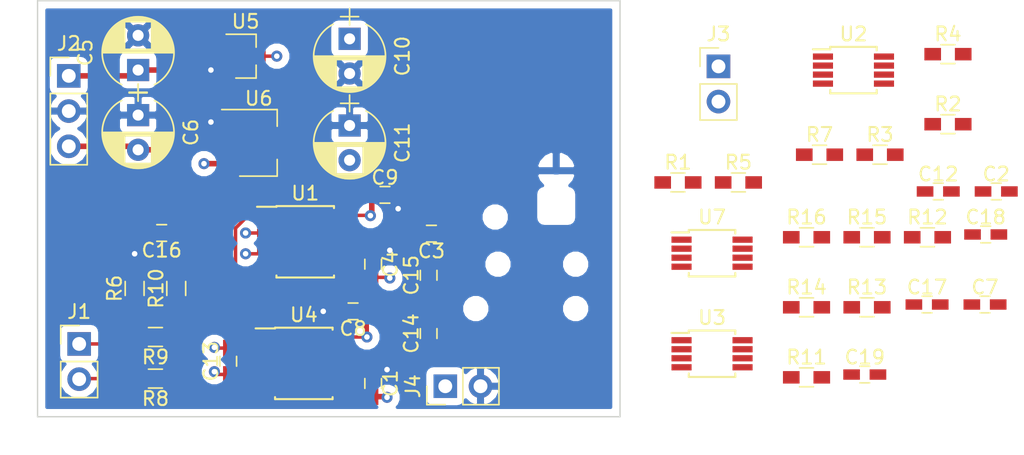
<source format=kicad_pcb>
(kicad_pcb (version 20170123) (host pcbnew "(2017-06-17 revision fa66a5a)-master")

  (general
    (links 97)
    (no_connects 46)
    (area 107.141667 89.949999 181.282514 122.908333)
    (thickness 1.6)
    (drawings 4)
    (tracks 120)
    (zones 0)
    (modules 46)
    (nets 29)
  )

  (page A4)
  (layers
    (0 F.Cu signal)
    (1 In1.Cu signal)
    (2 In2.Cu signal)
    (31 B.Cu power)
    (32 B.Adhes user)
    (33 F.Adhes user)
    (34 B.Paste user)
    (35 F.Paste user)
    (36 B.SilkS user)
    (37 F.SilkS user)
    (38 B.Mask user)
    (39 F.Mask user)
    (40 Dwgs.User user)
    (41 Cmts.User user)
    (42 Eco1.User user)
    (43 Eco2.User user)
    (44 Edge.Cuts user)
    (45 Margin user)
    (46 B.CrtYd user)
    (47 F.CrtYd user)
    (48 B.Fab user)
    (49 F.Fab user)
  )

  (setup
    (last_trace_width 0.25)
    (user_trace_width 0.4)
    (trace_clearance 0.2)
    (zone_clearance 0.508)
    (zone_45_only no)
    (trace_min 0.2)
    (segment_width 0.2)
    (edge_width 0.1)
    (via_size 0.8)
    (via_drill 0.4)
    (via_min_size 0.4)
    (via_min_drill 0.3)
    (uvia_size 0.3)
    (uvia_drill 0.1)
    (uvias_allowed no)
    (uvia_min_size 0.2)
    (uvia_min_drill 0.1)
    (pcb_text_width 0.3)
    (pcb_text_size 1.5 1.5)
    (mod_edge_width 0.15)
    (mod_text_size 1 1)
    (mod_text_width 0.15)
    (pad_size 1.5 1.5)
    (pad_drill 0.6)
    (pad_to_mask_clearance 0)
    (aux_axis_origin 0 0)
    (visible_elements FFFFFF7F)
    (pcbplotparams
      (layerselection 0x00030_ffffffff)
      (usegerberextensions false)
      (excludeedgelayer true)
      (linewidth 0.100000)
      (plotframeref false)
      (viasonmask false)
      (mode 1)
      (useauxorigin false)
      (hpglpennumber 1)
      (hpglpenspeed 20)
      (hpglpendiameter 15)
      (psnegative false)
      (psa4output false)
      (plotreference true)
      (plotvalue true)
      (plotinvisibletext false)
      (padsonsilk false)
      (subtractmaskfromsilk false)
      (outputformat 1)
      (mirror false)
      (drillshape 1)
      (scaleselection 1)
      (outputdirectory ""))
  )

  (net 0 "")
  (net 1 "Net-(R5-Pad2)")
  (net 2 /VRef)
  (net 3 "Net-(C12-Pad2)")
  (net 4 "Net-(C3-Pad1)")
  (net 5 GND)
  (net 6 "Net-(C14-Pad2)")
  (net 7 +3V3)
  (net 8 "Net-(C6-Pad2)")
  (net 9 "Net-(C5-Pad1)")
  (net 10 /IN+)
  (net 11 VDD)
  (net 12 "Net-(U4-Pad7)")
  (net 13 VEE)
  (net 14 /Filt-)
  (net 15 /Filt+)
  (net 16 "Net-(C3-Pad2)")
  (net 17 "Net-(C16-Pad1)")
  (net 18 /IN-)
  (net 19 "Net-(J1-Pad1)")
  (net 20 "Net-(J1-Pad2)")
  (net 21 "Net-(C19-Pad2)")
  (net 22 "Net-(C19-Pad1)")
  (net 23 "Net-(C18-Pad1)")
  (net 24 "Net-(C18-Pad2)")
  (net 25 "Net-(C17-Pad1)")
  (net 26 "Net-(C7-Pad2)")
  (net 27 "Net-(C17-Pad2)")
  (net 28 "Net-(R11-Pad1)")

  (net_class Default "This is the default net class."
    (clearance 0.2)
    (trace_width 0.25)
    (via_dia 0.8)
    (via_drill 0.4)
    (uvia_dia 0.3)
    (uvia_drill 0.1)
    (add_net +3V3)
    (add_net /Filt+)
    (add_net /Filt-)
    (add_net /IN+)
    (add_net /IN-)
    (add_net /VRef)
    (add_net GND)
    (add_net "Net-(C12-Pad2)")
    (add_net "Net-(C14-Pad2)")
    (add_net "Net-(C16-Pad1)")
    (add_net "Net-(C17-Pad1)")
    (add_net "Net-(C17-Pad2)")
    (add_net "Net-(C18-Pad1)")
    (add_net "Net-(C18-Pad2)")
    (add_net "Net-(C19-Pad1)")
    (add_net "Net-(C19-Pad2)")
    (add_net "Net-(C3-Pad1)")
    (add_net "Net-(C3-Pad2)")
    (add_net "Net-(C5-Pad1)")
    (add_net "Net-(C6-Pad2)")
    (add_net "Net-(C7-Pad2)")
    (add_net "Net-(J1-Pad1)")
    (add_net "Net-(J1-Pad2)")
    (add_net "Net-(R11-Pad1)")
    (add_net "Net-(R5-Pad2)")
    (add_net "Net-(U4-Pad7)")
    (add_net VDD)
    (add_net VEE)
  )

  (module Capacitors_SMD:C_0603_HandSoldering (layer F.Cu) (tedit 58AA848B) (tstamp 5AEE10F9)
    (at 179.126561 103.75506)
    (descr "Capacitor SMD 0603, hand soldering")
    (tags "capacitor 0603")
    (path /5A68F0C9)
    (attr smd)
    (fp_text reference C2 (at 0 -1.25) (layer F.SilkS)
      (effects (font (size 1 1) (thickness 0.15)))
    )
    (fp_text value 100n (at 0 1.5) (layer F.Fab)
      (effects (font (size 1 1) (thickness 0.15)))
    )
    (fp_line (start 1.8 0.65) (end -1.8 0.65) (layer F.CrtYd) (width 0.05))
    (fp_line (start 1.8 0.65) (end 1.8 -0.65) (layer F.CrtYd) (width 0.05))
    (fp_line (start -1.8 -0.65) (end -1.8 0.65) (layer F.CrtYd) (width 0.05))
    (fp_line (start -1.8 -0.65) (end 1.8 -0.65) (layer F.CrtYd) (width 0.05))
    (fp_line (start 0.35 0.6) (end -0.35 0.6) (layer F.SilkS) (width 0.12))
    (fp_line (start -0.35 -0.6) (end 0.35 -0.6) (layer F.SilkS) (width 0.12))
    (fp_line (start -0.8 -0.4) (end 0.8 -0.4) (layer F.Fab) (width 0.1))
    (fp_line (start 0.8 -0.4) (end 0.8 0.4) (layer F.Fab) (width 0.1))
    (fp_line (start 0.8 0.4) (end -0.8 0.4) (layer F.Fab) (width 0.1))
    (fp_line (start -0.8 0.4) (end -0.8 -0.4) (layer F.Fab) (width 0.1))
    (fp_text user %R (at 0 -1.25) (layer F.Fab)
      (effects (font (size 1 1) (thickness 0.15)))
    )
    (pad 2 smd rect (at 0.95 0) (size 1.2 0.75) (layers F.Cu F.Paste F.Mask)
      (net 5 GND))
    (pad 1 smd rect (at -0.95 0) (size 1.2 0.75) (layers F.Cu F.Paste F.Mask)
      (net 11 VDD))
    (model Capacitors_SMD.3dshapes/C_0603.wrl
      (at (xyz 0 0 0))
      (scale (xyz 1 1 1))
      (rotate (xyz 0 0 0))
    )
  )

  (module Capacitors_SMD:C_0603_HandSoldering (layer F.Cu) (tedit 58AA848B) (tstamp 5AEE1028)
    (at 174.94561 103.75506)
    (descr "Capacitor SMD 0603, hand soldering")
    (tags "capacitor 0603")
    (path /5ADCD533)
    (attr smd)
    (fp_text reference C12 (at 0 -1.25) (layer F.SilkS)
      (effects (font (size 1 1) (thickness 0.15)))
    )
    (fp_text value 5n (at 0 1.5) (layer F.Fab)
      (effects (font (size 1 1) (thickness 0.15)))
    )
    (fp_line (start 1.8 0.65) (end -1.8 0.65) (layer F.CrtYd) (width 0.05))
    (fp_line (start 1.8 0.65) (end 1.8 -0.65) (layer F.CrtYd) (width 0.05))
    (fp_line (start -1.8 -0.65) (end -1.8 0.65) (layer F.CrtYd) (width 0.05))
    (fp_line (start -1.8 -0.65) (end 1.8 -0.65) (layer F.CrtYd) (width 0.05))
    (fp_line (start 0.35 0.6) (end -0.35 0.6) (layer F.SilkS) (width 0.12))
    (fp_line (start -0.35 -0.6) (end 0.35 -0.6) (layer F.SilkS) (width 0.12))
    (fp_line (start -0.8 -0.4) (end 0.8 -0.4) (layer F.Fab) (width 0.1))
    (fp_line (start 0.8 -0.4) (end 0.8 0.4) (layer F.Fab) (width 0.1))
    (fp_line (start 0.8 0.4) (end -0.8 0.4) (layer F.Fab) (width 0.1))
    (fp_line (start -0.8 0.4) (end -0.8 -0.4) (layer F.Fab) (width 0.1))
    (fp_text user %R (at 0 -1.25) (layer F.Fab)
      (effects (font (size 1 1) (thickness 0.15)))
    )
    (pad 2 smd rect (at 0.95 0) (size 1.2 0.75) (layers F.Cu F.Paste F.Mask)
      (net 3 "Net-(C12-Pad2)"))
    (pad 1 smd rect (at -0.95 0) (size 1.2 0.75) (layers F.Cu F.Paste F.Mask)
      (net 2 /VRef))
    (model Capacitors_SMD.3dshapes/C_0603.wrl
      (at (xyz 0 0 0))
      (scale (xyz 1 1 1))
      (rotate (xyz 0 0 0))
    )
  )

  (module Housings_SSOP:MSOP-8_3x3mm_Pitch0.65mm (layer F.Cu) (tedit 54130A77) (tstamp 5AEE0A37)
    (at 168.832752 95.00506)
    (descr "8-Lead Plastic Micro Small Outline Package (MS) [MSOP] (see Microchip Packaging Specification 00000049BS.pdf)")
    (tags "SSOP 0.65")
    (path /5AEC7C0B)
    (attr smd)
    (fp_text reference U2 (at 0 -2.6) (layer F.SilkS)
      (effects (font (size 1 1) (thickness 0.15)))
    )
    (fp_text value ADA4528-2 (at 0 2.6) (layer F.Fab)
      (effects (font (size 1 1) (thickness 0.15)))
    )
    (fp_text user %R (at 0 0) (layer F.Fab)
      (effects (font (size 0.6 0.6) (thickness 0.15)))
    )
    (fp_line (start -1.675 -1.5) (end -2.925 -1.5) (layer F.SilkS) (width 0.15))
    (fp_line (start -1.675 1.675) (end 1.675 1.675) (layer F.SilkS) (width 0.15))
    (fp_line (start -1.675 -1.675) (end 1.675 -1.675) (layer F.SilkS) (width 0.15))
    (fp_line (start -1.675 1.675) (end -1.675 1.425) (layer F.SilkS) (width 0.15))
    (fp_line (start 1.675 1.675) (end 1.675 1.425) (layer F.SilkS) (width 0.15))
    (fp_line (start 1.675 -1.675) (end 1.675 -1.425) (layer F.SilkS) (width 0.15))
    (fp_line (start -1.675 -1.675) (end -1.675 -1.5) (layer F.SilkS) (width 0.15))
    (fp_line (start -3.2 1.85) (end 3.2 1.85) (layer F.CrtYd) (width 0.05))
    (fp_line (start -3.2 -1.85) (end 3.2 -1.85) (layer F.CrtYd) (width 0.05))
    (fp_line (start 3.2 -1.85) (end 3.2 1.85) (layer F.CrtYd) (width 0.05))
    (fp_line (start -3.2 -1.85) (end -3.2 1.85) (layer F.CrtYd) (width 0.05))
    (fp_line (start -1.5 -0.5) (end -0.5 -1.5) (layer F.Fab) (width 0.15))
    (fp_line (start -1.5 1.5) (end -1.5 -0.5) (layer F.Fab) (width 0.15))
    (fp_line (start 1.5 1.5) (end -1.5 1.5) (layer F.Fab) (width 0.15))
    (fp_line (start 1.5 -1.5) (end 1.5 1.5) (layer F.Fab) (width 0.15))
    (fp_line (start -0.5 -1.5) (end 1.5 -1.5) (layer F.Fab) (width 0.15))
    (pad 8 smd rect (at 2.2 -0.975) (size 1.45 0.45) (layers F.Cu F.Paste F.Mask)
      (net 11 VDD))
    (pad 7 smd rect (at 2.2 -0.325) (size 1.45 0.45) (layers F.Cu F.Paste F.Mask))
    (pad 6 smd rect (at 2.2 0.325) (size 1.45 0.45) (layers F.Cu F.Paste F.Mask))
    (pad 5 smd rect (at 2.2 0.975) (size 1.45 0.45) (layers F.Cu F.Paste F.Mask))
    (pad 4 smd rect (at -2.2 0.975) (size 1.45 0.45) (layers F.Cu F.Paste F.Mask)
      (net 5 GND))
    (pad 3 smd rect (at -2.2 0.325) (size 1.45 0.45) (layers F.Cu F.Paste F.Mask)
      (net 6 "Net-(C14-Pad2)"))
    (pad 2 smd rect (at -2.2 -0.325) (size 1.45 0.45) (layers F.Cu F.Paste F.Mask)
      (net 2 /VRef))
    (pad 1 smd rect (at -2.2 -0.975) (size 1.45 0.45) (layers F.Cu F.Paste F.Mask)
      (net 2 /VRef))
    (model ${KISYS3DMOD}/Housings_SSOP.3dshapes/MSOP-8_3x3mm_Pitch0.65mm.wrl
      (at (xyz 0 0 0))
      (scale (xyz 1 1 1))
      (rotate (xyz 0 0 0))
    )
  )

  (module Pin_Headers:Pin_Header_Straight_1x02_Pitch2.54mm (layer F.Cu) (tedit 59650532) (tstamp 5AEE09B8)
    (at 159.098942 94.73506)
    (descr "Through hole straight pin header, 1x02, 2.54mm pitch, single row")
    (tags "Through hole pin header THT 1x02 2.54mm single row")
    (path /5A68EC17)
    (fp_text reference J3 (at 0 -2.33) (layer F.SilkS)
      (effects (font (size 1 1) (thickness 0.15)))
    )
    (fp_text value CONN_01X02 (at 0 4.87) (layer F.Fab)
      (effects (font (size 1 1) (thickness 0.15)))
    )
    (fp_text user %R (at 0 1.27 90) (layer F.Fab)
      (effects (font (size 1 1) (thickness 0.15)))
    )
    (fp_line (start 1.8 -1.8) (end -1.8 -1.8) (layer F.CrtYd) (width 0.05))
    (fp_line (start 1.8 4.35) (end 1.8 -1.8) (layer F.CrtYd) (width 0.05))
    (fp_line (start -1.8 4.35) (end 1.8 4.35) (layer F.CrtYd) (width 0.05))
    (fp_line (start -1.8 -1.8) (end -1.8 4.35) (layer F.CrtYd) (width 0.05))
    (fp_line (start -1.33 -1.33) (end 0 -1.33) (layer F.SilkS) (width 0.12))
    (fp_line (start -1.33 0) (end -1.33 -1.33) (layer F.SilkS) (width 0.12))
    (fp_line (start -1.33 1.27) (end 1.33 1.27) (layer F.SilkS) (width 0.12))
    (fp_line (start 1.33 1.27) (end 1.33 3.87) (layer F.SilkS) (width 0.12))
    (fp_line (start -1.33 1.27) (end -1.33 3.87) (layer F.SilkS) (width 0.12))
    (fp_line (start -1.33 3.87) (end 1.33 3.87) (layer F.SilkS) (width 0.12))
    (fp_line (start -1.27 -0.635) (end -0.635 -1.27) (layer F.Fab) (width 0.1))
    (fp_line (start -1.27 3.81) (end -1.27 -0.635) (layer F.Fab) (width 0.1))
    (fp_line (start 1.27 3.81) (end -1.27 3.81) (layer F.Fab) (width 0.1))
    (fp_line (start 1.27 -1.27) (end 1.27 3.81) (layer F.Fab) (width 0.1))
    (fp_line (start -0.635 -1.27) (end 1.27 -1.27) (layer F.Fab) (width 0.1))
    (pad 2 thru_hole oval (at 0 2.54) (size 1.7 1.7) (drill 1) (layers *.Cu *.Mask)
      (net 5 GND))
    (pad 1 thru_hole rect (at 0 0) (size 1.7 1.7) (drill 1) (layers *.Cu *.Mask)
      (net 22 "Net-(C19-Pad1)"))
    (model ${KISYS3DMOD}/Pin_Headers.3dshapes/Pin_Header_Straight_1x02_Pitch2.54mm.wrl
      (at (xyz 0 0 0))
      (scale (xyz 1 1 1))
      (rotate (xyz 0 0 0))
    )
  )

  (module Resistors_SMD:R_0603_HandSoldering (layer F.Cu) (tedit 58E0A804) (tstamp 5AEE0902)
    (at 175.64561 98.90506)
    (descr "Resistor SMD 0603, hand soldering")
    (tags "resistor 0603")
    (path /5A6F40D6)
    (attr smd)
    (fp_text reference R2 (at 0 -1.45) (layer F.SilkS)
      (effects (font (size 1 1) (thickness 0.15)))
    )
    (fp_text value 1k (at 0 1.55) (layer F.Fab)
      (effects (font (size 1 1) (thickness 0.15)))
    )
    (fp_text user %R (at 0 0) (layer F.Fab)
      (effects (font (size 0.4 0.4) (thickness 0.075)))
    )
    (fp_line (start -0.8 0.4) (end -0.8 -0.4) (layer F.Fab) (width 0.1))
    (fp_line (start 0.8 0.4) (end -0.8 0.4) (layer F.Fab) (width 0.1))
    (fp_line (start 0.8 -0.4) (end 0.8 0.4) (layer F.Fab) (width 0.1))
    (fp_line (start -0.8 -0.4) (end 0.8 -0.4) (layer F.Fab) (width 0.1))
    (fp_line (start 0.5 0.68) (end -0.5 0.68) (layer F.SilkS) (width 0.12))
    (fp_line (start -0.5 -0.68) (end 0.5 -0.68) (layer F.SilkS) (width 0.12))
    (fp_line (start -1.96 -0.7) (end 1.95 -0.7) (layer F.CrtYd) (width 0.05))
    (fp_line (start -1.96 -0.7) (end -1.96 0.7) (layer F.CrtYd) (width 0.05))
    (fp_line (start 1.95 0.7) (end 1.95 -0.7) (layer F.CrtYd) (width 0.05))
    (fp_line (start 1.95 0.7) (end -1.96 0.7) (layer F.CrtYd) (width 0.05))
    (pad 1 smd rect (at -1.1 0) (size 1.2 0.9) (layers F.Cu F.Paste F.Mask)
      (net 6 "Net-(C14-Pad2)"))
    (pad 2 smd rect (at 1.1 0) (size 1.2 0.9) (layers F.Cu F.Paste F.Mask)
      (net 5 GND))
    (model ${KISYS3DMOD}/Resistors_SMD.3dshapes/R_0603.wrl
      (at (xyz 0 0 0))
      (scale (xyz 1 1 1))
      (rotate (xyz 0 0 0))
    )
  )

  (module Resistors_SMD:R_0603_HandSoldering (layer F.Cu) (tedit 58E0A804) (tstamp 5AEE08D1)
    (at 170.74561 101.10506)
    (descr "Resistor SMD 0603, hand soldering")
    (tags "resistor 0603")
    (path /5A68E906)
    (attr smd)
    (fp_text reference R3 (at 0 -1.45) (layer F.SilkS)
      (effects (font (size 1 1) (thickness 0.15)))
    )
    (fp_text value 2k (at 0 1.55) (layer F.Fab)
      (effects (font (size 1 1) (thickness 0.15)))
    )
    (fp_line (start 1.95 0.7) (end -1.96 0.7) (layer F.CrtYd) (width 0.05))
    (fp_line (start 1.95 0.7) (end 1.95 -0.7) (layer F.CrtYd) (width 0.05))
    (fp_line (start -1.96 -0.7) (end -1.96 0.7) (layer F.CrtYd) (width 0.05))
    (fp_line (start -1.96 -0.7) (end 1.95 -0.7) (layer F.CrtYd) (width 0.05))
    (fp_line (start -0.5 -0.68) (end 0.5 -0.68) (layer F.SilkS) (width 0.12))
    (fp_line (start 0.5 0.68) (end -0.5 0.68) (layer F.SilkS) (width 0.12))
    (fp_line (start -0.8 -0.4) (end 0.8 -0.4) (layer F.Fab) (width 0.1))
    (fp_line (start 0.8 -0.4) (end 0.8 0.4) (layer F.Fab) (width 0.1))
    (fp_line (start 0.8 0.4) (end -0.8 0.4) (layer F.Fab) (width 0.1))
    (fp_line (start -0.8 0.4) (end -0.8 -0.4) (layer F.Fab) (width 0.1))
    (fp_text user %R (at 0 0) (layer F.Fab)
      (effects (font (size 0.4 0.4) (thickness 0.075)))
    )
    (pad 2 smd rect (at 1.1 0) (size 1.2 0.9) (layers F.Cu F.Paste F.Mask)
      (net 2 /VRef))
    (pad 1 smd rect (at -1.1 0) (size 1.2 0.9) (layers F.Cu F.Paste F.Mask)
      (net 4 "Net-(C3-Pad1)"))
    (model ${KISYS3DMOD}/Resistors_SMD.3dshapes/R_0603.wrl
      (at (xyz 0 0 0))
      (scale (xyz 1 1 1))
      (rotate (xyz 0 0 0))
    )
  )

  (module Resistors_SMD:R_0603_HandSoldering (layer F.Cu) (tedit 58E0A804) (tstamp 5AEE08A0)
    (at 175.64561 93.85506)
    (descr "Resistor SMD 0603, hand soldering")
    (tags "resistor 0603")
    (path /5A6F3931)
    (attr smd)
    (fp_text reference R4 (at 0 -1.45) (layer F.SilkS)
      (effects (font (size 1 1) (thickness 0.15)))
    )
    (fp_text value 15k (at 0 1.55) (layer F.Fab)
      (effects (font (size 1 1) (thickness 0.15)))
    )
    (fp_text user %R (at 0 0) (layer F.Fab)
      (effects (font (size 0.4 0.4) (thickness 0.075)))
    )
    (fp_line (start -0.8 0.4) (end -0.8 -0.4) (layer F.Fab) (width 0.1))
    (fp_line (start 0.8 0.4) (end -0.8 0.4) (layer F.Fab) (width 0.1))
    (fp_line (start 0.8 -0.4) (end 0.8 0.4) (layer F.Fab) (width 0.1))
    (fp_line (start -0.8 -0.4) (end 0.8 -0.4) (layer F.Fab) (width 0.1))
    (fp_line (start 0.5 0.68) (end -0.5 0.68) (layer F.SilkS) (width 0.12))
    (fp_line (start -0.5 -0.68) (end 0.5 -0.68) (layer F.SilkS) (width 0.12))
    (fp_line (start -1.96 -0.7) (end 1.95 -0.7) (layer F.CrtYd) (width 0.05))
    (fp_line (start -1.96 -0.7) (end -1.96 0.7) (layer F.CrtYd) (width 0.05))
    (fp_line (start 1.95 0.7) (end 1.95 -0.7) (layer F.CrtYd) (width 0.05))
    (fp_line (start 1.95 0.7) (end -1.96 0.7) (layer F.CrtYd) (width 0.05))
    (pad 1 smd rect (at -1.1 0) (size 1.2 0.9) (layers F.Cu F.Paste F.Mask)
      (net 4 "Net-(C3-Pad1)"))
    (pad 2 smd rect (at 1.1 0) (size 1.2 0.9) (layers F.Cu F.Paste F.Mask)
      (net 3 "Net-(C12-Pad2)"))
    (model ${KISYS3DMOD}/Resistors_SMD.3dshapes/R_0603.wrl
      (at (xyz 0 0 0))
      (scale (xyz 1 1 1))
      (rotate (xyz 0 0 0))
    )
  )

  (module Resistors_SMD:R_0603_HandSoldering (layer F.Cu) (tedit 58E0A804) (tstamp 5AEE086F)
    (at 160.53561 103.10506)
    (descr "Resistor SMD 0603, hand soldering")
    (tags "resistor 0603")
    (path /5A6F3A3E)
    (attr smd)
    (fp_text reference R5 (at 0 -1.45) (layer F.SilkS)
      (effects (font (size 1 1) (thickness 0.15)))
    )
    (fp_text value 100 (at 0 1.55) (layer F.Fab)
      (effects (font (size 1 1) (thickness 0.15)))
    )
    (fp_line (start 1.95 0.7) (end -1.96 0.7) (layer F.CrtYd) (width 0.05))
    (fp_line (start 1.95 0.7) (end 1.95 -0.7) (layer F.CrtYd) (width 0.05))
    (fp_line (start -1.96 -0.7) (end -1.96 0.7) (layer F.CrtYd) (width 0.05))
    (fp_line (start -1.96 -0.7) (end 1.95 -0.7) (layer F.CrtYd) (width 0.05))
    (fp_line (start -0.5 -0.68) (end 0.5 -0.68) (layer F.SilkS) (width 0.12))
    (fp_line (start 0.5 0.68) (end -0.5 0.68) (layer F.SilkS) (width 0.12))
    (fp_line (start -0.8 -0.4) (end 0.8 -0.4) (layer F.Fab) (width 0.1))
    (fp_line (start 0.8 -0.4) (end 0.8 0.4) (layer F.Fab) (width 0.1))
    (fp_line (start 0.8 0.4) (end -0.8 0.4) (layer F.Fab) (width 0.1))
    (fp_line (start -0.8 0.4) (end -0.8 -0.4) (layer F.Fab) (width 0.1))
    (fp_text user %R (at 0 0) (layer F.Fab)
      (effects (font (size 0.4 0.4) (thickness 0.075)))
    )
    (pad 2 smd rect (at 1.1 0) (size 1.2 0.9) (layers F.Cu F.Paste F.Mask)
      (net 1 "Net-(R5-Pad2)"))
    (pad 1 smd rect (at -1.1 0) (size 1.2 0.9) (layers F.Cu F.Paste F.Mask)
      (net 2 /VRef))
    (model ${KISYS3DMOD}/Resistors_SMD.3dshapes/R_0603.wrl
      (at (xyz 0 0 0))
      (scale (xyz 1 1 1))
      (rotate (xyz 0 0 0))
    )
  )

  (module Resistors_SMD:R_0603_HandSoldering (layer F.Cu) (tedit 58E0A804) (tstamp 5AEE081E)
    (at 166.38561 101.10506)
    (descr "Resistor SMD 0603, hand soldering")
    (tags "resistor 0603")
    (path /5A6F39FC)
    (attr smd)
    (fp_text reference R7 (at 0 -1.45) (layer F.SilkS)
      (effects (font (size 1 1) (thickness 0.15)))
    )
    (fp_text value 1k (at 0 1.55) (layer F.Fab)
      (effects (font (size 1 1) (thickness 0.15)))
    )
    (fp_line (start 1.95 0.7) (end -1.96 0.7) (layer F.CrtYd) (width 0.05))
    (fp_line (start 1.95 0.7) (end 1.95 -0.7) (layer F.CrtYd) (width 0.05))
    (fp_line (start -1.96 -0.7) (end -1.96 0.7) (layer F.CrtYd) (width 0.05))
    (fp_line (start -1.96 -0.7) (end 1.95 -0.7) (layer F.CrtYd) (width 0.05))
    (fp_line (start -0.5 -0.68) (end 0.5 -0.68) (layer F.SilkS) (width 0.12))
    (fp_line (start 0.5 0.68) (end -0.5 0.68) (layer F.SilkS) (width 0.12))
    (fp_line (start -0.8 -0.4) (end 0.8 -0.4) (layer F.Fab) (width 0.1))
    (fp_line (start 0.8 -0.4) (end 0.8 0.4) (layer F.Fab) (width 0.1))
    (fp_line (start 0.8 0.4) (end -0.8 0.4) (layer F.Fab) (width 0.1))
    (fp_line (start -0.8 0.4) (end -0.8 -0.4) (layer F.Fab) (width 0.1))
    (fp_text user %R (at 0 0) (layer F.Fab)
      (effects (font (size 0.4 0.4) (thickness 0.075)))
    )
    (pad 2 smd rect (at 1.1 0) (size 1.2 0.9) (layers F.Cu F.Paste F.Mask)
      (net 1 "Net-(R5-Pad2)"))
    (pad 1 smd rect (at -1.1 0) (size 1.2 0.9) (layers F.Cu F.Paste F.Mask)
      (net 28 "Net-(R11-Pad1)"))
    (model ${KISYS3DMOD}/Resistors_SMD.3dshapes/R_0603.wrl
      (at (xyz 0 0 0))
      (scale (xyz 1 1 1))
      (rotate (xyz 0 0 0))
    )
  )

  (module Resistors_SMD:R_0603_HandSoldering (layer F.Cu) (tedit 58E0A804) (tstamp 5AEE06CD)
    (at 156.17561 103.10506)
    (descr "Resistor SMD 0603, hand soldering")
    (tags "resistor 0603")
    (path /5A6F407E)
    (attr smd)
    (fp_text reference R1 (at 0 -1.45) (layer F.SilkS)
      (effects (font (size 1 1) (thickness 0.15)))
    )
    (fp_text value 1k (at 0 1.55) (layer F.Fab)
      (effects (font (size 1 1) (thickness 0.15)))
    )
    (fp_line (start 1.95 0.7) (end -1.96 0.7) (layer F.CrtYd) (width 0.05))
    (fp_line (start 1.95 0.7) (end 1.95 -0.7) (layer F.CrtYd) (width 0.05))
    (fp_line (start -1.96 -0.7) (end -1.96 0.7) (layer F.CrtYd) (width 0.05))
    (fp_line (start -1.96 -0.7) (end 1.95 -0.7) (layer F.CrtYd) (width 0.05))
    (fp_line (start -0.5 -0.68) (end 0.5 -0.68) (layer F.SilkS) (width 0.12))
    (fp_line (start 0.5 0.68) (end -0.5 0.68) (layer F.SilkS) (width 0.12))
    (fp_line (start -0.8 -0.4) (end 0.8 -0.4) (layer F.Fab) (width 0.1))
    (fp_line (start 0.8 -0.4) (end 0.8 0.4) (layer F.Fab) (width 0.1))
    (fp_line (start 0.8 0.4) (end -0.8 0.4) (layer F.Fab) (width 0.1))
    (fp_line (start -0.8 0.4) (end -0.8 -0.4) (layer F.Fab) (width 0.1))
    (fp_text user %R (at 0 0) (layer F.Fab)
      (effects (font (size 0.4 0.4) (thickness 0.075)))
    )
    (pad 2 smd rect (at 1.1 0) (size 1.2 0.9) (layers F.Cu F.Paste F.Mask)
      (net 6 "Net-(C14-Pad2)"))
    (pad 1 smd rect (at -1.1 0) (size 1.2 0.9) (layers F.Cu F.Paste F.Mask)
      (net 7 +3V3))
    (model ${KISYS3DMOD}/Resistors_SMD.3dshapes/R_0603.wrl
      (at (xyz 0 0 0))
      (scale (xyz 1 1 1))
      (rotate (xyz 0 0 0))
    )
  )

  (module Capacitors_SMD:C_0603_HandSoldering (layer F.Cu) (tedit 58AA848B) (tstamp 5AEDE19B)
    (at 178.318072 111.90802)
    (descr "Capacitor SMD 0603, hand soldering")
    (tags "capacitor 0603")
    (path /5AECD124)
    (attr smd)
    (fp_text reference C7 (at 0 -1.25) (layer F.SilkS)
      (effects (font (size 1 1) (thickness 0.15)))
    )
    (fp_text value 31n (at 0 1.5) (layer F.Fab)
      (effects (font (size 1 1) (thickness 0.15)))
    )
    (fp_line (start 1.8 0.65) (end -1.8 0.65) (layer F.CrtYd) (width 0.05))
    (fp_line (start 1.8 0.65) (end 1.8 -0.65) (layer F.CrtYd) (width 0.05))
    (fp_line (start -1.8 -0.65) (end -1.8 0.65) (layer F.CrtYd) (width 0.05))
    (fp_line (start -1.8 -0.65) (end 1.8 -0.65) (layer F.CrtYd) (width 0.05))
    (fp_line (start 0.35 0.6) (end -0.35 0.6) (layer F.SilkS) (width 0.12))
    (fp_line (start -0.35 -0.6) (end 0.35 -0.6) (layer F.SilkS) (width 0.12))
    (fp_line (start -0.8 -0.4) (end 0.8 -0.4) (layer F.Fab) (width 0.1))
    (fp_line (start 0.8 -0.4) (end 0.8 0.4) (layer F.Fab) (width 0.1))
    (fp_line (start 0.8 0.4) (end -0.8 0.4) (layer F.Fab) (width 0.1))
    (fp_line (start -0.8 0.4) (end -0.8 -0.4) (layer F.Fab) (width 0.1))
    (fp_text user %R (at 0 -1.25) (layer F.Fab)
      (effects (font (size 1 1) (thickness 0.15)))
    )
    (pad 2 smd rect (at 0.95 0) (size 1.2 0.75) (layers F.Cu F.Paste F.Mask)
      (net 26 "Net-(C7-Pad2)"))
    (pad 1 smd rect (at -0.95 0) (size 1.2 0.75) (layers F.Cu F.Paste F.Mask)
      (net 27 "Net-(C17-Pad2)"))
    (model Capacitors_SMD.3dshapes/C_0603.wrl
      (at (xyz 0 0 0))
      (scale (xyz 1 1 1))
      (rotate (xyz 0 0 0))
    )
  )

  (module Capacitors_SMD:C_0603_HandSoldering (layer F.Cu) (tedit 58AA848B) (tstamp 5AEDE08A)
    (at 174.139023 111.90802)
    (descr "Capacitor SMD 0603, hand soldering")
    (tags "capacitor 0603")
    (path /5AECE65B)
    (attr smd)
    (fp_text reference C17 (at 0 -1.25) (layer F.SilkS)
      (effects (font (size 1 1) (thickness 0.15)))
    )
    (fp_text value 500n (at 0 1.5) (layer F.Fab)
      (effects (font (size 1 1) (thickness 0.15)))
    )
    (fp_line (start 1.8 0.65) (end -1.8 0.65) (layer F.CrtYd) (width 0.05))
    (fp_line (start 1.8 0.65) (end 1.8 -0.65) (layer F.CrtYd) (width 0.05))
    (fp_line (start -1.8 -0.65) (end -1.8 0.65) (layer F.CrtYd) (width 0.05))
    (fp_line (start -1.8 -0.65) (end 1.8 -0.65) (layer F.CrtYd) (width 0.05))
    (fp_line (start 0.35 0.6) (end -0.35 0.6) (layer F.SilkS) (width 0.12))
    (fp_line (start -0.35 -0.6) (end 0.35 -0.6) (layer F.SilkS) (width 0.12))
    (fp_line (start -0.8 -0.4) (end 0.8 -0.4) (layer F.Fab) (width 0.1))
    (fp_line (start 0.8 -0.4) (end 0.8 0.4) (layer F.Fab) (width 0.1))
    (fp_line (start 0.8 0.4) (end -0.8 0.4) (layer F.Fab) (width 0.1))
    (fp_line (start -0.8 0.4) (end -0.8 -0.4) (layer F.Fab) (width 0.1))
    (fp_text user %R (at 0 -1.25) (layer F.Fab)
      (effects (font (size 1 1) (thickness 0.15)))
    )
    (pad 2 smd rect (at 0.95 0) (size 1.2 0.75) (layers F.Cu F.Paste F.Mask)
      (net 27 "Net-(C17-Pad2)"))
    (pad 1 smd rect (at -0.95 0) (size 1.2 0.75) (layers F.Cu F.Paste F.Mask)
      (net 25 "Net-(C17-Pad1)"))
    (model Capacitors_SMD.3dshapes/C_0603.wrl
      (at (xyz 0 0 0))
      (scale (xyz 1 1 1))
      (rotate (xyz 0 0 0))
    )
  )

  (module Capacitors_SMD:C_0603_HandSoldering (layer F.Cu) (tedit 58AA848B) (tstamp 5AEDE059)
    (at 178.368072 106.85802)
    (descr "Capacitor SMD 0603, hand soldering")
    (tags "capacitor 0603")
    (path /5AECD579)
    (attr smd)
    (fp_text reference C18 (at 0 -1.25) (layer F.SilkS)
      (effects (font (size 1 1) (thickness 0.15)))
    )
    (fp_text value 31n (at 0 1.5) (layer F.Fab)
      (effects (font (size 1 1) (thickness 0.15)))
    )
    (fp_text user %R (at 0 -1.25) (layer F.Fab)
      (effects (font (size 1 1) (thickness 0.15)))
    )
    (fp_line (start -0.8 0.4) (end -0.8 -0.4) (layer F.Fab) (width 0.1))
    (fp_line (start 0.8 0.4) (end -0.8 0.4) (layer F.Fab) (width 0.1))
    (fp_line (start 0.8 -0.4) (end 0.8 0.4) (layer F.Fab) (width 0.1))
    (fp_line (start -0.8 -0.4) (end 0.8 -0.4) (layer F.Fab) (width 0.1))
    (fp_line (start -0.35 -0.6) (end 0.35 -0.6) (layer F.SilkS) (width 0.12))
    (fp_line (start 0.35 0.6) (end -0.35 0.6) (layer F.SilkS) (width 0.12))
    (fp_line (start -1.8 -0.65) (end 1.8 -0.65) (layer F.CrtYd) (width 0.05))
    (fp_line (start -1.8 -0.65) (end -1.8 0.65) (layer F.CrtYd) (width 0.05))
    (fp_line (start 1.8 0.65) (end 1.8 -0.65) (layer F.CrtYd) (width 0.05))
    (fp_line (start 1.8 0.65) (end -1.8 0.65) (layer F.CrtYd) (width 0.05))
    (pad 1 smd rect (at -0.95 0) (size 1.2 0.75) (layers F.Cu F.Paste F.Mask)
      (net 23 "Net-(C18-Pad1)"))
    (pad 2 smd rect (at 0.95 0) (size 1.2 0.75) (layers F.Cu F.Paste F.Mask)
      (net 24 "Net-(C18-Pad2)"))
    (model Capacitors_SMD.3dshapes/C_0603.wrl
      (at (xyz 0 0 0))
      (scale (xyz 1 1 1))
      (rotate (xyz 0 0 0))
    )
  )

  (module Capacitors_SMD:C_0603_HandSoldering (layer F.Cu) (tedit 58AA848B) (tstamp 5AEDE028)
    (at 169.648072 116.95802)
    (descr "Capacitor SMD 0603, hand soldering")
    (tags "capacitor 0603")
    (path /5AECE184)
    (attr smd)
    (fp_text reference C19 (at 0 -1.25) (layer F.SilkS)
      (effects (font (size 1 1) (thickness 0.15)))
    )
    (fp_text value 31n (at 0 1.5) (layer F.Fab)
      (effects (font (size 1 1) (thickness 0.15)))
    )
    (fp_line (start 1.8 0.65) (end -1.8 0.65) (layer F.CrtYd) (width 0.05))
    (fp_line (start 1.8 0.65) (end 1.8 -0.65) (layer F.CrtYd) (width 0.05))
    (fp_line (start -1.8 -0.65) (end -1.8 0.65) (layer F.CrtYd) (width 0.05))
    (fp_line (start -1.8 -0.65) (end 1.8 -0.65) (layer F.CrtYd) (width 0.05))
    (fp_line (start 0.35 0.6) (end -0.35 0.6) (layer F.SilkS) (width 0.12))
    (fp_line (start -0.35 -0.6) (end 0.35 -0.6) (layer F.SilkS) (width 0.12))
    (fp_line (start -0.8 -0.4) (end 0.8 -0.4) (layer F.Fab) (width 0.1))
    (fp_line (start 0.8 -0.4) (end 0.8 0.4) (layer F.Fab) (width 0.1))
    (fp_line (start 0.8 0.4) (end -0.8 0.4) (layer F.Fab) (width 0.1))
    (fp_line (start -0.8 0.4) (end -0.8 -0.4) (layer F.Fab) (width 0.1))
    (fp_text user %R (at 0 -1.25) (layer F.Fab)
      (effects (font (size 1 1) (thickness 0.15)))
    )
    (pad 2 smd rect (at 0.95 0) (size 1.2 0.75) (layers F.Cu F.Paste F.Mask)
      (net 21 "Net-(C19-Pad2)"))
    (pad 1 smd rect (at -0.95 0) (size 1.2 0.75) (layers F.Cu F.Paste F.Mask)
      (net 22 "Net-(C19-Pad1)"))
    (model Capacitors_SMD.3dshapes/C_0603.wrl
      (at (xyz 0 0 0))
      (scale (xyz 1 1 1))
      (rotate (xyz 0 0 0))
    )
  )

  (module Housings_SSOP:MSOP-8_3x3mm_Pitch0.65mm (layer F.Cu) (tedit 54130A77) (tstamp 5AEDDB4F)
    (at 158.635214 115.45802)
    (descr "8-Lead Plastic Micro Small Outline Package (MS) [MSOP] (see Microchip Packaging Specification 00000049BS.pdf)")
    (tags "SSOP 0.65")
    (path /5AEC7A77)
    (attr smd)
    (fp_text reference U3 (at 0 -2.6) (layer F.SilkS)
      (effects (font (size 1 1) (thickness 0.15)))
    )
    (fp_text value ADA4528-2 (at 0 2.6) (layer F.Fab)
      (effects (font (size 1 1) (thickness 0.15)))
    )
    (fp_text user %R (at 0 0) (layer F.Fab)
      (effects (font (size 0.6 0.6) (thickness 0.15)))
    )
    (fp_line (start -1.675 -1.5) (end -2.925 -1.5) (layer F.SilkS) (width 0.15))
    (fp_line (start -1.675 1.675) (end 1.675 1.675) (layer F.SilkS) (width 0.15))
    (fp_line (start -1.675 -1.675) (end 1.675 -1.675) (layer F.SilkS) (width 0.15))
    (fp_line (start -1.675 1.675) (end -1.675 1.425) (layer F.SilkS) (width 0.15))
    (fp_line (start 1.675 1.675) (end 1.675 1.425) (layer F.SilkS) (width 0.15))
    (fp_line (start 1.675 -1.675) (end 1.675 -1.425) (layer F.SilkS) (width 0.15))
    (fp_line (start -1.675 -1.675) (end -1.675 -1.5) (layer F.SilkS) (width 0.15))
    (fp_line (start -3.2 1.85) (end 3.2 1.85) (layer F.CrtYd) (width 0.05))
    (fp_line (start -3.2 -1.85) (end 3.2 -1.85) (layer F.CrtYd) (width 0.05))
    (fp_line (start 3.2 -1.85) (end 3.2 1.85) (layer F.CrtYd) (width 0.05))
    (fp_line (start -3.2 -1.85) (end -3.2 1.85) (layer F.CrtYd) (width 0.05))
    (fp_line (start -1.5 -0.5) (end -0.5 -1.5) (layer F.Fab) (width 0.15))
    (fp_line (start -1.5 1.5) (end -1.5 -0.5) (layer F.Fab) (width 0.15))
    (fp_line (start 1.5 1.5) (end -1.5 1.5) (layer F.Fab) (width 0.15))
    (fp_line (start 1.5 -1.5) (end 1.5 1.5) (layer F.Fab) (width 0.15))
    (fp_line (start -0.5 -1.5) (end 1.5 -1.5) (layer F.Fab) (width 0.15))
    (pad 8 smd rect (at 2.2 -0.975) (size 1.45 0.45) (layers F.Cu F.Paste F.Mask)
      (net 11 VDD))
    (pad 7 smd rect (at 2.2 -0.325) (size 1.45 0.45) (layers F.Cu F.Paste F.Mask)
      (net 27 "Net-(C17-Pad2)"))
    (pad 6 smd rect (at 2.2 0.325) (size 1.45 0.45) (layers F.Cu F.Paste F.Mask)
      (net 26 "Net-(C7-Pad2)"))
    (pad 5 smd rect (at 2.2 0.975) (size 1.45 0.45) (layers F.Cu F.Paste F.Mask)
      (net 2 /VRef))
    (pad 4 smd rect (at -2.2 0.975) (size 1.45 0.45) (layers F.Cu F.Paste F.Mask)
      (net 5 GND))
    (pad 3 smd rect (at -2.2 0.325) (size 1.45 0.45) (layers F.Cu F.Paste F.Mask)
      (net 3 "Net-(C12-Pad2)"))
    (pad 2 smd rect (at -2.2 -0.325) (size 1.45 0.45) (layers F.Cu F.Paste F.Mask)
      (net 1 "Net-(R5-Pad2)"))
    (pad 1 smd rect (at -2.2 -0.975) (size 1.45 0.45) (layers F.Cu F.Paste F.Mask)
      (net 28 "Net-(R11-Pad1)"))
    (model ${KISYS3DMOD}/Housings_SSOP.3dshapes/MSOP-8_3x3mm_Pitch0.65mm.wrl
      (at (xyz 0 0 0))
      (scale (xyz 1 1 1))
      (rotate (xyz 0 0 0))
    )
  )

  (module Housings_SSOP:MSOP-8_3x3mm_Pitch0.65mm (layer F.Cu) (tedit 54130A77) (tstamp 5AEDDAA6)
    (at 158.635214 108.20802)
    (descr "8-Lead Plastic Micro Small Outline Package (MS) [MSOP] (see Microchip Packaging Specification 00000049BS.pdf)")
    (tags "SSOP 0.65")
    (path /5AECD560)
    (attr smd)
    (fp_text reference U7 (at 0 -2.6) (layer F.SilkS)
      (effects (font (size 1 1) (thickness 0.15)))
    )
    (fp_text value ADA4528-2 (at 0 2.6) (layer F.Fab)
      (effects (font (size 1 1) (thickness 0.15)))
    )
    (fp_text user %R (at 0 0) (layer F.Fab)
      (effects (font (size 0.6 0.6) (thickness 0.15)))
    )
    (fp_line (start -1.675 -1.5) (end -2.925 -1.5) (layer F.SilkS) (width 0.15))
    (fp_line (start -1.675 1.675) (end 1.675 1.675) (layer F.SilkS) (width 0.15))
    (fp_line (start -1.675 -1.675) (end 1.675 -1.675) (layer F.SilkS) (width 0.15))
    (fp_line (start -1.675 1.675) (end -1.675 1.425) (layer F.SilkS) (width 0.15))
    (fp_line (start 1.675 1.675) (end 1.675 1.425) (layer F.SilkS) (width 0.15))
    (fp_line (start 1.675 -1.675) (end 1.675 -1.425) (layer F.SilkS) (width 0.15))
    (fp_line (start -1.675 -1.675) (end -1.675 -1.5) (layer F.SilkS) (width 0.15))
    (fp_line (start -3.2 1.85) (end 3.2 1.85) (layer F.CrtYd) (width 0.05))
    (fp_line (start -3.2 -1.85) (end 3.2 -1.85) (layer F.CrtYd) (width 0.05))
    (fp_line (start 3.2 -1.85) (end 3.2 1.85) (layer F.CrtYd) (width 0.05))
    (fp_line (start -3.2 -1.85) (end -3.2 1.85) (layer F.CrtYd) (width 0.05))
    (fp_line (start -1.5 -0.5) (end -0.5 -1.5) (layer F.Fab) (width 0.15))
    (fp_line (start -1.5 1.5) (end -1.5 -0.5) (layer F.Fab) (width 0.15))
    (fp_line (start 1.5 1.5) (end -1.5 1.5) (layer F.Fab) (width 0.15))
    (fp_line (start 1.5 -1.5) (end 1.5 1.5) (layer F.Fab) (width 0.15))
    (fp_line (start -0.5 -1.5) (end 1.5 -1.5) (layer F.Fab) (width 0.15))
    (pad 8 smd rect (at 2.2 -0.975) (size 1.45 0.45) (layers F.Cu F.Paste F.Mask)
      (net 11 VDD))
    (pad 7 smd rect (at 2.2 -0.325) (size 1.45 0.45) (layers F.Cu F.Paste F.Mask)
      (net 22 "Net-(C19-Pad1)"))
    (pad 6 smd rect (at 2.2 0.325) (size 1.45 0.45) (layers F.Cu F.Paste F.Mask)
      (net 21 "Net-(C19-Pad2)"))
    (pad 5 smd rect (at 2.2 0.975) (size 1.45 0.45) (layers F.Cu F.Paste F.Mask)
      (net 2 /VRef))
    (pad 4 smd rect (at -2.2 0.975) (size 1.45 0.45) (layers F.Cu F.Paste F.Mask)
      (net 5 GND))
    (pad 3 smd rect (at -2.2 0.325) (size 1.45 0.45) (layers F.Cu F.Paste F.Mask)
      (net 2 /VRef))
    (pad 2 smd rect (at -2.2 -0.325) (size 1.45 0.45) (layers F.Cu F.Paste F.Mask)
      (net 24 "Net-(C18-Pad2)"))
    (pad 1 smd rect (at -2.2 -0.975) (size 1.45 0.45) (layers F.Cu F.Paste F.Mask)
      (net 23 "Net-(C18-Pad1)"))
    (model ${KISYS3DMOD}/Housings_SSOP.3dshapes/MSOP-8_3x3mm_Pitch0.65mm.wrl
      (at (xyz 0 0 0))
      (scale (xyz 1 1 1))
      (rotate (xyz 0 0 0))
    )
  )

  (module Resistors_SMD:R_0603_HandSoldering (layer F.Cu) (tedit 58E0A804) (tstamp 5AEDD89F)
    (at 165.448072 117.15802)
    (descr "Resistor SMD 0603, hand soldering")
    (tags "resistor 0603")
    (path /5AECCB82)
    (attr smd)
    (fp_text reference R11 (at 0 -1.45) (layer F.SilkS)
      (effects (font (size 1 1) (thickness 0.15)))
    )
    (fp_text value 100 (at 0 1.55) (layer F.Fab)
      (effects (font (size 1 1) (thickness 0.15)))
    )
    (fp_text user %R (at 0 0) (layer F.Fab)
      (effects (font (size 0.4 0.4) (thickness 0.075)))
    )
    (fp_line (start -0.8 0.4) (end -0.8 -0.4) (layer F.Fab) (width 0.1))
    (fp_line (start 0.8 0.4) (end -0.8 0.4) (layer F.Fab) (width 0.1))
    (fp_line (start 0.8 -0.4) (end 0.8 0.4) (layer F.Fab) (width 0.1))
    (fp_line (start -0.8 -0.4) (end 0.8 -0.4) (layer F.Fab) (width 0.1))
    (fp_line (start 0.5 0.68) (end -0.5 0.68) (layer F.SilkS) (width 0.12))
    (fp_line (start -0.5 -0.68) (end 0.5 -0.68) (layer F.SilkS) (width 0.12))
    (fp_line (start -1.96 -0.7) (end 1.95 -0.7) (layer F.CrtYd) (width 0.05))
    (fp_line (start -1.96 -0.7) (end -1.96 0.7) (layer F.CrtYd) (width 0.05))
    (fp_line (start 1.95 0.7) (end 1.95 -0.7) (layer F.CrtYd) (width 0.05))
    (fp_line (start 1.95 0.7) (end -1.96 0.7) (layer F.CrtYd) (width 0.05))
    (pad 1 smd rect (at -1.1 0) (size 1.2 0.9) (layers F.Cu F.Paste F.Mask)
      (net 28 "Net-(R11-Pad1)"))
    (pad 2 smd rect (at 1.1 0) (size 1.2 0.9) (layers F.Cu F.Paste F.Mask)
      (net 26 "Net-(C7-Pad2)"))
    (model ${KISYS3DMOD}/Resistors_SMD.3dshapes/R_0603.wrl
      (at (xyz 0 0 0))
      (scale (xyz 1 1 1))
      (rotate (xyz 0 0 0))
    )
  )

  (module Resistors_SMD:R_0603_HandSoldering (layer F.Cu) (tedit 58E0A804) (tstamp 5AEDD86E)
    (at 174.168072 107.05802)
    (descr "Resistor SMD 0603, hand soldering")
    (tags "resistor 0603")
    (path /5AECCF83)
    (attr smd)
    (fp_text reference R12 (at 0 -1.45) (layer F.SilkS)
      (effects (font (size 1 1) (thickness 0.15)))
    )
    (fp_text value 1k (at 0 1.55) (layer F.Fab)
      (effects (font (size 1 1) (thickness 0.15)))
    )
    (fp_line (start 1.95 0.7) (end -1.96 0.7) (layer F.CrtYd) (width 0.05))
    (fp_line (start 1.95 0.7) (end 1.95 -0.7) (layer F.CrtYd) (width 0.05))
    (fp_line (start -1.96 -0.7) (end -1.96 0.7) (layer F.CrtYd) (width 0.05))
    (fp_line (start -1.96 -0.7) (end 1.95 -0.7) (layer F.CrtYd) (width 0.05))
    (fp_line (start -0.5 -0.68) (end 0.5 -0.68) (layer F.SilkS) (width 0.12))
    (fp_line (start 0.5 0.68) (end -0.5 0.68) (layer F.SilkS) (width 0.12))
    (fp_line (start -0.8 -0.4) (end 0.8 -0.4) (layer F.Fab) (width 0.1))
    (fp_line (start 0.8 -0.4) (end 0.8 0.4) (layer F.Fab) (width 0.1))
    (fp_line (start 0.8 0.4) (end -0.8 0.4) (layer F.Fab) (width 0.1))
    (fp_line (start -0.8 0.4) (end -0.8 -0.4) (layer F.Fab) (width 0.1))
    (fp_text user %R (at 0 0) (layer F.Fab)
      (effects (font (size 0.4 0.4) (thickness 0.075)))
    )
    (pad 2 smd rect (at 1.1 0) (size 1.2 0.9) (layers F.Cu F.Paste F.Mask)
      (net 26 "Net-(C7-Pad2)"))
    (pad 1 smd rect (at -1.1 0) (size 1.2 0.9) (layers F.Cu F.Paste F.Mask)
      (net 27 "Net-(C17-Pad2)"))
    (model ${KISYS3DMOD}/Resistors_SMD.3dshapes/R_0603.wrl
      (at (xyz 0 0 0))
      (scale (xyz 1 1 1))
      (rotate (xyz 0 0 0))
    )
  )

  (module Resistors_SMD:R_0603_HandSoldering (layer F.Cu) (tedit 58E0A804) (tstamp 5AEDD83D)
    (at 169.808072 112.10802)
    (descr "Resistor SMD 0603, hand soldering")
    (tags "resistor 0603")
    (path /5AECD566)
    (attr smd)
    (fp_text reference R13 (at 0 -1.45) (layer F.SilkS)
      (effects (font (size 1 1) (thickness 0.15)))
    )
    (fp_text value 100 (at 0 1.55) (layer F.Fab)
      (effects (font (size 1 1) (thickness 0.15)))
    )
    (fp_text user %R (at 0 0) (layer F.Fab)
      (effects (font (size 0.4 0.4) (thickness 0.075)))
    )
    (fp_line (start -0.8 0.4) (end -0.8 -0.4) (layer F.Fab) (width 0.1))
    (fp_line (start 0.8 0.4) (end -0.8 0.4) (layer F.Fab) (width 0.1))
    (fp_line (start 0.8 -0.4) (end 0.8 0.4) (layer F.Fab) (width 0.1))
    (fp_line (start -0.8 -0.4) (end 0.8 -0.4) (layer F.Fab) (width 0.1))
    (fp_line (start 0.5 0.68) (end -0.5 0.68) (layer F.SilkS) (width 0.12))
    (fp_line (start -0.5 -0.68) (end 0.5 -0.68) (layer F.SilkS) (width 0.12))
    (fp_line (start -1.96 -0.7) (end 1.95 -0.7) (layer F.CrtYd) (width 0.05))
    (fp_line (start -1.96 -0.7) (end -1.96 0.7) (layer F.CrtYd) (width 0.05))
    (fp_line (start 1.95 0.7) (end 1.95 -0.7) (layer F.CrtYd) (width 0.05))
    (fp_line (start 1.95 0.7) (end -1.96 0.7) (layer F.CrtYd) (width 0.05))
    (pad 1 smd rect (at -1.1 0) (size 1.2 0.9) (layers F.Cu F.Paste F.Mask)
      (net 25 "Net-(C17-Pad1)"))
    (pad 2 smd rect (at 1.1 0) (size 1.2 0.9) (layers F.Cu F.Paste F.Mask)
      (net 24 "Net-(C18-Pad2)"))
    (model ${KISYS3DMOD}/Resistors_SMD.3dshapes/R_0603.wrl
      (at (xyz 0 0 0))
      (scale (xyz 1 1 1))
      (rotate (xyz 0 0 0))
    )
  )

  (module Resistors_SMD:R_0603_HandSoldering (layer F.Cu) (tedit 58E0A804) (tstamp 5AEDD80C)
    (at 165.448072 112.10802)
    (descr "Resistor SMD 0603, hand soldering")
    (tags "resistor 0603")
    (path /5AECD56E)
    (attr smd)
    (fp_text reference R14 (at 0 -1.45) (layer F.SilkS)
      (effects (font (size 1 1) (thickness 0.15)))
    )
    (fp_text value 1k (at 0 1.55) (layer F.Fab)
      (effects (font (size 1 1) (thickness 0.15)))
    )
    (fp_line (start 1.95 0.7) (end -1.96 0.7) (layer F.CrtYd) (width 0.05))
    (fp_line (start 1.95 0.7) (end 1.95 -0.7) (layer F.CrtYd) (width 0.05))
    (fp_line (start -1.96 -0.7) (end -1.96 0.7) (layer F.CrtYd) (width 0.05))
    (fp_line (start -1.96 -0.7) (end 1.95 -0.7) (layer F.CrtYd) (width 0.05))
    (fp_line (start -0.5 -0.68) (end 0.5 -0.68) (layer F.SilkS) (width 0.12))
    (fp_line (start 0.5 0.68) (end -0.5 0.68) (layer F.SilkS) (width 0.12))
    (fp_line (start -0.8 -0.4) (end 0.8 -0.4) (layer F.Fab) (width 0.1))
    (fp_line (start 0.8 -0.4) (end 0.8 0.4) (layer F.Fab) (width 0.1))
    (fp_line (start 0.8 0.4) (end -0.8 0.4) (layer F.Fab) (width 0.1))
    (fp_line (start -0.8 0.4) (end -0.8 -0.4) (layer F.Fab) (width 0.1))
    (fp_text user %R (at 0 0) (layer F.Fab)
      (effects (font (size 0.4 0.4) (thickness 0.075)))
    )
    (pad 2 smd rect (at 1.1 0) (size 1.2 0.9) (layers F.Cu F.Paste F.Mask)
      (net 24 "Net-(C18-Pad2)"))
    (pad 1 smd rect (at -1.1 0) (size 1.2 0.9) (layers F.Cu F.Paste F.Mask)
      (net 23 "Net-(C18-Pad1)"))
    (model ${KISYS3DMOD}/Resistors_SMD.3dshapes/R_0603.wrl
      (at (xyz 0 0 0))
      (scale (xyz 1 1 1))
      (rotate (xyz 0 0 0))
    )
  )

  (module Resistors_SMD:R_0603_HandSoldering (layer F.Cu) (tedit 58E0A804) (tstamp 5AEDD7DB)
    (at 169.808072 107.05802)
    (descr "Resistor SMD 0603, hand soldering")
    (tags "resistor 0603")
    (path /5AECE171)
    (attr smd)
    (fp_text reference R15 (at 0 -1.45) (layer F.SilkS)
      (effects (font (size 1 1) (thickness 0.15)))
    )
    (fp_text value 100 (at 0 1.55) (layer F.Fab)
      (effects (font (size 1 1) (thickness 0.15)))
    )
    (fp_text user %R (at 0 0) (layer F.Fab)
      (effects (font (size 0.4 0.4) (thickness 0.075)))
    )
    (fp_line (start -0.8 0.4) (end -0.8 -0.4) (layer F.Fab) (width 0.1))
    (fp_line (start 0.8 0.4) (end -0.8 0.4) (layer F.Fab) (width 0.1))
    (fp_line (start 0.8 -0.4) (end 0.8 0.4) (layer F.Fab) (width 0.1))
    (fp_line (start -0.8 -0.4) (end 0.8 -0.4) (layer F.Fab) (width 0.1))
    (fp_line (start 0.5 0.68) (end -0.5 0.68) (layer F.SilkS) (width 0.12))
    (fp_line (start -0.5 -0.68) (end 0.5 -0.68) (layer F.SilkS) (width 0.12))
    (fp_line (start -1.96 -0.7) (end 1.95 -0.7) (layer F.CrtYd) (width 0.05))
    (fp_line (start -1.96 -0.7) (end -1.96 0.7) (layer F.CrtYd) (width 0.05))
    (fp_line (start 1.95 0.7) (end 1.95 -0.7) (layer F.CrtYd) (width 0.05))
    (fp_line (start 1.95 0.7) (end -1.96 0.7) (layer F.CrtYd) (width 0.05))
    (pad 1 smd rect (at -1.1 0) (size 1.2 0.9) (layers F.Cu F.Paste F.Mask)
      (net 23 "Net-(C18-Pad1)"))
    (pad 2 smd rect (at 1.1 0) (size 1.2 0.9) (layers F.Cu F.Paste F.Mask)
      (net 21 "Net-(C19-Pad2)"))
    (model ${KISYS3DMOD}/Resistors_SMD.3dshapes/R_0603.wrl
      (at (xyz 0 0 0))
      (scale (xyz 1 1 1))
      (rotate (xyz 0 0 0))
    )
  )

  (module Resistors_SMD:R_0603_HandSoldering (layer F.Cu) (tedit 58E0A804) (tstamp 5AEDD7AA)
    (at 165.448072 107.05802)
    (descr "Resistor SMD 0603, hand soldering")
    (tags "resistor 0603")
    (path /5AECE179)
    (attr smd)
    (fp_text reference R16 (at 0 -1.45) (layer F.SilkS)
      (effects (font (size 1 1) (thickness 0.15)))
    )
    (fp_text value 1k (at 0 1.55) (layer F.Fab)
      (effects (font (size 1 1) (thickness 0.15)))
    )
    (fp_line (start 1.95 0.7) (end -1.96 0.7) (layer F.CrtYd) (width 0.05))
    (fp_line (start 1.95 0.7) (end 1.95 -0.7) (layer F.CrtYd) (width 0.05))
    (fp_line (start -1.96 -0.7) (end -1.96 0.7) (layer F.CrtYd) (width 0.05))
    (fp_line (start -1.96 -0.7) (end 1.95 -0.7) (layer F.CrtYd) (width 0.05))
    (fp_line (start -0.5 -0.68) (end 0.5 -0.68) (layer F.SilkS) (width 0.12))
    (fp_line (start 0.5 0.68) (end -0.5 0.68) (layer F.SilkS) (width 0.12))
    (fp_line (start -0.8 -0.4) (end 0.8 -0.4) (layer F.Fab) (width 0.1))
    (fp_line (start 0.8 -0.4) (end 0.8 0.4) (layer F.Fab) (width 0.1))
    (fp_line (start 0.8 0.4) (end -0.8 0.4) (layer F.Fab) (width 0.1))
    (fp_line (start -0.8 0.4) (end -0.8 -0.4) (layer F.Fab) (width 0.1))
    (fp_text user %R (at 0 0) (layer F.Fab)
      (effects (font (size 0.4 0.4) (thickness 0.075)))
    )
    (pad 2 smd rect (at 1.1 0) (size 1.2 0.9) (layers F.Cu F.Paste F.Mask)
      (net 21 "Net-(C19-Pad2)"))
    (pad 1 smd rect (at -1.1 0) (size 1.2 0.9) (layers F.Cu F.Paste F.Mask)
      (net 22 "Net-(C19-Pad1)"))
    (model ${KISYS3DMOD}/Resistors_SMD.3dshapes/R_0603.wrl
      (at (xyz 0 0 0))
      (scale (xyz 1 1 1))
      (rotate (xyz 0 0 0))
    )
  )

  (module Capacitors_SMD:C_0603_HandSoldering (layer F.Cu) (tedit 58AA848B) (tstamp 5AED1022)
    (at 138.4 106.8 180)
    (descr "Capacitor SMD 0603, hand soldering")
    (tags "capacitor 0603")
    (path /5A68E833)
    (attr smd)
    (fp_text reference C3 (at 0 -1.25 180) (layer F.SilkS)
      (effects (font (size 1 1) (thickness 0.15)))
    )
    (fp_text value 100n (at 0 1.5 180) (layer F.Fab)
      (effects (font (size 1 1) (thickness 0.15)))
    )
    (fp_line (start 1.8 0.65) (end -1.8 0.65) (layer F.CrtYd) (width 0.05))
    (fp_line (start 1.8 0.65) (end 1.8 -0.65) (layer F.CrtYd) (width 0.05))
    (fp_line (start -1.8 -0.65) (end -1.8 0.65) (layer F.CrtYd) (width 0.05))
    (fp_line (start -1.8 -0.65) (end 1.8 -0.65) (layer F.CrtYd) (width 0.05))
    (fp_line (start 0.35 0.6) (end -0.35 0.6) (layer F.SilkS) (width 0.12))
    (fp_line (start -0.35 -0.6) (end 0.35 -0.6) (layer F.SilkS) (width 0.12))
    (fp_line (start -0.8 -0.4) (end 0.8 -0.4) (layer F.Fab) (width 0.1))
    (fp_line (start 0.8 -0.4) (end 0.8 0.4) (layer F.Fab) (width 0.1))
    (fp_line (start 0.8 0.4) (end -0.8 0.4) (layer F.Fab) (width 0.1))
    (fp_line (start -0.8 0.4) (end -0.8 -0.4) (layer F.Fab) (width 0.1))
    (fp_text user %R (at 0 -1.25 180) (layer F.Fab)
      (effects (font (size 1 1) (thickness 0.15)))
    )
    (pad 2 smd rect (at 0.95 0 180) (size 1.2 0.75) (layers F.Cu F.Paste F.Mask)
      (net 16 "Net-(C3-Pad2)"))
    (pad 1 smd rect (at -0.95 0 180) (size 1.2 0.75) (layers F.Cu F.Paste F.Mask)
      (net 4 "Net-(C3-Pad1)"))
    (model Capacitors_SMD.3dshapes/C_0603.wrl
      (at (xyz 0 0 0))
      (scale (xyz 1 1 1))
      (rotate (xyz 0 0 0))
    )
  )

  (module Capacitors_SMD:C_0603_HandSoldering (layer F.Cu) (tedit 58AA848B) (tstamp 5AECA523)
    (at 118.95 106.75 180)
    (descr "Capacitor SMD 0603, hand soldering")
    (tags "capacitor 0603")
    (path /5AEBC9FD)
    (attr smd)
    (fp_text reference C16 (at 0 -1.25 180) (layer F.SilkS)
      (effects (font (size 1 1) (thickness 0.15)))
    )
    (fp_text value 100n (at 0 1.5 180) (layer F.Fab)
      (effects (font (size 1 1) (thickness 0.15)))
    )
    (fp_line (start 1.8 0.65) (end -1.8 0.65) (layer F.CrtYd) (width 0.05))
    (fp_line (start 1.8 0.65) (end 1.8 -0.65) (layer F.CrtYd) (width 0.05))
    (fp_line (start -1.8 -0.65) (end -1.8 0.65) (layer F.CrtYd) (width 0.05))
    (fp_line (start -1.8 -0.65) (end 1.8 -0.65) (layer F.CrtYd) (width 0.05))
    (fp_line (start 0.35 0.6) (end -0.35 0.6) (layer F.SilkS) (width 0.12))
    (fp_line (start -0.35 -0.6) (end 0.35 -0.6) (layer F.SilkS) (width 0.12))
    (fp_line (start -0.8 -0.4) (end 0.8 -0.4) (layer F.Fab) (width 0.1))
    (fp_line (start 0.8 -0.4) (end 0.8 0.4) (layer F.Fab) (width 0.1))
    (fp_line (start 0.8 0.4) (end -0.8 0.4) (layer F.Fab) (width 0.1))
    (fp_line (start -0.8 0.4) (end -0.8 -0.4) (layer F.Fab) (width 0.1))
    (fp_text user %R (at 0 -1.25 180) (layer F.Fab)
      (effects (font (size 1 1) (thickness 0.15)))
    )
    (pad 2 smd rect (at 0.95 0 180) (size 1.2 0.75) (layers F.Cu F.Paste F.Mask)
      (net 5 GND))
    (pad 1 smd rect (at -0.95 0 180) (size 1.2 0.75) (layers F.Cu F.Paste F.Mask)
      (net 17 "Net-(C16-Pad1)"))
    (model Capacitors_SMD.3dshapes/C_0603.wrl
      (at (xyz 0 0 0))
      (scale (xyz 1 1 1))
      (rotate (xyz 0 0 0))
    )
  )

  (module Resistors_SMD:R_0603_HandSoldering (layer F.Cu) (tedit 58E0A804) (tstamp 5AEC9E68)
    (at 117 110.75 90)
    (descr "Resistor SMD 0603, hand soldering")
    (tags "resistor 0603")
    (path /5AEBC908)
    (attr smd)
    (fp_text reference R6 (at 0 -1.45 90) (layer F.SilkS)
      (effects (font (size 1 1) (thickness 0.15)))
    )
    (fp_text value 10k (at 0 1.55 90) (layer F.Fab)
      (effects (font (size 1 1) (thickness 0.15)))
    )
    (fp_line (start 1.95 0.7) (end -1.96 0.7) (layer F.CrtYd) (width 0.05))
    (fp_line (start 1.95 0.7) (end 1.95 -0.7) (layer F.CrtYd) (width 0.05))
    (fp_line (start -1.96 -0.7) (end -1.96 0.7) (layer F.CrtYd) (width 0.05))
    (fp_line (start -1.96 -0.7) (end 1.95 -0.7) (layer F.CrtYd) (width 0.05))
    (fp_line (start -0.5 -0.68) (end 0.5 -0.68) (layer F.SilkS) (width 0.12))
    (fp_line (start 0.5 0.68) (end -0.5 0.68) (layer F.SilkS) (width 0.12))
    (fp_line (start -0.8 -0.4) (end 0.8 -0.4) (layer F.Fab) (width 0.1))
    (fp_line (start 0.8 -0.4) (end 0.8 0.4) (layer F.Fab) (width 0.1))
    (fp_line (start 0.8 0.4) (end -0.8 0.4) (layer F.Fab) (width 0.1))
    (fp_line (start -0.8 0.4) (end -0.8 -0.4) (layer F.Fab) (width 0.1))
    (fp_text user %R (at 0 0 90) (layer F.Fab)
      (effects (font (size 0.4 0.4) (thickness 0.075)))
    )
    (pad 2 smd rect (at 1.1 0 90) (size 1.2 0.9) (layers F.Cu F.Paste F.Mask)
      (net 5 GND))
    (pad 1 smd rect (at -1.1 0 90) (size 1.2 0.9) (layers F.Cu F.Paste F.Mask)
      (net 19 "Net-(J1-Pad1)"))
    (model ${KISYS3DMOD}/Resistors_SMD.3dshapes/R_0603.wrl
      (at (xyz 0 0 0))
      (scale (xyz 1 1 1))
      (rotate (xyz 0 0 0))
    )
  )

  (module Resistors_SMD:R_0603_HandSoldering (layer F.Cu) (tedit 58E0A804) (tstamp 5AEC9E17)
    (at 118.5 117.25 180)
    (descr "Resistor SMD 0603, hand soldering")
    (tags "resistor 0603")
    (path /5AEBCE73)
    (attr smd)
    (fp_text reference R8 (at 0 -1.45 180) (layer F.SilkS)
      (effects (font (size 1 1) (thickness 0.15)))
    )
    (fp_text value 100 (at 0 1.55 180) (layer F.Fab)
      (effects (font (size 1 1) (thickness 0.15)))
    )
    (fp_line (start 1.95 0.7) (end -1.96 0.7) (layer F.CrtYd) (width 0.05))
    (fp_line (start 1.95 0.7) (end 1.95 -0.7) (layer F.CrtYd) (width 0.05))
    (fp_line (start -1.96 -0.7) (end -1.96 0.7) (layer F.CrtYd) (width 0.05))
    (fp_line (start -1.96 -0.7) (end 1.95 -0.7) (layer F.CrtYd) (width 0.05))
    (fp_line (start -0.5 -0.68) (end 0.5 -0.68) (layer F.SilkS) (width 0.12))
    (fp_line (start 0.5 0.68) (end -0.5 0.68) (layer F.SilkS) (width 0.12))
    (fp_line (start -0.8 -0.4) (end 0.8 -0.4) (layer F.Fab) (width 0.1))
    (fp_line (start 0.8 -0.4) (end 0.8 0.4) (layer F.Fab) (width 0.1))
    (fp_line (start 0.8 0.4) (end -0.8 0.4) (layer F.Fab) (width 0.1))
    (fp_line (start -0.8 0.4) (end -0.8 -0.4) (layer F.Fab) (width 0.1))
    (fp_text user %R (at 0 0 180) (layer F.Fab)
      (effects (font (size 0.4 0.4) (thickness 0.075)))
    )
    (pad 2 smd rect (at 1.1 0 180) (size 1.2 0.9) (layers F.Cu F.Paste F.Mask)
      (net 20 "Net-(J1-Pad2)"))
    (pad 1 smd rect (at -1.1 0 180) (size 1.2 0.9) (layers F.Cu F.Paste F.Mask)
      (net 10 /IN+))
    (model ${KISYS3DMOD}/Resistors_SMD.3dshapes/R_0603.wrl
      (at (xyz 0 0 0))
      (scale (xyz 1 1 1))
      (rotate (xyz 0 0 0))
    )
  )

  (module Resistors_SMD:R_0603_HandSoldering (layer F.Cu) (tedit 58E0A804) (tstamp 5AEC9DE6)
    (at 118.5 114.25 180)
    (descr "Resistor SMD 0603, hand soldering")
    (tags "resistor 0603")
    (path /5AEBD044)
    (attr smd)
    (fp_text reference R9 (at 0 -1.45 180) (layer F.SilkS)
      (effects (font (size 1 1) (thickness 0.15)))
    )
    (fp_text value 100 (at 0 1.55 180) (layer F.Fab)
      (effects (font (size 1 1) (thickness 0.15)))
    )
    (fp_text user %R (at 0 0 180) (layer F.Fab)
      (effects (font (size 0.4 0.4) (thickness 0.075)))
    )
    (fp_line (start -0.8 0.4) (end -0.8 -0.4) (layer F.Fab) (width 0.1))
    (fp_line (start 0.8 0.4) (end -0.8 0.4) (layer F.Fab) (width 0.1))
    (fp_line (start 0.8 -0.4) (end 0.8 0.4) (layer F.Fab) (width 0.1))
    (fp_line (start -0.8 -0.4) (end 0.8 -0.4) (layer F.Fab) (width 0.1))
    (fp_line (start 0.5 0.68) (end -0.5 0.68) (layer F.SilkS) (width 0.12))
    (fp_line (start -0.5 -0.68) (end 0.5 -0.68) (layer F.SilkS) (width 0.12))
    (fp_line (start -1.96 -0.7) (end 1.95 -0.7) (layer F.CrtYd) (width 0.05))
    (fp_line (start -1.96 -0.7) (end -1.96 0.7) (layer F.CrtYd) (width 0.05))
    (fp_line (start 1.95 0.7) (end 1.95 -0.7) (layer F.CrtYd) (width 0.05))
    (fp_line (start 1.95 0.7) (end -1.96 0.7) (layer F.CrtYd) (width 0.05))
    (pad 1 smd rect (at -1.1 0 180) (size 1.2 0.9) (layers F.Cu F.Paste F.Mask)
      (net 18 /IN-))
    (pad 2 smd rect (at 1.1 0 180) (size 1.2 0.9) (layers F.Cu F.Paste F.Mask)
      (net 19 "Net-(J1-Pad1)"))
    (model ${KISYS3DMOD}/Resistors_SMD.3dshapes/R_0603.wrl
      (at (xyz 0 0 0))
      (scale (xyz 1 1 1))
      (rotate (xyz 0 0 0))
    )
  )

  (module Resistors_SMD:R_0603_HandSoldering (layer F.Cu) (tedit 58E0A804) (tstamp 5AEC9DB5)
    (at 120 110.75 90)
    (descr "Resistor SMD 0603, hand soldering")
    (tags "resistor 0603")
    (path /5AEBC9A6)
    (attr smd)
    (fp_text reference R10 (at 0 -1.45 90) (layer F.SilkS)
      (effects (font (size 1 1) (thickness 0.15)))
    )
    (fp_text value 100 (at 0 1.55 90) (layer F.Fab)
      (effects (font (size 1 1) (thickness 0.15)))
    )
    (fp_line (start 1.95 0.7) (end -1.96 0.7) (layer F.CrtYd) (width 0.05))
    (fp_line (start 1.95 0.7) (end 1.95 -0.7) (layer F.CrtYd) (width 0.05))
    (fp_line (start -1.96 -0.7) (end -1.96 0.7) (layer F.CrtYd) (width 0.05))
    (fp_line (start -1.96 -0.7) (end 1.95 -0.7) (layer F.CrtYd) (width 0.05))
    (fp_line (start -0.5 -0.68) (end 0.5 -0.68) (layer F.SilkS) (width 0.12))
    (fp_line (start 0.5 0.68) (end -0.5 0.68) (layer F.SilkS) (width 0.12))
    (fp_line (start -0.8 -0.4) (end 0.8 -0.4) (layer F.Fab) (width 0.1))
    (fp_line (start 0.8 -0.4) (end 0.8 0.4) (layer F.Fab) (width 0.1))
    (fp_line (start 0.8 0.4) (end -0.8 0.4) (layer F.Fab) (width 0.1))
    (fp_line (start -0.8 0.4) (end -0.8 -0.4) (layer F.Fab) (width 0.1))
    (fp_text user %R (at 0 0 90) (layer F.Fab)
      (effects (font (size 0.4 0.4) (thickness 0.075)))
    )
    (pad 2 smd rect (at 1.1 0 90) (size 1.2 0.9) (layers F.Cu F.Paste F.Mask)
      (net 17 "Net-(C16-Pad1)"))
    (pad 1 smd rect (at -1.1 0 90) (size 1.2 0.9) (layers F.Cu F.Paste F.Mask)
      (net 18 /IN-))
    (model ${KISYS3DMOD}/Resistors_SMD.3dshapes/R_0603.wrl
      (at (xyz 0 0 0))
      (scale (xyz 1 1 1))
      (rotate (xyz 0 0 0))
    )
  )

  (module Capacitors_SMD:C_0603_HandSoldering (layer F.Cu) (tedit 58AA848B) (tstamp 5AEC520B)
    (at 123.75 116 90)
    (descr "Capacitor SMD 0603, hand soldering")
    (tags "capacitor 0603")
    (path /5AEBB68B)
    (attr smd)
    (fp_text reference C13 (at 0 -1.25 90) (layer F.SilkS)
      (effects (font (size 1 1) (thickness 0.15)))
    )
    (fp_text value 5n (at 0 1.5 90) (layer F.Fab)
      (effects (font (size 1 1) (thickness 0.15)))
    )
    (fp_text user %R (at 0 -1.25 90) (layer F.Fab)
      (effects (font (size 1 1) (thickness 0.15)))
    )
    (fp_line (start -0.8 0.4) (end -0.8 -0.4) (layer F.Fab) (width 0.1))
    (fp_line (start 0.8 0.4) (end -0.8 0.4) (layer F.Fab) (width 0.1))
    (fp_line (start 0.8 -0.4) (end 0.8 0.4) (layer F.Fab) (width 0.1))
    (fp_line (start -0.8 -0.4) (end 0.8 -0.4) (layer F.Fab) (width 0.1))
    (fp_line (start -0.35 -0.6) (end 0.35 -0.6) (layer F.SilkS) (width 0.12))
    (fp_line (start 0.35 0.6) (end -0.35 0.6) (layer F.SilkS) (width 0.12))
    (fp_line (start -1.8 -0.65) (end 1.8 -0.65) (layer F.CrtYd) (width 0.05))
    (fp_line (start -1.8 -0.65) (end -1.8 0.65) (layer F.CrtYd) (width 0.05))
    (fp_line (start 1.8 0.65) (end 1.8 -0.65) (layer F.CrtYd) (width 0.05))
    (fp_line (start 1.8 0.65) (end -1.8 0.65) (layer F.CrtYd) (width 0.05))
    (pad 1 smd rect (at -0.95 0 90) (size 1.2 0.75) (layers F.Cu F.Paste F.Mask)
      (net 14 /Filt-))
    (pad 2 smd rect (at 0.95 0 90) (size 1.2 0.75) (layers F.Cu F.Paste F.Mask)
      (net 15 /Filt+))
    (model Capacitors_SMD.3dshapes/C_0603.wrl
      (at (xyz 0 0 0))
      (scale (xyz 1 1 1))
      (rotate (xyz 0 0 0))
    )
  )

  (module Capacitors_THT:CP_Radial_D5.0mm_P2.50mm (layer F.Cu) (tedit 597BC7C2) (tstamp 5AEC50A1)
    (at 117.25 95 90)
    (descr "CP, Radial series, Radial, pin pitch=2.50mm, , diameter=5mm, Electrolytic Capacitor")
    (tags "CP Radial series Radial pin pitch 2.50mm  diameter 5mm Electrolytic Capacitor")
    (path /5AEBACAE)
    (fp_text reference C5 (at 1.25 -3.81 90) (layer F.SilkS)
      (effects (font (size 1 1) (thickness 0.15)))
    )
    (fp_text value 1u (at 1.25 3.81 90) (layer F.Fab)
      (effects (font (size 1 1) (thickness 0.15)))
    )
    (fp_arc (start 1.25 0) (end -1.05558 -1.18) (angle 125.8) (layer F.SilkS) (width 0.12))
    (fp_arc (start 1.25 0) (end -1.05558 1.18) (angle -125.8) (layer F.SilkS) (width 0.12))
    (fp_arc (start 1.25 0) (end 3.55558 -1.18) (angle 54.2) (layer F.SilkS) (width 0.12))
    (fp_circle (center 1.25 0) (end 3.75 0) (layer F.Fab) (width 0.1))
    (fp_line (start -2.2 0) (end -1 0) (layer F.Fab) (width 0.1))
    (fp_line (start -1.6 -0.65) (end -1.6 0.65) (layer F.Fab) (width 0.1))
    (fp_line (start 1.25 -2.55) (end 1.25 2.55) (layer F.SilkS) (width 0.12))
    (fp_line (start 1.29 -2.55) (end 1.29 2.55) (layer F.SilkS) (width 0.12))
    (fp_line (start 1.33 -2.549) (end 1.33 2.549) (layer F.SilkS) (width 0.12))
    (fp_line (start 1.37 -2.548) (end 1.37 2.548) (layer F.SilkS) (width 0.12))
    (fp_line (start 1.41 -2.546) (end 1.41 2.546) (layer F.SilkS) (width 0.12))
    (fp_line (start 1.45 -2.543) (end 1.45 2.543) (layer F.SilkS) (width 0.12))
    (fp_line (start 1.49 -2.539) (end 1.49 2.539) (layer F.SilkS) (width 0.12))
    (fp_line (start 1.53 -2.535) (end 1.53 -0.98) (layer F.SilkS) (width 0.12))
    (fp_line (start 1.53 0.98) (end 1.53 2.535) (layer F.SilkS) (width 0.12))
    (fp_line (start 1.57 -2.531) (end 1.57 -0.98) (layer F.SilkS) (width 0.12))
    (fp_line (start 1.57 0.98) (end 1.57 2.531) (layer F.SilkS) (width 0.12))
    (fp_line (start 1.61 -2.525) (end 1.61 -0.98) (layer F.SilkS) (width 0.12))
    (fp_line (start 1.61 0.98) (end 1.61 2.525) (layer F.SilkS) (width 0.12))
    (fp_line (start 1.65 -2.519) (end 1.65 -0.98) (layer F.SilkS) (width 0.12))
    (fp_line (start 1.65 0.98) (end 1.65 2.519) (layer F.SilkS) (width 0.12))
    (fp_line (start 1.69 -2.513) (end 1.69 -0.98) (layer F.SilkS) (width 0.12))
    (fp_line (start 1.69 0.98) (end 1.69 2.513) (layer F.SilkS) (width 0.12))
    (fp_line (start 1.73 -2.506) (end 1.73 -0.98) (layer F.SilkS) (width 0.12))
    (fp_line (start 1.73 0.98) (end 1.73 2.506) (layer F.SilkS) (width 0.12))
    (fp_line (start 1.77 -2.498) (end 1.77 -0.98) (layer F.SilkS) (width 0.12))
    (fp_line (start 1.77 0.98) (end 1.77 2.498) (layer F.SilkS) (width 0.12))
    (fp_line (start 1.81 -2.489) (end 1.81 -0.98) (layer F.SilkS) (width 0.12))
    (fp_line (start 1.81 0.98) (end 1.81 2.489) (layer F.SilkS) (width 0.12))
    (fp_line (start 1.85 -2.48) (end 1.85 -0.98) (layer F.SilkS) (width 0.12))
    (fp_line (start 1.85 0.98) (end 1.85 2.48) (layer F.SilkS) (width 0.12))
    (fp_line (start 1.89 -2.47) (end 1.89 -0.98) (layer F.SilkS) (width 0.12))
    (fp_line (start 1.89 0.98) (end 1.89 2.47) (layer F.SilkS) (width 0.12))
    (fp_line (start 1.93 -2.46) (end 1.93 -0.98) (layer F.SilkS) (width 0.12))
    (fp_line (start 1.93 0.98) (end 1.93 2.46) (layer F.SilkS) (width 0.12))
    (fp_line (start 1.971 -2.448) (end 1.971 -0.98) (layer F.SilkS) (width 0.12))
    (fp_line (start 1.971 0.98) (end 1.971 2.448) (layer F.SilkS) (width 0.12))
    (fp_line (start 2.011 -2.436) (end 2.011 -0.98) (layer F.SilkS) (width 0.12))
    (fp_line (start 2.011 0.98) (end 2.011 2.436) (layer F.SilkS) (width 0.12))
    (fp_line (start 2.051 -2.424) (end 2.051 -0.98) (layer F.SilkS) (width 0.12))
    (fp_line (start 2.051 0.98) (end 2.051 2.424) (layer F.SilkS) (width 0.12))
    (fp_line (start 2.091 -2.41) (end 2.091 -0.98) (layer F.SilkS) (width 0.12))
    (fp_line (start 2.091 0.98) (end 2.091 2.41) (layer F.SilkS) (width 0.12))
    (fp_line (start 2.131 -2.396) (end 2.131 -0.98) (layer F.SilkS) (width 0.12))
    (fp_line (start 2.131 0.98) (end 2.131 2.396) (layer F.SilkS) (width 0.12))
    (fp_line (start 2.171 -2.382) (end 2.171 -0.98) (layer F.SilkS) (width 0.12))
    (fp_line (start 2.171 0.98) (end 2.171 2.382) (layer F.SilkS) (width 0.12))
    (fp_line (start 2.211 -2.366) (end 2.211 -0.98) (layer F.SilkS) (width 0.12))
    (fp_line (start 2.211 0.98) (end 2.211 2.366) (layer F.SilkS) (width 0.12))
    (fp_line (start 2.251 -2.35) (end 2.251 -0.98) (layer F.SilkS) (width 0.12))
    (fp_line (start 2.251 0.98) (end 2.251 2.35) (layer F.SilkS) (width 0.12))
    (fp_line (start 2.291 -2.333) (end 2.291 -0.98) (layer F.SilkS) (width 0.12))
    (fp_line (start 2.291 0.98) (end 2.291 2.333) (layer F.SilkS) (width 0.12))
    (fp_line (start 2.331 -2.315) (end 2.331 -0.98) (layer F.SilkS) (width 0.12))
    (fp_line (start 2.331 0.98) (end 2.331 2.315) (layer F.SilkS) (width 0.12))
    (fp_line (start 2.371 -2.296) (end 2.371 -0.98) (layer F.SilkS) (width 0.12))
    (fp_line (start 2.371 0.98) (end 2.371 2.296) (layer F.SilkS) (width 0.12))
    (fp_line (start 2.411 -2.276) (end 2.411 -0.98) (layer F.SilkS) (width 0.12))
    (fp_line (start 2.411 0.98) (end 2.411 2.276) (layer F.SilkS) (width 0.12))
    (fp_line (start 2.451 -2.256) (end 2.451 -0.98) (layer F.SilkS) (width 0.12))
    (fp_line (start 2.451 0.98) (end 2.451 2.256) (layer F.SilkS) (width 0.12))
    (fp_line (start 2.491 -2.234) (end 2.491 -0.98) (layer F.SilkS) (width 0.12))
    (fp_line (start 2.491 0.98) (end 2.491 2.234) (layer F.SilkS) (width 0.12))
    (fp_line (start 2.531 -2.212) (end 2.531 -0.98) (layer F.SilkS) (width 0.12))
    (fp_line (start 2.531 0.98) (end 2.531 2.212) (layer F.SilkS) (width 0.12))
    (fp_line (start 2.571 -2.189) (end 2.571 -0.98) (layer F.SilkS) (width 0.12))
    (fp_line (start 2.571 0.98) (end 2.571 2.189) (layer F.SilkS) (width 0.12))
    (fp_line (start 2.611 -2.165) (end 2.611 -0.98) (layer F.SilkS) (width 0.12))
    (fp_line (start 2.611 0.98) (end 2.611 2.165) (layer F.SilkS) (width 0.12))
    (fp_line (start 2.651 -2.14) (end 2.651 -0.98) (layer F.SilkS) (width 0.12))
    (fp_line (start 2.651 0.98) (end 2.651 2.14) (layer F.SilkS) (width 0.12))
    (fp_line (start 2.691 -2.113) (end 2.691 -0.98) (layer F.SilkS) (width 0.12))
    (fp_line (start 2.691 0.98) (end 2.691 2.113) (layer F.SilkS) (width 0.12))
    (fp_line (start 2.731 -2.086) (end 2.731 -0.98) (layer F.SilkS) (width 0.12))
    (fp_line (start 2.731 0.98) (end 2.731 2.086) (layer F.SilkS) (width 0.12))
    (fp_line (start 2.771 -2.058) (end 2.771 -0.98) (layer F.SilkS) (width 0.12))
    (fp_line (start 2.771 0.98) (end 2.771 2.058) (layer F.SilkS) (width 0.12))
    (fp_line (start 2.811 -2.028) (end 2.811 -0.98) (layer F.SilkS) (width 0.12))
    (fp_line (start 2.811 0.98) (end 2.811 2.028) (layer F.SilkS) (width 0.12))
    (fp_line (start 2.851 -1.997) (end 2.851 -0.98) (layer F.SilkS) (width 0.12))
    (fp_line (start 2.851 0.98) (end 2.851 1.997) (layer F.SilkS) (width 0.12))
    (fp_line (start 2.891 -1.965) (end 2.891 -0.98) (layer F.SilkS) (width 0.12))
    (fp_line (start 2.891 0.98) (end 2.891 1.965) (layer F.SilkS) (width 0.12))
    (fp_line (start 2.931 -1.932) (end 2.931 -0.98) (layer F.SilkS) (width 0.12))
    (fp_line (start 2.931 0.98) (end 2.931 1.932) (layer F.SilkS) (width 0.12))
    (fp_line (start 2.971 -1.897) (end 2.971 -0.98) (layer F.SilkS) (width 0.12))
    (fp_line (start 2.971 0.98) (end 2.971 1.897) (layer F.SilkS) (width 0.12))
    (fp_line (start 3.011 -1.861) (end 3.011 -0.98) (layer F.SilkS) (width 0.12))
    (fp_line (start 3.011 0.98) (end 3.011 1.861) (layer F.SilkS) (width 0.12))
    (fp_line (start 3.051 -1.823) (end 3.051 -0.98) (layer F.SilkS) (width 0.12))
    (fp_line (start 3.051 0.98) (end 3.051 1.823) (layer F.SilkS) (width 0.12))
    (fp_line (start 3.091 -1.783) (end 3.091 -0.98) (layer F.SilkS) (width 0.12))
    (fp_line (start 3.091 0.98) (end 3.091 1.783) (layer F.SilkS) (width 0.12))
    (fp_line (start 3.131 -1.742) (end 3.131 -0.98) (layer F.SilkS) (width 0.12))
    (fp_line (start 3.131 0.98) (end 3.131 1.742) (layer F.SilkS) (width 0.12))
    (fp_line (start 3.171 -1.699) (end 3.171 -0.98) (layer F.SilkS) (width 0.12))
    (fp_line (start 3.171 0.98) (end 3.171 1.699) (layer F.SilkS) (width 0.12))
    (fp_line (start 3.211 -1.654) (end 3.211 -0.98) (layer F.SilkS) (width 0.12))
    (fp_line (start 3.211 0.98) (end 3.211 1.654) (layer F.SilkS) (width 0.12))
    (fp_line (start 3.251 -1.606) (end 3.251 -0.98) (layer F.SilkS) (width 0.12))
    (fp_line (start 3.251 0.98) (end 3.251 1.606) (layer F.SilkS) (width 0.12))
    (fp_line (start 3.291 -1.556) (end 3.291 -0.98) (layer F.SilkS) (width 0.12))
    (fp_line (start 3.291 0.98) (end 3.291 1.556) (layer F.SilkS) (width 0.12))
    (fp_line (start 3.331 -1.504) (end 3.331 -0.98) (layer F.SilkS) (width 0.12))
    (fp_line (start 3.331 0.98) (end 3.331 1.504) (layer F.SilkS) (width 0.12))
    (fp_line (start 3.371 -1.448) (end 3.371 -0.98) (layer F.SilkS) (width 0.12))
    (fp_line (start 3.371 0.98) (end 3.371 1.448) (layer F.SilkS) (width 0.12))
    (fp_line (start 3.411 -1.39) (end 3.411 -0.98) (layer F.SilkS) (width 0.12))
    (fp_line (start 3.411 0.98) (end 3.411 1.39) (layer F.SilkS) (width 0.12))
    (fp_line (start 3.451 -1.327) (end 3.451 -0.98) (layer F.SilkS) (width 0.12))
    (fp_line (start 3.451 0.98) (end 3.451 1.327) (layer F.SilkS) (width 0.12))
    (fp_line (start 3.491 -1.261) (end 3.491 1.261) (layer F.SilkS) (width 0.12))
    (fp_line (start 3.531 -1.189) (end 3.531 1.189) (layer F.SilkS) (width 0.12))
    (fp_line (start 3.571 -1.112) (end 3.571 1.112) (layer F.SilkS) (width 0.12))
    (fp_line (start 3.611 -1.028) (end 3.611 1.028) (layer F.SilkS) (width 0.12))
    (fp_line (start 3.651 -0.934) (end 3.651 0.934) (layer F.SilkS) (width 0.12))
    (fp_line (start 3.691 -0.829) (end 3.691 0.829) (layer F.SilkS) (width 0.12))
    (fp_line (start 3.731 -0.707) (end 3.731 0.707) (layer F.SilkS) (width 0.12))
    (fp_line (start 3.771 -0.559) (end 3.771 0.559) (layer F.SilkS) (width 0.12))
    (fp_line (start 3.811 -0.354) (end 3.811 0.354) (layer F.SilkS) (width 0.12))
    (fp_line (start -2.2 0) (end -1 0) (layer F.SilkS) (width 0.12))
    (fp_line (start -1.6 -0.65) (end -1.6 0.65) (layer F.SilkS) (width 0.12))
    (fp_line (start -1.6 -2.85) (end -1.6 2.85) (layer F.CrtYd) (width 0.05))
    (fp_line (start -1.6 2.85) (end 4.1 2.85) (layer F.CrtYd) (width 0.05))
    (fp_line (start 4.1 2.85) (end 4.1 -2.85) (layer F.CrtYd) (width 0.05))
    (fp_line (start 4.1 -2.85) (end -1.6 -2.85) (layer F.CrtYd) (width 0.05))
    (fp_text user %R (at 1.25 0 90) (layer F.Fab)
      (effects (font (size 1 1) (thickness 0.15)))
    )
    (pad 1 thru_hole rect (at 0 0 90) (size 1.6 1.6) (drill 0.8) (layers *.Cu *.Mask)
      (net 9 "Net-(C5-Pad1)"))
    (pad 2 thru_hole circle (at 2.5 0 90) (size 1.6 1.6) (drill 0.8) (layers *.Cu *.Mask)
      (net 5 GND))
    (model ${KISYS3DMOD}/Capacitors_THT.3dshapes/CP_Radial_D5.0mm_P2.50mm.wrl
      (at (xyz 0 0 0))
      (scale (xyz 1 1 1))
      (rotate (xyz 0 0 0))
    )
  )

  (module Capacitors_THT:CP_Radial_D5.0mm_P2.50mm (layer F.Cu) (tedit 597BC7C2) (tstamp 5AEC4F14)
    (at 117.25 98.25 270)
    (descr "CP, Radial series, Radial, pin pitch=2.50mm, , diameter=5mm, Electrolytic Capacitor")
    (tags "CP Radial series Radial pin pitch 2.50mm  diameter 5mm Electrolytic Capacitor")
    (path /5AEBAD02)
    (fp_text reference C6 (at 1.25 -3.81 270) (layer F.SilkS)
      (effects (font (size 1 1) (thickness 0.15)))
    )
    (fp_text value 1u (at 1.25 3.81 270) (layer F.Fab)
      (effects (font (size 1 1) (thickness 0.15)))
    )
    (fp_text user %R (at 1.25 0 270) (layer F.Fab)
      (effects (font (size 1 1) (thickness 0.15)))
    )
    (fp_line (start 4.1 -2.85) (end -1.6 -2.85) (layer F.CrtYd) (width 0.05))
    (fp_line (start 4.1 2.85) (end 4.1 -2.85) (layer F.CrtYd) (width 0.05))
    (fp_line (start -1.6 2.85) (end 4.1 2.85) (layer F.CrtYd) (width 0.05))
    (fp_line (start -1.6 -2.85) (end -1.6 2.85) (layer F.CrtYd) (width 0.05))
    (fp_line (start -1.6 -0.65) (end -1.6 0.65) (layer F.SilkS) (width 0.12))
    (fp_line (start -2.2 0) (end -1 0) (layer F.SilkS) (width 0.12))
    (fp_line (start 3.811 -0.354) (end 3.811 0.354) (layer F.SilkS) (width 0.12))
    (fp_line (start 3.771 -0.559) (end 3.771 0.559) (layer F.SilkS) (width 0.12))
    (fp_line (start 3.731 -0.707) (end 3.731 0.707) (layer F.SilkS) (width 0.12))
    (fp_line (start 3.691 -0.829) (end 3.691 0.829) (layer F.SilkS) (width 0.12))
    (fp_line (start 3.651 -0.934) (end 3.651 0.934) (layer F.SilkS) (width 0.12))
    (fp_line (start 3.611 -1.028) (end 3.611 1.028) (layer F.SilkS) (width 0.12))
    (fp_line (start 3.571 -1.112) (end 3.571 1.112) (layer F.SilkS) (width 0.12))
    (fp_line (start 3.531 -1.189) (end 3.531 1.189) (layer F.SilkS) (width 0.12))
    (fp_line (start 3.491 -1.261) (end 3.491 1.261) (layer F.SilkS) (width 0.12))
    (fp_line (start 3.451 0.98) (end 3.451 1.327) (layer F.SilkS) (width 0.12))
    (fp_line (start 3.451 -1.327) (end 3.451 -0.98) (layer F.SilkS) (width 0.12))
    (fp_line (start 3.411 0.98) (end 3.411 1.39) (layer F.SilkS) (width 0.12))
    (fp_line (start 3.411 -1.39) (end 3.411 -0.98) (layer F.SilkS) (width 0.12))
    (fp_line (start 3.371 0.98) (end 3.371 1.448) (layer F.SilkS) (width 0.12))
    (fp_line (start 3.371 -1.448) (end 3.371 -0.98) (layer F.SilkS) (width 0.12))
    (fp_line (start 3.331 0.98) (end 3.331 1.504) (layer F.SilkS) (width 0.12))
    (fp_line (start 3.331 -1.504) (end 3.331 -0.98) (layer F.SilkS) (width 0.12))
    (fp_line (start 3.291 0.98) (end 3.291 1.556) (layer F.SilkS) (width 0.12))
    (fp_line (start 3.291 -1.556) (end 3.291 -0.98) (layer F.SilkS) (width 0.12))
    (fp_line (start 3.251 0.98) (end 3.251 1.606) (layer F.SilkS) (width 0.12))
    (fp_line (start 3.251 -1.606) (end 3.251 -0.98) (layer F.SilkS) (width 0.12))
    (fp_line (start 3.211 0.98) (end 3.211 1.654) (layer F.SilkS) (width 0.12))
    (fp_line (start 3.211 -1.654) (end 3.211 -0.98) (layer F.SilkS) (width 0.12))
    (fp_line (start 3.171 0.98) (end 3.171 1.699) (layer F.SilkS) (width 0.12))
    (fp_line (start 3.171 -1.699) (end 3.171 -0.98) (layer F.SilkS) (width 0.12))
    (fp_line (start 3.131 0.98) (end 3.131 1.742) (layer F.SilkS) (width 0.12))
    (fp_line (start 3.131 -1.742) (end 3.131 -0.98) (layer F.SilkS) (width 0.12))
    (fp_line (start 3.091 0.98) (end 3.091 1.783) (layer F.SilkS) (width 0.12))
    (fp_line (start 3.091 -1.783) (end 3.091 -0.98) (layer F.SilkS) (width 0.12))
    (fp_line (start 3.051 0.98) (end 3.051 1.823) (layer F.SilkS) (width 0.12))
    (fp_line (start 3.051 -1.823) (end 3.051 -0.98) (layer F.SilkS) (width 0.12))
    (fp_line (start 3.011 0.98) (end 3.011 1.861) (layer F.SilkS) (width 0.12))
    (fp_line (start 3.011 -1.861) (end 3.011 -0.98) (layer F.SilkS) (width 0.12))
    (fp_line (start 2.971 0.98) (end 2.971 1.897) (layer F.SilkS) (width 0.12))
    (fp_line (start 2.971 -1.897) (end 2.971 -0.98) (layer F.SilkS) (width 0.12))
    (fp_line (start 2.931 0.98) (end 2.931 1.932) (layer F.SilkS) (width 0.12))
    (fp_line (start 2.931 -1.932) (end 2.931 -0.98) (layer F.SilkS) (width 0.12))
    (fp_line (start 2.891 0.98) (end 2.891 1.965) (layer F.SilkS) (width 0.12))
    (fp_line (start 2.891 -1.965) (end 2.891 -0.98) (layer F.SilkS) (width 0.12))
    (fp_line (start 2.851 0.98) (end 2.851 1.997) (layer F.SilkS) (width 0.12))
    (fp_line (start 2.851 -1.997) (end 2.851 -0.98) (layer F.SilkS) (width 0.12))
    (fp_line (start 2.811 0.98) (end 2.811 2.028) (layer F.SilkS) (width 0.12))
    (fp_line (start 2.811 -2.028) (end 2.811 -0.98) (layer F.SilkS) (width 0.12))
    (fp_line (start 2.771 0.98) (end 2.771 2.058) (layer F.SilkS) (width 0.12))
    (fp_line (start 2.771 -2.058) (end 2.771 -0.98) (layer F.SilkS) (width 0.12))
    (fp_line (start 2.731 0.98) (end 2.731 2.086) (layer F.SilkS) (width 0.12))
    (fp_line (start 2.731 -2.086) (end 2.731 -0.98) (layer F.SilkS) (width 0.12))
    (fp_line (start 2.691 0.98) (end 2.691 2.113) (layer F.SilkS) (width 0.12))
    (fp_line (start 2.691 -2.113) (end 2.691 -0.98) (layer F.SilkS) (width 0.12))
    (fp_line (start 2.651 0.98) (end 2.651 2.14) (layer F.SilkS) (width 0.12))
    (fp_line (start 2.651 -2.14) (end 2.651 -0.98) (layer F.SilkS) (width 0.12))
    (fp_line (start 2.611 0.98) (end 2.611 2.165) (layer F.SilkS) (width 0.12))
    (fp_line (start 2.611 -2.165) (end 2.611 -0.98) (layer F.SilkS) (width 0.12))
    (fp_line (start 2.571 0.98) (end 2.571 2.189) (layer F.SilkS) (width 0.12))
    (fp_line (start 2.571 -2.189) (end 2.571 -0.98) (layer F.SilkS) (width 0.12))
    (fp_line (start 2.531 0.98) (end 2.531 2.212) (layer F.SilkS) (width 0.12))
    (fp_line (start 2.531 -2.212) (end 2.531 -0.98) (layer F.SilkS) (width 0.12))
    (fp_line (start 2.491 0.98) (end 2.491 2.234) (layer F.SilkS) (width 0.12))
    (fp_line (start 2.491 -2.234) (end 2.491 -0.98) (layer F.SilkS) (width 0.12))
    (fp_line (start 2.451 0.98) (end 2.451 2.256) (layer F.SilkS) (width 0.12))
    (fp_line (start 2.451 -2.256) (end 2.451 -0.98) (layer F.SilkS) (width 0.12))
    (fp_line (start 2.411 0.98) (end 2.411 2.276) (layer F.SilkS) (width 0.12))
    (fp_line (start 2.411 -2.276) (end 2.411 -0.98) (layer F.SilkS) (width 0.12))
    (fp_line (start 2.371 0.98) (end 2.371 2.296) (layer F.SilkS) (width 0.12))
    (fp_line (start 2.371 -2.296) (end 2.371 -0.98) (layer F.SilkS) (width 0.12))
    (fp_line (start 2.331 0.98) (end 2.331 2.315) (layer F.SilkS) (width 0.12))
    (fp_line (start 2.331 -2.315) (end 2.331 -0.98) (layer F.SilkS) (width 0.12))
    (fp_line (start 2.291 0.98) (end 2.291 2.333) (layer F.SilkS) (width 0.12))
    (fp_line (start 2.291 -2.333) (end 2.291 -0.98) (layer F.SilkS) (width 0.12))
    (fp_line (start 2.251 0.98) (end 2.251 2.35) (layer F.SilkS) (width 0.12))
    (fp_line (start 2.251 -2.35) (end 2.251 -0.98) (layer F.SilkS) (width 0.12))
    (fp_line (start 2.211 0.98) (end 2.211 2.366) (layer F.SilkS) (width 0.12))
    (fp_line (start 2.211 -2.366) (end 2.211 -0.98) (layer F.SilkS) (width 0.12))
    (fp_line (start 2.171 0.98) (end 2.171 2.382) (layer F.SilkS) (width 0.12))
    (fp_line (start 2.171 -2.382) (end 2.171 -0.98) (layer F.SilkS) (width 0.12))
    (fp_line (start 2.131 0.98) (end 2.131 2.396) (layer F.SilkS) (width 0.12))
    (fp_line (start 2.131 -2.396) (end 2.131 -0.98) (layer F.SilkS) (width 0.12))
    (fp_line (start 2.091 0.98) (end 2.091 2.41) (layer F.SilkS) (width 0.12))
    (fp_line (start 2.091 -2.41) (end 2.091 -0.98) (layer F.SilkS) (width 0.12))
    (fp_line (start 2.051 0.98) (end 2.051 2.424) (layer F.SilkS) (width 0.12))
    (fp_line (start 2.051 -2.424) (end 2.051 -0.98) (layer F.SilkS) (width 0.12))
    (fp_line (start 2.011 0.98) (end 2.011 2.436) (layer F.SilkS) (width 0.12))
    (fp_line (start 2.011 -2.436) (end 2.011 -0.98) (layer F.SilkS) (width 0.12))
    (fp_line (start 1.971 0.98) (end 1.971 2.448) (layer F.SilkS) (width 0.12))
    (fp_line (start 1.971 -2.448) (end 1.971 -0.98) (layer F.SilkS) (width 0.12))
    (fp_line (start 1.93 0.98) (end 1.93 2.46) (layer F.SilkS) (width 0.12))
    (fp_line (start 1.93 -2.46) (end 1.93 -0.98) (layer F.SilkS) (width 0.12))
    (fp_line (start 1.89 0.98) (end 1.89 2.47) (layer F.SilkS) (width 0.12))
    (fp_line (start 1.89 -2.47) (end 1.89 -0.98) (layer F.SilkS) (width 0.12))
    (fp_line (start 1.85 0.98) (end 1.85 2.48) (layer F.SilkS) (width 0.12))
    (fp_line (start 1.85 -2.48) (end 1.85 -0.98) (layer F.SilkS) (width 0.12))
    (fp_line (start 1.81 0.98) (end 1.81 2.489) (layer F.SilkS) (width 0.12))
    (fp_line (start 1.81 -2.489) (end 1.81 -0.98) (layer F.SilkS) (width 0.12))
    (fp_line (start 1.77 0.98) (end 1.77 2.498) (layer F.SilkS) (width 0.12))
    (fp_line (start 1.77 -2.498) (end 1.77 -0.98) (layer F.SilkS) (width 0.12))
    (fp_line (start 1.73 0.98) (end 1.73 2.506) (layer F.SilkS) (width 0.12))
    (fp_line (start 1.73 -2.506) (end 1.73 -0.98) (layer F.SilkS) (width 0.12))
    (fp_line (start 1.69 0.98) (end 1.69 2.513) (layer F.SilkS) (width 0.12))
    (fp_line (start 1.69 -2.513) (end 1.69 -0.98) (layer F.SilkS) (width 0.12))
    (fp_line (start 1.65 0.98) (end 1.65 2.519) (layer F.SilkS) (width 0.12))
    (fp_line (start 1.65 -2.519) (end 1.65 -0.98) (layer F.SilkS) (width 0.12))
    (fp_line (start 1.61 0.98) (end 1.61 2.525) (layer F.SilkS) (width 0.12))
    (fp_line (start 1.61 -2.525) (end 1.61 -0.98) (layer F.SilkS) (width 0.12))
    (fp_line (start 1.57 0.98) (end 1.57 2.531) (layer F.SilkS) (width 0.12))
    (fp_line (start 1.57 -2.531) (end 1.57 -0.98) (layer F.SilkS) (width 0.12))
    (fp_line (start 1.53 0.98) (end 1.53 2.535) (layer F.SilkS) (width 0.12))
    (fp_line (start 1.53 -2.535) (end 1.53 -0.98) (layer F.SilkS) (width 0.12))
    (fp_line (start 1.49 -2.539) (end 1.49 2.539) (layer F.SilkS) (width 0.12))
    (fp_line (start 1.45 -2.543) (end 1.45 2.543) (layer F.SilkS) (width 0.12))
    (fp_line (start 1.41 -2.546) (end 1.41 2.546) (layer F.SilkS) (width 0.12))
    (fp_line (start 1.37 -2.548) (end 1.37 2.548) (layer F.SilkS) (width 0.12))
    (fp_line (start 1.33 -2.549) (end 1.33 2.549) (layer F.SilkS) (width 0.12))
    (fp_line (start 1.29 -2.55) (end 1.29 2.55) (layer F.SilkS) (width 0.12))
    (fp_line (start 1.25 -2.55) (end 1.25 2.55) (layer F.SilkS) (width 0.12))
    (fp_line (start -1.6 -0.65) (end -1.6 0.65) (layer F.Fab) (width 0.1))
    (fp_line (start -2.2 0) (end -1 0) (layer F.Fab) (width 0.1))
    (fp_circle (center 1.25 0) (end 3.75 0) (layer F.Fab) (width 0.1))
    (fp_arc (start 1.25 0) (end 3.55558 -1.18) (angle 54.2) (layer F.SilkS) (width 0.12))
    (fp_arc (start 1.25 0) (end -1.05558 1.18) (angle -125.8) (layer F.SilkS) (width 0.12))
    (fp_arc (start 1.25 0) (end -1.05558 -1.18) (angle 125.8) (layer F.SilkS) (width 0.12))
    (pad 2 thru_hole circle (at 2.5 0 270) (size 1.6 1.6) (drill 0.8) (layers *.Cu *.Mask)
      (net 8 "Net-(C6-Pad2)"))
    (pad 1 thru_hole rect (at 0 0 270) (size 1.6 1.6) (drill 0.8) (layers *.Cu *.Mask)
      (net 5 GND))
    (model ${KISYS3DMOD}/Capacitors_THT.3dshapes/CP_Radial_D5.0mm_P2.50mm.wrl
      (at (xyz 0 0 0))
      (scale (xyz 1 1 1))
      (rotate (xyz 0 0 0))
    )
  )

  (module Capacitors_THT:CP_Radial_D5.0mm_P2.50mm (layer F.Cu) (tedit 597BC7C2) (tstamp 5AEC4D04)
    (at 132.5 92.75 270)
    (descr "CP, Radial series, Radial, pin pitch=2.50mm, , diameter=5mm, Electrolytic Capacitor")
    (tags "CP Radial series Radial pin pitch 2.50mm  diameter 5mm Electrolytic Capacitor")
    (path /5A844CFD)
    (fp_text reference C10 (at 1.25 -3.81 270) (layer F.SilkS)
      (effects (font (size 1 1) (thickness 0.15)))
    )
    (fp_text value 10u (at 1.25 3.81 270) (layer F.Fab)
      (effects (font (size 1 1) (thickness 0.15)))
    )
    (fp_arc (start 1.25 0) (end -1.05558 -1.18) (angle 125.8) (layer F.SilkS) (width 0.12))
    (fp_arc (start 1.25 0) (end -1.05558 1.18) (angle -125.8) (layer F.SilkS) (width 0.12))
    (fp_arc (start 1.25 0) (end 3.55558 -1.18) (angle 54.2) (layer F.SilkS) (width 0.12))
    (fp_circle (center 1.25 0) (end 3.75 0) (layer F.Fab) (width 0.1))
    (fp_line (start -2.2 0) (end -1 0) (layer F.Fab) (width 0.1))
    (fp_line (start -1.6 -0.65) (end -1.6 0.65) (layer F.Fab) (width 0.1))
    (fp_line (start 1.25 -2.55) (end 1.25 2.55) (layer F.SilkS) (width 0.12))
    (fp_line (start 1.29 -2.55) (end 1.29 2.55) (layer F.SilkS) (width 0.12))
    (fp_line (start 1.33 -2.549) (end 1.33 2.549) (layer F.SilkS) (width 0.12))
    (fp_line (start 1.37 -2.548) (end 1.37 2.548) (layer F.SilkS) (width 0.12))
    (fp_line (start 1.41 -2.546) (end 1.41 2.546) (layer F.SilkS) (width 0.12))
    (fp_line (start 1.45 -2.543) (end 1.45 2.543) (layer F.SilkS) (width 0.12))
    (fp_line (start 1.49 -2.539) (end 1.49 2.539) (layer F.SilkS) (width 0.12))
    (fp_line (start 1.53 -2.535) (end 1.53 -0.98) (layer F.SilkS) (width 0.12))
    (fp_line (start 1.53 0.98) (end 1.53 2.535) (layer F.SilkS) (width 0.12))
    (fp_line (start 1.57 -2.531) (end 1.57 -0.98) (layer F.SilkS) (width 0.12))
    (fp_line (start 1.57 0.98) (end 1.57 2.531) (layer F.SilkS) (width 0.12))
    (fp_line (start 1.61 -2.525) (end 1.61 -0.98) (layer F.SilkS) (width 0.12))
    (fp_line (start 1.61 0.98) (end 1.61 2.525) (layer F.SilkS) (width 0.12))
    (fp_line (start 1.65 -2.519) (end 1.65 -0.98) (layer F.SilkS) (width 0.12))
    (fp_line (start 1.65 0.98) (end 1.65 2.519) (layer F.SilkS) (width 0.12))
    (fp_line (start 1.69 -2.513) (end 1.69 -0.98) (layer F.SilkS) (width 0.12))
    (fp_line (start 1.69 0.98) (end 1.69 2.513) (layer F.SilkS) (width 0.12))
    (fp_line (start 1.73 -2.506) (end 1.73 -0.98) (layer F.SilkS) (width 0.12))
    (fp_line (start 1.73 0.98) (end 1.73 2.506) (layer F.SilkS) (width 0.12))
    (fp_line (start 1.77 -2.498) (end 1.77 -0.98) (layer F.SilkS) (width 0.12))
    (fp_line (start 1.77 0.98) (end 1.77 2.498) (layer F.SilkS) (width 0.12))
    (fp_line (start 1.81 -2.489) (end 1.81 -0.98) (layer F.SilkS) (width 0.12))
    (fp_line (start 1.81 0.98) (end 1.81 2.489) (layer F.SilkS) (width 0.12))
    (fp_line (start 1.85 -2.48) (end 1.85 -0.98) (layer F.SilkS) (width 0.12))
    (fp_line (start 1.85 0.98) (end 1.85 2.48) (layer F.SilkS) (width 0.12))
    (fp_line (start 1.89 -2.47) (end 1.89 -0.98) (layer F.SilkS) (width 0.12))
    (fp_line (start 1.89 0.98) (end 1.89 2.47) (layer F.SilkS) (width 0.12))
    (fp_line (start 1.93 -2.46) (end 1.93 -0.98) (layer F.SilkS) (width 0.12))
    (fp_line (start 1.93 0.98) (end 1.93 2.46) (layer F.SilkS) (width 0.12))
    (fp_line (start 1.971 -2.448) (end 1.971 -0.98) (layer F.SilkS) (width 0.12))
    (fp_line (start 1.971 0.98) (end 1.971 2.448) (layer F.SilkS) (width 0.12))
    (fp_line (start 2.011 -2.436) (end 2.011 -0.98) (layer F.SilkS) (width 0.12))
    (fp_line (start 2.011 0.98) (end 2.011 2.436) (layer F.SilkS) (width 0.12))
    (fp_line (start 2.051 -2.424) (end 2.051 -0.98) (layer F.SilkS) (width 0.12))
    (fp_line (start 2.051 0.98) (end 2.051 2.424) (layer F.SilkS) (width 0.12))
    (fp_line (start 2.091 -2.41) (end 2.091 -0.98) (layer F.SilkS) (width 0.12))
    (fp_line (start 2.091 0.98) (end 2.091 2.41) (layer F.SilkS) (width 0.12))
    (fp_line (start 2.131 -2.396) (end 2.131 -0.98) (layer F.SilkS) (width 0.12))
    (fp_line (start 2.131 0.98) (end 2.131 2.396) (layer F.SilkS) (width 0.12))
    (fp_line (start 2.171 -2.382) (end 2.171 -0.98) (layer F.SilkS) (width 0.12))
    (fp_line (start 2.171 0.98) (end 2.171 2.382) (layer F.SilkS) (width 0.12))
    (fp_line (start 2.211 -2.366) (end 2.211 -0.98) (layer F.SilkS) (width 0.12))
    (fp_line (start 2.211 0.98) (end 2.211 2.366) (layer F.SilkS) (width 0.12))
    (fp_line (start 2.251 -2.35) (end 2.251 -0.98) (layer F.SilkS) (width 0.12))
    (fp_line (start 2.251 0.98) (end 2.251 2.35) (layer F.SilkS) (width 0.12))
    (fp_line (start 2.291 -2.333) (end 2.291 -0.98) (layer F.SilkS) (width 0.12))
    (fp_line (start 2.291 0.98) (end 2.291 2.333) (layer F.SilkS) (width 0.12))
    (fp_line (start 2.331 -2.315) (end 2.331 -0.98) (layer F.SilkS) (width 0.12))
    (fp_line (start 2.331 0.98) (end 2.331 2.315) (layer F.SilkS) (width 0.12))
    (fp_line (start 2.371 -2.296) (end 2.371 -0.98) (layer F.SilkS) (width 0.12))
    (fp_line (start 2.371 0.98) (end 2.371 2.296) (layer F.SilkS) (width 0.12))
    (fp_line (start 2.411 -2.276) (end 2.411 -0.98) (layer F.SilkS) (width 0.12))
    (fp_line (start 2.411 0.98) (end 2.411 2.276) (layer F.SilkS) (width 0.12))
    (fp_line (start 2.451 -2.256) (end 2.451 -0.98) (layer F.SilkS) (width 0.12))
    (fp_line (start 2.451 0.98) (end 2.451 2.256) (layer F.SilkS) (width 0.12))
    (fp_line (start 2.491 -2.234) (end 2.491 -0.98) (layer F.SilkS) (width 0.12))
    (fp_line (start 2.491 0.98) (end 2.491 2.234) (layer F.SilkS) (width 0.12))
    (fp_line (start 2.531 -2.212) (end 2.531 -0.98) (layer F.SilkS) (width 0.12))
    (fp_line (start 2.531 0.98) (end 2.531 2.212) (layer F.SilkS) (width 0.12))
    (fp_line (start 2.571 -2.189) (end 2.571 -0.98) (layer F.SilkS) (width 0.12))
    (fp_line (start 2.571 0.98) (end 2.571 2.189) (layer F.SilkS) (width 0.12))
    (fp_line (start 2.611 -2.165) (end 2.611 -0.98) (layer F.SilkS) (width 0.12))
    (fp_line (start 2.611 0.98) (end 2.611 2.165) (layer F.SilkS) (width 0.12))
    (fp_line (start 2.651 -2.14) (end 2.651 -0.98) (layer F.SilkS) (width 0.12))
    (fp_line (start 2.651 0.98) (end 2.651 2.14) (layer F.SilkS) (width 0.12))
    (fp_line (start 2.691 -2.113) (end 2.691 -0.98) (layer F.SilkS) (width 0.12))
    (fp_line (start 2.691 0.98) (end 2.691 2.113) (layer F.SilkS) (width 0.12))
    (fp_line (start 2.731 -2.086) (end 2.731 -0.98) (layer F.SilkS) (width 0.12))
    (fp_line (start 2.731 0.98) (end 2.731 2.086) (layer F.SilkS) (width 0.12))
    (fp_line (start 2.771 -2.058) (end 2.771 -0.98) (layer F.SilkS) (width 0.12))
    (fp_line (start 2.771 0.98) (end 2.771 2.058) (layer F.SilkS) (width 0.12))
    (fp_line (start 2.811 -2.028) (end 2.811 -0.98) (layer F.SilkS) (width 0.12))
    (fp_line (start 2.811 0.98) (end 2.811 2.028) (layer F.SilkS) (width 0.12))
    (fp_line (start 2.851 -1.997) (end 2.851 -0.98) (layer F.SilkS) (width 0.12))
    (fp_line (start 2.851 0.98) (end 2.851 1.997) (layer F.SilkS) (width 0.12))
    (fp_line (start 2.891 -1.965) (end 2.891 -0.98) (layer F.SilkS) (width 0.12))
    (fp_line (start 2.891 0.98) (end 2.891 1.965) (layer F.SilkS) (width 0.12))
    (fp_line (start 2.931 -1.932) (end 2.931 -0.98) (layer F.SilkS) (width 0.12))
    (fp_line (start 2.931 0.98) (end 2.931 1.932) (layer F.SilkS) (width 0.12))
    (fp_line (start 2.971 -1.897) (end 2.971 -0.98) (layer F.SilkS) (width 0.12))
    (fp_line (start 2.971 0.98) (end 2.971 1.897) (layer F.SilkS) (width 0.12))
    (fp_line (start 3.011 -1.861) (end 3.011 -0.98) (layer F.SilkS) (width 0.12))
    (fp_line (start 3.011 0.98) (end 3.011 1.861) (layer F.SilkS) (width 0.12))
    (fp_line (start 3.051 -1.823) (end 3.051 -0.98) (layer F.SilkS) (width 0.12))
    (fp_line (start 3.051 0.98) (end 3.051 1.823) (layer F.SilkS) (width 0.12))
    (fp_line (start 3.091 -1.783) (end 3.091 -0.98) (layer F.SilkS) (width 0.12))
    (fp_line (start 3.091 0.98) (end 3.091 1.783) (layer F.SilkS) (width 0.12))
    (fp_line (start 3.131 -1.742) (end 3.131 -0.98) (layer F.SilkS) (width 0.12))
    (fp_line (start 3.131 0.98) (end 3.131 1.742) (layer F.SilkS) (width 0.12))
    (fp_line (start 3.171 -1.699) (end 3.171 -0.98) (layer F.SilkS) (width 0.12))
    (fp_line (start 3.171 0.98) (end 3.171 1.699) (layer F.SilkS) (width 0.12))
    (fp_line (start 3.211 -1.654) (end 3.211 -0.98) (layer F.SilkS) (width 0.12))
    (fp_line (start 3.211 0.98) (end 3.211 1.654) (layer F.SilkS) (width 0.12))
    (fp_line (start 3.251 -1.606) (end 3.251 -0.98) (layer F.SilkS) (width 0.12))
    (fp_line (start 3.251 0.98) (end 3.251 1.606) (layer F.SilkS) (width 0.12))
    (fp_line (start 3.291 -1.556) (end 3.291 -0.98) (layer F.SilkS) (width 0.12))
    (fp_line (start 3.291 0.98) (end 3.291 1.556) (layer F.SilkS) (width 0.12))
    (fp_line (start 3.331 -1.504) (end 3.331 -0.98) (layer F.SilkS) (width 0.12))
    (fp_line (start 3.331 0.98) (end 3.331 1.504) (layer F.SilkS) (width 0.12))
    (fp_line (start 3.371 -1.448) (end 3.371 -0.98) (layer F.SilkS) (width 0.12))
    (fp_line (start 3.371 0.98) (end 3.371 1.448) (layer F.SilkS) (width 0.12))
    (fp_line (start 3.411 -1.39) (end 3.411 -0.98) (layer F.SilkS) (width 0.12))
    (fp_line (start 3.411 0.98) (end 3.411 1.39) (layer F.SilkS) (width 0.12))
    (fp_line (start 3.451 -1.327) (end 3.451 -0.98) (layer F.SilkS) (width 0.12))
    (fp_line (start 3.451 0.98) (end 3.451 1.327) (layer F.SilkS) (width 0.12))
    (fp_line (start 3.491 -1.261) (end 3.491 1.261) (layer F.SilkS) (width 0.12))
    (fp_line (start 3.531 -1.189) (end 3.531 1.189) (layer F.SilkS) (width 0.12))
    (fp_line (start 3.571 -1.112) (end 3.571 1.112) (layer F.SilkS) (width 0.12))
    (fp_line (start 3.611 -1.028) (end 3.611 1.028) (layer F.SilkS) (width 0.12))
    (fp_line (start 3.651 -0.934) (end 3.651 0.934) (layer F.SilkS) (width 0.12))
    (fp_line (start 3.691 -0.829) (end 3.691 0.829) (layer F.SilkS) (width 0.12))
    (fp_line (start 3.731 -0.707) (end 3.731 0.707) (layer F.SilkS) (width 0.12))
    (fp_line (start 3.771 -0.559) (end 3.771 0.559) (layer F.SilkS) (width 0.12))
    (fp_line (start 3.811 -0.354) (end 3.811 0.354) (layer F.SilkS) (width 0.12))
    (fp_line (start -2.2 0) (end -1 0) (layer F.SilkS) (width 0.12))
    (fp_line (start -1.6 -0.65) (end -1.6 0.65) (layer F.SilkS) (width 0.12))
    (fp_line (start -1.6 -2.85) (end -1.6 2.85) (layer F.CrtYd) (width 0.05))
    (fp_line (start -1.6 2.85) (end 4.1 2.85) (layer F.CrtYd) (width 0.05))
    (fp_line (start 4.1 2.85) (end 4.1 -2.85) (layer F.CrtYd) (width 0.05))
    (fp_line (start 4.1 -2.85) (end -1.6 -2.85) (layer F.CrtYd) (width 0.05))
    (fp_text user %R (at 1.25 0 270) (layer F.Fab)
      (effects (font (size 1 1) (thickness 0.15)))
    )
    (pad 1 thru_hole rect (at 0 0 270) (size 1.6 1.6) (drill 0.8) (layers *.Cu *.Mask)
      (net 11 VDD))
    (pad 2 thru_hole circle (at 2.5 0 270) (size 1.6 1.6) (drill 0.8) (layers *.Cu *.Mask)
      (net 5 GND))
    (model ${KISYS3DMOD}/Capacitors_THT.3dshapes/CP_Radial_D5.0mm_P2.50mm.wrl
      (at (xyz 0 0 0))
      (scale (xyz 1 1 1))
      (rotate (xyz 0 0 0))
    )
  )

  (module Capacitors_THT:CP_Radial_D5.0mm_P2.50mm (layer F.Cu) (tedit 597BC7C2) (tstamp 5AEC4B78)
    (at 132.5 99 270)
    (descr "CP, Radial series, Radial, pin pitch=2.50mm, , diameter=5mm, Electrolytic Capacitor")
    (tags "CP Radial series Radial pin pitch 2.50mm  diameter 5mm Electrolytic Capacitor")
    (path /5A844D5F)
    (fp_text reference C11 (at 1.25 -3.81 270) (layer F.SilkS)
      (effects (font (size 1 1) (thickness 0.15)))
    )
    (fp_text value 10u (at 1.25 3.81 270) (layer F.Fab)
      (effects (font (size 1 1) (thickness 0.15)))
    )
    (fp_text user %R (at 1.25 0 270) (layer F.Fab)
      (effects (font (size 1 1) (thickness 0.15)))
    )
    (fp_line (start 4.1 -2.85) (end -1.6 -2.85) (layer F.CrtYd) (width 0.05))
    (fp_line (start 4.1 2.85) (end 4.1 -2.85) (layer F.CrtYd) (width 0.05))
    (fp_line (start -1.6 2.85) (end 4.1 2.85) (layer F.CrtYd) (width 0.05))
    (fp_line (start -1.6 -2.85) (end -1.6 2.85) (layer F.CrtYd) (width 0.05))
    (fp_line (start -1.6 -0.65) (end -1.6 0.65) (layer F.SilkS) (width 0.12))
    (fp_line (start -2.2 0) (end -1 0) (layer F.SilkS) (width 0.12))
    (fp_line (start 3.811 -0.354) (end 3.811 0.354) (layer F.SilkS) (width 0.12))
    (fp_line (start 3.771 -0.559) (end 3.771 0.559) (layer F.SilkS) (width 0.12))
    (fp_line (start 3.731 -0.707) (end 3.731 0.707) (layer F.SilkS) (width 0.12))
    (fp_line (start 3.691 -0.829) (end 3.691 0.829) (layer F.SilkS) (width 0.12))
    (fp_line (start 3.651 -0.934) (end 3.651 0.934) (layer F.SilkS) (width 0.12))
    (fp_line (start 3.611 -1.028) (end 3.611 1.028) (layer F.SilkS) (width 0.12))
    (fp_line (start 3.571 -1.112) (end 3.571 1.112) (layer F.SilkS) (width 0.12))
    (fp_line (start 3.531 -1.189) (end 3.531 1.189) (layer F.SilkS) (width 0.12))
    (fp_line (start 3.491 -1.261) (end 3.491 1.261) (layer F.SilkS) (width 0.12))
    (fp_line (start 3.451 0.98) (end 3.451 1.327) (layer F.SilkS) (width 0.12))
    (fp_line (start 3.451 -1.327) (end 3.451 -0.98) (layer F.SilkS) (width 0.12))
    (fp_line (start 3.411 0.98) (end 3.411 1.39) (layer F.SilkS) (width 0.12))
    (fp_line (start 3.411 -1.39) (end 3.411 -0.98) (layer F.SilkS) (width 0.12))
    (fp_line (start 3.371 0.98) (end 3.371 1.448) (layer F.SilkS) (width 0.12))
    (fp_line (start 3.371 -1.448) (end 3.371 -0.98) (layer F.SilkS) (width 0.12))
    (fp_line (start 3.331 0.98) (end 3.331 1.504) (layer F.SilkS) (width 0.12))
    (fp_line (start 3.331 -1.504) (end 3.331 -0.98) (layer F.SilkS) (width 0.12))
    (fp_line (start 3.291 0.98) (end 3.291 1.556) (layer F.SilkS) (width 0.12))
    (fp_line (start 3.291 -1.556) (end 3.291 -0.98) (layer F.SilkS) (width 0.12))
    (fp_line (start 3.251 0.98) (end 3.251 1.606) (layer F.SilkS) (width 0.12))
    (fp_line (start 3.251 -1.606) (end 3.251 -0.98) (layer F.SilkS) (width 0.12))
    (fp_line (start 3.211 0.98) (end 3.211 1.654) (layer F.SilkS) (width 0.12))
    (fp_line (start 3.211 -1.654) (end 3.211 -0.98) (layer F.SilkS) (width 0.12))
    (fp_line (start 3.171 0.98) (end 3.171 1.699) (layer F.SilkS) (width 0.12))
    (fp_line (start 3.171 -1.699) (end 3.171 -0.98) (layer F.SilkS) (width 0.12))
    (fp_line (start 3.131 0.98) (end 3.131 1.742) (layer F.SilkS) (width 0.12))
    (fp_line (start 3.131 -1.742) (end 3.131 -0.98) (layer F.SilkS) (width 0.12))
    (fp_line (start 3.091 0.98) (end 3.091 1.783) (layer F.SilkS) (width 0.12))
    (fp_line (start 3.091 -1.783) (end 3.091 -0.98) (layer F.SilkS) (width 0.12))
    (fp_line (start 3.051 0.98) (end 3.051 1.823) (layer F.SilkS) (width 0.12))
    (fp_line (start 3.051 -1.823) (end 3.051 -0.98) (layer F.SilkS) (width 0.12))
    (fp_line (start 3.011 0.98) (end 3.011 1.861) (layer F.SilkS) (width 0.12))
    (fp_line (start 3.011 -1.861) (end 3.011 -0.98) (layer F.SilkS) (width 0.12))
    (fp_line (start 2.971 0.98) (end 2.971 1.897) (layer F.SilkS) (width 0.12))
    (fp_line (start 2.971 -1.897) (end 2.971 -0.98) (layer F.SilkS) (width 0.12))
    (fp_line (start 2.931 0.98) (end 2.931 1.932) (layer F.SilkS) (width 0.12))
    (fp_line (start 2.931 -1.932) (end 2.931 -0.98) (layer F.SilkS) (width 0.12))
    (fp_line (start 2.891 0.98) (end 2.891 1.965) (layer F.SilkS) (width 0.12))
    (fp_line (start 2.891 -1.965) (end 2.891 -0.98) (layer F.SilkS) (width 0.12))
    (fp_line (start 2.851 0.98) (end 2.851 1.997) (layer F.SilkS) (width 0.12))
    (fp_line (start 2.851 -1.997) (end 2.851 -0.98) (layer F.SilkS) (width 0.12))
    (fp_line (start 2.811 0.98) (end 2.811 2.028) (layer F.SilkS) (width 0.12))
    (fp_line (start 2.811 -2.028) (end 2.811 -0.98) (layer F.SilkS) (width 0.12))
    (fp_line (start 2.771 0.98) (end 2.771 2.058) (layer F.SilkS) (width 0.12))
    (fp_line (start 2.771 -2.058) (end 2.771 -0.98) (layer F.SilkS) (width 0.12))
    (fp_line (start 2.731 0.98) (end 2.731 2.086) (layer F.SilkS) (width 0.12))
    (fp_line (start 2.731 -2.086) (end 2.731 -0.98) (layer F.SilkS) (width 0.12))
    (fp_line (start 2.691 0.98) (end 2.691 2.113) (layer F.SilkS) (width 0.12))
    (fp_line (start 2.691 -2.113) (end 2.691 -0.98) (layer F.SilkS) (width 0.12))
    (fp_line (start 2.651 0.98) (end 2.651 2.14) (layer F.SilkS) (width 0.12))
    (fp_line (start 2.651 -2.14) (end 2.651 -0.98) (layer F.SilkS) (width 0.12))
    (fp_line (start 2.611 0.98) (end 2.611 2.165) (layer F.SilkS) (width 0.12))
    (fp_line (start 2.611 -2.165) (end 2.611 -0.98) (layer F.SilkS) (width 0.12))
    (fp_line (start 2.571 0.98) (end 2.571 2.189) (layer F.SilkS) (width 0.12))
    (fp_line (start 2.571 -2.189) (end 2.571 -0.98) (layer F.SilkS) (width 0.12))
    (fp_line (start 2.531 0.98) (end 2.531 2.212) (layer F.SilkS) (width 0.12))
    (fp_line (start 2.531 -2.212) (end 2.531 -0.98) (layer F.SilkS) (width 0.12))
    (fp_line (start 2.491 0.98) (end 2.491 2.234) (layer F.SilkS) (width 0.12))
    (fp_line (start 2.491 -2.234) (end 2.491 -0.98) (layer F.SilkS) (width 0.12))
    (fp_line (start 2.451 0.98) (end 2.451 2.256) (layer F.SilkS) (width 0.12))
    (fp_line (start 2.451 -2.256) (end 2.451 -0.98) (layer F.SilkS) (width 0.12))
    (fp_line (start 2.411 0.98) (end 2.411 2.276) (layer F.SilkS) (width 0.12))
    (fp_line (start 2.411 -2.276) (end 2.411 -0.98) (layer F.SilkS) (width 0.12))
    (fp_line (start 2.371 0.98) (end 2.371 2.296) (layer F.SilkS) (width 0.12))
    (fp_line (start 2.371 -2.296) (end 2.371 -0.98) (layer F.SilkS) (width 0.12))
    (fp_line (start 2.331 0.98) (end 2.331 2.315) (layer F.SilkS) (width 0.12))
    (fp_line (start 2.331 -2.315) (end 2.331 -0.98) (layer F.SilkS) (width 0.12))
    (fp_line (start 2.291 0.98) (end 2.291 2.333) (layer F.SilkS) (width 0.12))
    (fp_line (start 2.291 -2.333) (end 2.291 -0.98) (layer F.SilkS) (width 0.12))
    (fp_line (start 2.251 0.98) (end 2.251 2.35) (layer F.SilkS) (width 0.12))
    (fp_line (start 2.251 -2.35) (end 2.251 -0.98) (layer F.SilkS) (width 0.12))
    (fp_line (start 2.211 0.98) (end 2.211 2.366) (layer F.SilkS) (width 0.12))
    (fp_line (start 2.211 -2.366) (end 2.211 -0.98) (layer F.SilkS) (width 0.12))
    (fp_line (start 2.171 0.98) (end 2.171 2.382) (layer F.SilkS) (width 0.12))
    (fp_line (start 2.171 -2.382) (end 2.171 -0.98) (layer F.SilkS) (width 0.12))
    (fp_line (start 2.131 0.98) (end 2.131 2.396) (layer F.SilkS) (width 0.12))
    (fp_line (start 2.131 -2.396) (end 2.131 -0.98) (layer F.SilkS) (width 0.12))
    (fp_line (start 2.091 0.98) (end 2.091 2.41) (layer F.SilkS) (width 0.12))
    (fp_line (start 2.091 -2.41) (end 2.091 -0.98) (layer F.SilkS) (width 0.12))
    (fp_line (start 2.051 0.98) (end 2.051 2.424) (layer F.SilkS) (width 0.12))
    (fp_line (start 2.051 -2.424) (end 2.051 -0.98) (layer F.SilkS) (width 0.12))
    (fp_line (start 2.011 0.98) (end 2.011 2.436) (layer F.SilkS) (width 0.12))
    (fp_line (start 2.011 -2.436) (end 2.011 -0.98) (layer F.SilkS) (width 0.12))
    (fp_line (start 1.971 0.98) (end 1.971 2.448) (layer F.SilkS) (width 0.12))
    (fp_line (start 1.971 -2.448) (end 1.971 -0.98) (layer F.SilkS) (width 0.12))
    (fp_line (start 1.93 0.98) (end 1.93 2.46) (layer F.SilkS) (width 0.12))
    (fp_line (start 1.93 -2.46) (end 1.93 -0.98) (layer F.SilkS) (width 0.12))
    (fp_line (start 1.89 0.98) (end 1.89 2.47) (layer F.SilkS) (width 0.12))
    (fp_line (start 1.89 -2.47) (end 1.89 -0.98) (layer F.SilkS) (width 0.12))
    (fp_line (start 1.85 0.98) (end 1.85 2.48) (layer F.SilkS) (width 0.12))
    (fp_line (start 1.85 -2.48) (end 1.85 -0.98) (layer F.SilkS) (width 0.12))
    (fp_line (start 1.81 0.98) (end 1.81 2.489) (layer F.SilkS) (width 0.12))
    (fp_line (start 1.81 -2.489) (end 1.81 -0.98) (layer F.SilkS) (width 0.12))
    (fp_line (start 1.77 0.98) (end 1.77 2.498) (layer F.SilkS) (width 0.12))
    (fp_line (start 1.77 -2.498) (end 1.77 -0.98) (layer F.SilkS) (width 0.12))
    (fp_line (start 1.73 0.98) (end 1.73 2.506) (layer F.SilkS) (width 0.12))
    (fp_line (start 1.73 -2.506) (end 1.73 -0.98) (layer F.SilkS) (width 0.12))
    (fp_line (start 1.69 0.98) (end 1.69 2.513) (layer F.SilkS) (width 0.12))
    (fp_line (start 1.69 -2.513) (end 1.69 -0.98) (layer F.SilkS) (width 0.12))
    (fp_line (start 1.65 0.98) (end 1.65 2.519) (layer F.SilkS) (width 0.12))
    (fp_line (start 1.65 -2.519) (end 1.65 -0.98) (layer F.SilkS) (width 0.12))
    (fp_line (start 1.61 0.98) (end 1.61 2.525) (layer F.SilkS) (width 0.12))
    (fp_line (start 1.61 -2.525) (end 1.61 -0.98) (layer F.SilkS) (width 0.12))
    (fp_line (start 1.57 0.98) (end 1.57 2.531) (layer F.SilkS) (width 0.12))
    (fp_line (start 1.57 -2.531) (end 1.57 -0.98) (layer F.SilkS) (width 0.12))
    (fp_line (start 1.53 0.98) (end 1.53 2.535) (layer F.SilkS) (width 0.12))
    (fp_line (start 1.53 -2.535) (end 1.53 -0.98) (layer F.SilkS) (width 0.12))
    (fp_line (start 1.49 -2.539) (end 1.49 2.539) (layer F.SilkS) (width 0.12))
    (fp_line (start 1.45 -2.543) (end 1.45 2.543) (layer F.SilkS) (width 0.12))
    (fp_line (start 1.41 -2.546) (end 1.41 2.546) (layer F.SilkS) (width 0.12))
    (fp_line (start 1.37 -2.548) (end 1.37 2.548) (layer F.SilkS) (width 0.12))
    (fp_line (start 1.33 -2.549) (end 1.33 2.549) (layer F.SilkS) (width 0.12))
    (fp_line (start 1.29 -2.55) (end 1.29 2.55) (layer F.SilkS) (width 0.12))
    (fp_line (start 1.25 -2.55) (end 1.25 2.55) (layer F.SilkS) (width 0.12))
    (fp_line (start -1.6 -0.65) (end -1.6 0.65) (layer F.Fab) (width 0.1))
    (fp_line (start -2.2 0) (end -1 0) (layer F.Fab) (width 0.1))
    (fp_circle (center 1.25 0) (end 3.75 0) (layer F.Fab) (width 0.1))
    (fp_arc (start 1.25 0) (end 3.55558 -1.18) (angle 54.2) (layer F.SilkS) (width 0.12))
    (fp_arc (start 1.25 0) (end -1.05558 1.18) (angle -125.8) (layer F.SilkS) (width 0.12))
    (fp_arc (start 1.25 0) (end -1.05558 -1.18) (angle 125.8) (layer F.SilkS) (width 0.12))
    (pad 2 thru_hole circle (at 2.5 0 270) (size 1.6 1.6) (drill 0.8) (layers *.Cu *.Mask)
      (net 13 VEE))
    (pad 1 thru_hole rect (at 0 0 270) (size 1.6 1.6) (drill 0.8) (layers *.Cu *.Mask)
      (net 5 GND))
    (model ${KISYS3DMOD}/Capacitors_THT.3dshapes/CP_Radial_D5.0mm_P2.50mm.wrl
      (at (xyz 0 0 0))
      (scale (xyz 1 1 1))
      (rotate (xyz 0 0 0))
    )
  )

  (module TO_SOT_Packages_SMD:SOT-23 (layer F.Cu) (tedit 58CE4E7E) (tstamp 5AEC4905)
    (at 125 94)
    (descr "SOT-23, Standard")
    (tags SOT-23)
    (path /5AEB9F46)
    (attr smd)
    (fp_text reference U5 (at 0 -2.5) (layer F.SilkS)
      (effects (font (size 1 1) (thickness 0.15)))
    )
    (fp_text value L7805 (at 0 2.5) (layer F.Fab)
      (effects (font (size 1 1) (thickness 0.15)))
    )
    (fp_line (start 0.76 1.58) (end -0.7 1.58) (layer F.SilkS) (width 0.12))
    (fp_line (start 0.76 -1.58) (end -1.4 -1.58) (layer F.SilkS) (width 0.12))
    (fp_line (start -1.7 1.75) (end -1.7 -1.75) (layer F.CrtYd) (width 0.05))
    (fp_line (start 1.7 1.75) (end -1.7 1.75) (layer F.CrtYd) (width 0.05))
    (fp_line (start 1.7 -1.75) (end 1.7 1.75) (layer F.CrtYd) (width 0.05))
    (fp_line (start -1.7 -1.75) (end 1.7 -1.75) (layer F.CrtYd) (width 0.05))
    (fp_line (start 0.76 -1.58) (end 0.76 -0.65) (layer F.SilkS) (width 0.12))
    (fp_line (start 0.76 1.58) (end 0.76 0.65) (layer F.SilkS) (width 0.12))
    (fp_line (start -0.7 1.52) (end 0.7 1.52) (layer F.Fab) (width 0.1))
    (fp_line (start 0.7 -1.52) (end 0.7 1.52) (layer F.Fab) (width 0.1))
    (fp_line (start -0.7 -0.95) (end -0.15 -1.52) (layer F.Fab) (width 0.1))
    (fp_line (start -0.15 -1.52) (end 0.7 -1.52) (layer F.Fab) (width 0.1))
    (fp_line (start -0.7 -0.95) (end -0.7 1.5) (layer F.Fab) (width 0.1))
    (fp_text user %R (at 0 0 90) (layer F.Fab)
      (effects (font (size 0.5 0.5) (thickness 0.075)))
    )
    (pad 3 smd rect (at 1 0) (size 0.9 0.8) (layers F.Cu F.Paste F.Mask)
      (net 11 VDD))
    (pad 2 smd rect (at -1 0.95) (size 0.9 0.8) (layers F.Cu F.Paste F.Mask)
      (net 5 GND))
    (pad 1 smd rect (at -1 -0.95) (size 0.9 0.8) (layers F.Cu F.Paste F.Mask)
      (net 9 "Net-(C5-Pad1)"))
    (model ${KISYS3DMOD}/TO_SOT_Packages_SMD.3dshapes/SOT-23.wrl
      (at (xyz 0 0 0))
      (scale (xyz 1 1 1))
      (rotate (xyz 0 0 0))
    )
  )

  (module TO_SOT_Packages_SMD:SOT-89-3 (layer F.Cu) (tedit 591F0203) (tstamp 5AEC48C2)
    (at 125.5 100.25)
    (descr SOT-89-3)
    (tags SOT-89-3)
    (path /5AEBA581)
    (attr smd)
    (fp_text reference U6 (at 0.45 -3.2) (layer F.SilkS)
      (effects (font (size 1 1) (thickness 0.15)))
    )
    (fp_text value L7905 (at 0.45 3.25) (layer F.Fab)
      (effects (font (size 1 1) (thickness 0.15)))
    )
    (fp_line (start -2.48 2.55) (end -2.48 -2.55) (layer F.CrtYd) (width 0.05))
    (fp_line (start -2.48 2.55) (end 3.23 2.55) (layer F.CrtYd) (width 0.05))
    (fp_line (start 3.23 -2.55) (end -2.48 -2.55) (layer F.CrtYd) (width 0.05))
    (fp_line (start 3.23 -2.55) (end 3.23 2.55) (layer F.CrtYd) (width 0.05))
    (fp_line (start -0.13 -2.3) (end 1.68 -2.3) (layer F.Fab) (width 0.1))
    (fp_line (start -0.92 2.3) (end -0.92 -1.51) (layer F.Fab) (width 0.1))
    (fp_line (start 1.68 2.3) (end -0.92 2.3) (layer F.Fab) (width 0.1))
    (fp_line (start 1.68 -2.3) (end 1.68 2.3) (layer F.Fab) (width 0.1))
    (fp_line (start -0.92 -1.51) (end -0.13 -2.3) (layer F.Fab) (width 0.1))
    (fp_line (start 1.78 -2.4) (end 1.78 -1.2) (layer F.SilkS) (width 0.12))
    (fp_line (start -2.22 -2.4) (end 1.78 -2.4) (layer F.SilkS) (width 0.12))
    (fp_line (start 1.78 2.4) (end -0.92 2.4) (layer F.SilkS) (width 0.12))
    (fp_line (start 1.78 1.2) (end 1.78 2.4) (layer F.SilkS) (width 0.12))
    (fp_text user %R (at 0.38 0 90) (layer F.Fab)
      (effects (font (size 0.6 0.6) (thickness 0.09)))
    )
    (pad 2 smd trapezoid (at -0.0762 0 90) (size 1.5 1) (rect_delta 0 0.7 ) (layers F.Cu F.Paste F.Mask)
      (net 8 "Net-(C6-Pad2)"))
    (pad 2 smd rect (at 1.3335 0 270) (size 2.2 1.84) (layers F.Cu F.Paste F.Mask)
      (net 8 "Net-(C6-Pad2)"))
    (pad 3 smd rect (at -1.48 1.5 270) (size 1 1.5) (layers F.Cu F.Paste F.Mask)
      (net 13 VEE))
    (pad 2 smd rect (at -1.3335 0 270) (size 1 1.8) (layers F.Cu F.Paste F.Mask)
      (net 8 "Net-(C6-Pad2)"))
    (pad 1 smd rect (at -1.48 -1.5 270) (size 1 1.5) (layers F.Cu F.Paste F.Mask)
      (net 5 GND))
    (pad 2 smd trapezoid (at 2.667 0 270) (size 1.6 0.85) (rect_delta 0 0.6 ) (layers F.Cu F.Paste F.Mask)
      (net 8 "Net-(C6-Pad2)"))
    (model ${KISYS3DMOD}/TO_SOT_Packages_SMD.3dshapes/SOT-89-3.wrl
      (at (xyz 0 0 0))
      (scale (xyz 1 1 1))
      (rotate (xyz 0 0 0))
    )
  )

  (module Capacitors_SMD:C_0603_HandSoldering (layer F.Cu) (tedit 58AA848B) (tstamp 5AEBFAD9)
    (at 134.2 109 270)
    (descr "Capacitor SMD 0603, hand soldering")
    (tags "capacitor 0603")
    (path /5A844791)
    (attr smd)
    (fp_text reference C4 (at 0 -1.25 270) (layer F.SilkS)
      (effects (font (size 1 1) (thickness 0.15)))
    )
    (fp_text value 100n (at 0 1.5 270) (layer F.Fab)
      (effects (font (size 1 1) (thickness 0.15)))
    )
    (fp_line (start 1.8 0.65) (end -1.8 0.65) (layer F.CrtYd) (width 0.05))
    (fp_line (start 1.8 0.65) (end 1.8 -0.65) (layer F.CrtYd) (width 0.05))
    (fp_line (start -1.8 -0.65) (end -1.8 0.65) (layer F.CrtYd) (width 0.05))
    (fp_line (start -1.8 -0.65) (end 1.8 -0.65) (layer F.CrtYd) (width 0.05))
    (fp_line (start 0.35 0.6) (end -0.35 0.6) (layer F.SilkS) (width 0.12))
    (fp_line (start -0.35 -0.6) (end 0.35 -0.6) (layer F.SilkS) (width 0.12))
    (fp_line (start -0.8 -0.4) (end 0.8 -0.4) (layer F.Fab) (width 0.1))
    (fp_line (start 0.8 -0.4) (end 0.8 0.4) (layer F.Fab) (width 0.1))
    (fp_line (start 0.8 0.4) (end -0.8 0.4) (layer F.Fab) (width 0.1))
    (fp_line (start -0.8 0.4) (end -0.8 -0.4) (layer F.Fab) (width 0.1))
    (fp_text user %R (at 0 -1.25 270) (layer F.Fab)
      (effects (font (size 1 1) (thickness 0.15)))
    )
    (pad 2 smd rect (at 0.95 0 270) (size 1.2 0.75) (layers F.Cu F.Paste F.Mask)
      (net 13 VEE))
    (pad 1 smd rect (at -0.95 0 270) (size 1.2 0.75) (layers F.Cu F.Paste F.Mask)
      (net 5 GND))
    (model Capacitors_SMD.3dshapes/C_0603.wrl
      (at (xyz 0 0 0))
      (scale (xyz 1 1 1))
      (rotate (xyz 0 0 0))
    )
  )

  (module Capacitors_SMD:C_0603_HandSoldering (layer F.Cu) (tedit 58AA848B) (tstamp 5AEBFA77)
    (at 132.75 112.4 180)
    (descr "Capacitor SMD 0603, hand soldering")
    (tags "capacitor 0603")
    (path /5A8445FB)
    (attr smd)
    (fp_text reference C8 (at 0 -1.25 180) (layer F.SilkS)
      (effects (font (size 1 1) (thickness 0.15)))
    )
    (fp_text value 100n (at 0 1.5 180) (layer F.Fab)
      (effects (font (size 1 1) (thickness 0.15)))
    )
    (fp_line (start 1.8 0.65) (end -1.8 0.65) (layer F.CrtYd) (width 0.05))
    (fp_line (start 1.8 0.65) (end 1.8 -0.65) (layer F.CrtYd) (width 0.05))
    (fp_line (start -1.8 -0.65) (end -1.8 0.65) (layer F.CrtYd) (width 0.05))
    (fp_line (start -1.8 -0.65) (end 1.8 -0.65) (layer F.CrtYd) (width 0.05))
    (fp_line (start 0.35 0.6) (end -0.35 0.6) (layer F.SilkS) (width 0.12))
    (fp_line (start -0.35 -0.6) (end 0.35 -0.6) (layer F.SilkS) (width 0.12))
    (fp_line (start -0.8 -0.4) (end 0.8 -0.4) (layer F.Fab) (width 0.1))
    (fp_line (start 0.8 -0.4) (end 0.8 0.4) (layer F.Fab) (width 0.1))
    (fp_line (start 0.8 0.4) (end -0.8 0.4) (layer F.Fab) (width 0.1))
    (fp_line (start -0.8 0.4) (end -0.8 -0.4) (layer F.Fab) (width 0.1))
    (fp_text user %R (at 0 -1.25 180) (layer F.Fab)
      (effects (font (size 1 1) (thickness 0.15)))
    )
    (pad 2 smd rect (at 0.95 0 180) (size 1.2 0.75) (layers F.Cu F.Paste F.Mask)
      (net 5 GND))
    (pad 1 smd rect (at -0.95 0 180) (size 1.2 0.75) (layers F.Cu F.Paste F.Mask)
      (net 11 VDD))
    (model Capacitors_SMD.3dshapes/C_0603.wrl
      (at (xyz 0 0 0))
      (scale (xyz 1 1 1))
      (rotate (xyz 0 0 0))
    )
  )

  (module Capacitors_SMD:C_0603_HandSoldering (layer F.Cu) (tedit 58AA848B) (tstamp 5AEBFA46)
    (at 135.05 104)
    (descr "Capacitor SMD 0603, hand soldering")
    (tags "capacitor 0603")
    (path /5A844634)
    (attr smd)
    (fp_text reference C9 (at 0 -1.25) (layer F.SilkS)
      (effects (font (size 1 1) (thickness 0.15)))
    )
    (fp_text value 100n (at 0 1.5) (layer F.Fab)
      (effects (font (size 1 1) (thickness 0.15)))
    )
    (fp_text user %R (at 0 -1.25) (layer F.Fab)
      (effects (font (size 1 1) (thickness 0.15)))
    )
    (fp_line (start -0.8 0.4) (end -0.8 -0.4) (layer F.Fab) (width 0.1))
    (fp_line (start 0.8 0.4) (end -0.8 0.4) (layer F.Fab) (width 0.1))
    (fp_line (start 0.8 -0.4) (end 0.8 0.4) (layer F.Fab) (width 0.1))
    (fp_line (start -0.8 -0.4) (end 0.8 -0.4) (layer F.Fab) (width 0.1))
    (fp_line (start -0.35 -0.6) (end 0.35 -0.6) (layer F.SilkS) (width 0.12))
    (fp_line (start 0.35 0.6) (end -0.35 0.6) (layer F.SilkS) (width 0.12))
    (fp_line (start -1.8 -0.65) (end 1.8 -0.65) (layer F.CrtYd) (width 0.05))
    (fp_line (start -1.8 -0.65) (end -1.8 0.65) (layer F.CrtYd) (width 0.05))
    (fp_line (start 1.8 0.65) (end 1.8 -0.65) (layer F.CrtYd) (width 0.05))
    (fp_line (start 1.8 0.65) (end -1.8 0.65) (layer F.CrtYd) (width 0.05))
    (pad 1 smd rect (at -0.95 0) (size 1.2 0.75) (layers F.Cu F.Paste F.Mask)
      (net 11 VDD))
    (pad 2 smd rect (at 0.95 0) (size 1.2 0.75) (layers F.Cu F.Paste F.Mask)
      (net 5 GND))
    (model Capacitors_SMD.3dshapes/C_0603.wrl
      (at (xyz 0 0 0))
      (scale (xyz 1 1 1))
      (rotate (xyz 0 0 0))
    )
  )

  (module Capacitors_SMD:C_0603_HandSoldering (layer F.Cu) (tedit 58AA848B) (tstamp 5AEBFA15)
    (at 138.2 114 90)
    (descr "Capacitor SMD 0603, hand soldering")
    (tags "capacitor 0603")
    (path /5AEBBCCD)
    (attr smd)
    (fp_text reference C14 (at 0 -1.25 90) (layer F.SilkS)
      (effects (font (size 1 1) (thickness 0.15)))
    )
    (fp_text value 100n (at 0 1.5 90) (layer F.Fab)
      (effects (font (size 1 1) (thickness 0.15)))
    )
    (fp_line (start 1.8 0.65) (end -1.8 0.65) (layer F.CrtYd) (width 0.05))
    (fp_line (start 1.8 0.65) (end 1.8 -0.65) (layer F.CrtYd) (width 0.05))
    (fp_line (start -1.8 -0.65) (end -1.8 0.65) (layer F.CrtYd) (width 0.05))
    (fp_line (start -1.8 -0.65) (end 1.8 -0.65) (layer F.CrtYd) (width 0.05))
    (fp_line (start 0.35 0.6) (end -0.35 0.6) (layer F.SilkS) (width 0.12))
    (fp_line (start -0.35 -0.6) (end 0.35 -0.6) (layer F.SilkS) (width 0.12))
    (fp_line (start -0.8 -0.4) (end 0.8 -0.4) (layer F.Fab) (width 0.1))
    (fp_line (start 0.8 -0.4) (end 0.8 0.4) (layer F.Fab) (width 0.1))
    (fp_line (start 0.8 0.4) (end -0.8 0.4) (layer F.Fab) (width 0.1))
    (fp_line (start -0.8 0.4) (end -0.8 -0.4) (layer F.Fab) (width 0.1))
    (fp_text user %R (at 0 -1.25 90) (layer F.Fab)
      (effects (font (size 1 1) (thickness 0.15)))
    )
    (pad 2 smd rect (at 0.95 0 90) (size 1.2 0.75) (layers F.Cu F.Paste F.Mask)
      (net 6 "Net-(C14-Pad2)"))
    (pad 1 smd rect (at -0.95 0 90) (size 1.2 0.75) (layers F.Cu F.Paste F.Mask)
      (net 7 +3V3))
    (model Capacitors_SMD.3dshapes/C_0603.wrl
      (at (xyz 0 0 0))
      (scale (xyz 1 1 1))
      (rotate (xyz 0 0 0))
    )
  )

  (module Capacitors_SMD:C_0603_HandSoldering (layer F.Cu) (tedit 58AA848B) (tstamp 5AEBF9E4)
    (at 138.2 109.8 90)
    (descr "Capacitor SMD 0603, hand soldering")
    (tags "capacitor 0603")
    (path /5AEBBD3E)
    (attr smd)
    (fp_text reference C15 (at 0 -1.25 90) (layer F.SilkS)
      (effects (font (size 1 1) (thickness 0.15)))
    )
    (fp_text value 100n (at 0 1.5 90) (layer F.Fab)
      (effects (font (size 1 1) (thickness 0.15)))
    )
    (fp_text user %R (at 0 -1.25 90) (layer F.Fab)
      (effects (font (size 1 1) (thickness 0.15)))
    )
    (fp_line (start -0.8 0.4) (end -0.8 -0.4) (layer F.Fab) (width 0.1))
    (fp_line (start 0.8 0.4) (end -0.8 0.4) (layer F.Fab) (width 0.1))
    (fp_line (start 0.8 -0.4) (end 0.8 0.4) (layer F.Fab) (width 0.1))
    (fp_line (start -0.8 -0.4) (end 0.8 -0.4) (layer F.Fab) (width 0.1))
    (fp_line (start -0.35 -0.6) (end 0.35 -0.6) (layer F.SilkS) (width 0.12))
    (fp_line (start 0.35 0.6) (end -0.35 0.6) (layer F.SilkS) (width 0.12))
    (fp_line (start -1.8 -0.65) (end 1.8 -0.65) (layer F.CrtYd) (width 0.05))
    (fp_line (start -1.8 -0.65) (end -1.8 0.65) (layer F.CrtYd) (width 0.05))
    (fp_line (start 1.8 0.65) (end 1.8 -0.65) (layer F.CrtYd) (width 0.05))
    (fp_line (start 1.8 0.65) (end -1.8 0.65) (layer F.CrtYd) (width 0.05))
    (pad 1 smd rect (at -0.95 0 90) (size 1.2 0.75) (layers F.Cu F.Paste F.Mask)
      (net 6 "Net-(C14-Pad2)"))
    (pad 2 smd rect (at 0.95 0 90) (size 1.2 0.75) (layers F.Cu F.Paste F.Mask)
      (net 5 GND))
    (model Capacitors_SMD.3dshapes/C_0603.wrl
      (at (xyz 0 0 0))
      (scale (xyz 1 1 1))
      (rotate (xyz 0 0 0))
    )
  )

  (module Capacitors_SMD:C_0603_HandSoldering (layer F.Cu) (tedit 58AA848B) (tstamp 5AEBF9B3)
    (at 134.2 117.6 270)
    (descr "Capacitor SMD 0603, hand soldering")
    (tags "capacitor 0603")
    (path /5A68F172)
    (attr smd)
    (fp_text reference C1 (at 0 -1.25 270) (layer F.SilkS)
      (effects (font (size 1 1) (thickness 0.15)))
    )
    (fp_text value 100n (at -0.2 -1.4 270) (layer F.Fab)
      (effects (font (size 1 1) (thickness 0.15)))
    )
    (fp_line (start 1.8 0.65) (end -1.8 0.65) (layer F.CrtYd) (width 0.05))
    (fp_line (start 1.8 0.65) (end 1.8 -0.65) (layer F.CrtYd) (width 0.05))
    (fp_line (start -1.8 -0.65) (end -1.8 0.65) (layer F.CrtYd) (width 0.05))
    (fp_line (start -1.8 -0.65) (end 1.8 -0.65) (layer F.CrtYd) (width 0.05))
    (fp_line (start 0.35 0.6) (end -0.35 0.6) (layer F.SilkS) (width 0.12))
    (fp_line (start -0.35 -0.6) (end 0.35 -0.6) (layer F.SilkS) (width 0.12))
    (fp_line (start -0.8 -0.4) (end 0.8 -0.4) (layer F.Fab) (width 0.1))
    (fp_line (start 0.8 -0.4) (end 0.8 0.4) (layer F.Fab) (width 0.1))
    (fp_line (start 0.8 0.4) (end -0.8 0.4) (layer F.Fab) (width 0.1))
    (fp_line (start -0.8 0.4) (end -0.8 -0.4) (layer F.Fab) (width 0.1))
    (fp_text user %R (at 0 -1.25 270) (layer F.Fab)
      (effects (font (size 1 1) (thickness 0.15)))
    )
    (pad 2 smd rect (at 0.95 0 270) (size 1.2 0.75) (layers F.Cu F.Paste F.Mask)
      (net 13 VEE))
    (pad 1 smd rect (at -0.95 0 270) (size 1.2 0.75) (layers F.Cu F.Paste F.Mask)
      (net 5 GND))
    (model Capacitors_SMD.3dshapes/C_0603.wrl
      (at (xyz 0 0 0))
      (scale (xyz 1 1 1))
      (rotate (xyz 0 0 0))
    )
  )

  (module Housings_SOIC:SOIC-8_3.9x4.9mm_Pitch1.27mm (layer F.Cu) (tedit 58CD0CDA) (tstamp 5AEBF547)
    (at 129.3 107.385)
    (descr "8-Lead Plastic Small Outline (SN) - Narrow, 3.90 mm Body [SOIC] (see Microchip Packaging Specification 00000049BS.pdf)")
    (tags "SOIC 1.27")
    (path /5A68DA30)
    (attr smd)
    (fp_text reference U1 (at 0 -3.5) (layer F.SilkS)
      (effects (font (size 1 1) (thickness 0.15)))
    )
    (fp_text value AD8428 (at 0 3.5) (layer F.Fab)
      (effects (font (size 1 1) (thickness 0.15)))
    )
    (fp_text user %R (at 0 0) (layer F.Fab)
      (effects (font (size 1 1) (thickness 0.15)))
    )
    (fp_line (start -0.95 -2.45) (end 1.95 -2.45) (layer F.Fab) (width 0.1))
    (fp_line (start 1.95 -2.45) (end 1.95 2.45) (layer F.Fab) (width 0.1))
    (fp_line (start 1.95 2.45) (end -1.95 2.45) (layer F.Fab) (width 0.1))
    (fp_line (start -1.95 2.45) (end -1.95 -1.45) (layer F.Fab) (width 0.1))
    (fp_line (start -1.95 -1.45) (end -0.95 -2.45) (layer F.Fab) (width 0.1))
    (fp_line (start -3.73 -2.7) (end -3.73 2.7) (layer F.CrtYd) (width 0.05))
    (fp_line (start 3.73 -2.7) (end 3.73 2.7) (layer F.CrtYd) (width 0.05))
    (fp_line (start -3.73 -2.7) (end 3.73 -2.7) (layer F.CrtYd) (width 0.05))
    (fp_line (start -3.73 2.7) (end 3.73 2.7) (layer F.CrtYd) (width 0.05))
    (fp_line (start -2.075 -2.575) (end -2.075 -2.525) (layer F.SilkS) (width 0.15))
    (fp_line (start 2.075 -2.575) (end 2.075 -2.43) (layer F.SilkS) (width 0.15))
    (fp_line (start 2.075 2.575) (end 2.075 2.43) (layer F.SilkS) (width 0.15))
    (fp_line (start -2.075 2.575) (end -2.075 2.43) (layer F.SilkS) (width 0.15))
    (fp_line (start -2.075 -2.575) (end 2.075 -2.575) (layer F.SilkS) (width 0.15))
    (fp_line (start -2.075 2.575) (end 2.075 2.575) (layer F.SilkS) (width 0.15))
    (fp_line (start -2.075 -2.525) (end -3.475 -2.525) (layer F.SilkS) (width 0.15))
    (pad 1 smd rect (at -2.7 -1.905) (size 1.55 0.6) (layers F.Cu F.Paste F.Mask)
      (net 18 /IN-))
    (pad 2 smd rect (at -2.7 -0.635) (size 1.55 0.6) (layers F.Cu F.Paste F.Mask)
      (net 15 /Filt+))
    (pad 3 smd rect (at -2.7 0.635) (size 1.55 0.6) (layers F.Cu F.Paste F.Mask)
      (net 14 /Filt-))
    (pad 4 smd rect (at -2.7 1.905) (size 1.55 0.6) (layers F.Cu F.Paste F.Mask)
      (net 10 /IN+))
    (pad 5 smd rect (at 2.7 1.905) (size 1.55 0.6) (layers F.Cu F.Paste F.Mask)
      (net 13 VEE))
    (pad 6 smd rect (at 2.7 0.635) (size 1.55 0.6) (layers F.Cu F.Paste F.Mask)
      (net 5 GND))
    (pad 7 smd rect (at 2.7 -0.635) (size 1.55 0.6) (layers F.Cu F.Paste F.Mask)
      (net 16 "Net-(C3-Pad2)"))
    (pad 8 smd rect (at 2.7 -1.905) (size 1.55 0.6) (layers F.Cu F.Paste F.Mask)
      (net 11 VDD))
    (model ${KISYS3DMOD}/Housings_SOIC.3dshapes/SOIC-8_3.9x4.9mm_Pitch1.27mm.wrl
      (at (xyz 0 0 0))
      (scale (xyz 1 1 1))
      (rotate (xyz 0 0 0))
    )
  )

  (module Housings_SOIC:SOIC-8_3.9x4.9mm_Pitch1.27mm (layer F.Cu) (tedit 58CD0CDA) (tstamp 5AEBF4F2)
    (at 129.2 116.155)
    (descr "8-Lead Plastic Small Outline (SN) - Narrow, 3.90 mm Body [SOIC] (see Microchip Packaging Specification 00000049BS.pdf)")
    (tags "SOIC 1.27")
    (path /5A81A1A2)
    (attr smd)
    (fp_text reference U4 (at 0 -3.5) (layer F.SilkS)
      (effects (font (size 1 1) (thickness 0.15)))
    )
    (fp_text value AD8428 (at 0 3.5) (layer F.Fab)
      (effects (font (size 1 1) (thickness 0.15)))
    )
    (fp_line (start -2.075 -2.525) (end -3.475 -2.525) (layer F.SilkS) (width 0.15))
    (fp_line (start -2.075 2.575) (end 2.075 2.575) (layer F.SilkS) (width 0.15))
    (fp_line (start -2.075 -2.575) (end 2.075 -2.575) (layer F.SilkS) (width 0.15))
    (fp_line (start -2.075 2.575) (end -2.075 2.43) (layer F.SilkS) (width 0.15))
    (fp_line (start 2.075 2.575) (end 2.075 2.43) (layer F.SilkS) (width 0.15))
    (fp_line (start 2.075 -2.575) (end 2.075 -2.43) (layer F.SilkS) (width 0.15))
    (fp_line (start -2.075 -2.575) (end -2.075 -2.525) (layer F.SilkS) (width 0.15))
    (fp_line (start -3.73 2.7) (end 3.73 2.7) (layer F.CrtYd) (width 0.05))
    (fp_line (start -3.73 -2.7) (end 3.73 -2.7) (layer F.CrtYd) (width 0.05))
    (fp_line (start 3.73 -2.7) (end 3.73 2.7) (layer F.CrtYd) (width 0.05))
    (fp_line (start -3.73 -2.7) (end -3.73 2.7) (layer F.CrtYd) (width 0.05))
    (fp_line (start -1.95 -1.45) (end -0.95 -2.45) (layer F.Fab) (width 0.1))
    (fp_line (start -1.95 2.45) (end -1.95 -1.45) (layer F.Fab) (width 0.1))
    (fp_line (start 1.95 2.45) (end -1.95 2.45) (layer F.Fab) (width 0.1))
    (fp_line (start 1.95 -2.45) (end 1.95 2.45) (layer F.Fab) (width 0.1))
    (fp_line (start -0.95 -2.45) (end 1.95 -2.45) (layer F.Fab) (width 0.1))
    (fp_text user %R (at 0 0) (layer F.Fab)
      (effects (font (size 1 1) (thickness 0.15)))
    )
    (pad 8 smd rect (at 2.7 -1.905) (size 1.55 0.6) (layers F.Cu F.Paste F.Mask)
      (net 11 VDD))
    (pad 7 smd rect (at 2.7 -0.635) (size 1.55 0.6) (layers F.Cu F.Paste F.Mask)
      (net 12 "Net-(U4-Pad7)"))
    (pad 6 smd rect (at 2.7 0.635) (size 1.55 0.6) (layers F.Cu F.Paste F.Mask)
      (net 5 GND))
    (pad 5 smd rect (at 2.7 1.905) (size 1.55 0.6) (layers F.Cu F.Paste F.Mask)
      (net 13 VEE))
    (pad 4 smd rect (at -2.7 1.905) (size 1.55 0.6) (layers F.Cu F.Paste F.Mask)
      (net 10 /IN+))
    (pad 3 smd rect (at -2.7 0.635) (size 1.55 0.6) (layers F.Cu F.Paste F.Mask)
      (net 14 /Filt-))
    (pad 2 smd rect (at -2.7 -0.635) (size 1.55 0.6) (layers F.Cu F.Paste F.Mask)
      (net 15 /Filt+))
    (pad 1 smd rect (at -2.7 -1.905) (size 1.55 0.6) (layers F.Cu F.Paste F.Mask)
      (net 18 /IN-))
    (model ${KISYS3DMOD}/Housings_SOIC.3dshapes/SOIC-8_3.9x4.9mm_Pitch1.27mm.wrl
      (at (xyz 0 0 0))
      (scale (xyz 1 1 1))
      (rotate (xyz 0 0 0))
    )
  )

  (module Pin_Headers:Pin_Header_Straight_1x02_Pitch2.54mm (layer F.Cu) (tedit 59650532) (tstamp 5AEBF3C1)
    (at 139.4 117.8 90)
    (descr "Through hole straight pin header, 1x02, 2.54mm pitch, single row")
    (tags "Through hole pin header THT 1x02 2.54mm single row")
    (path /5A81B8BA)
    (fp_text reference J4 (at 0 -2.33 90) (layer F.SilkS)
      (effects (font (size 1 1) (thickness 0.15)))
    )
    (fp_text value CONN_01X02 (at 0 4.87 90) (layer F.Fab)
      (effects (font (size 1 1) (thickness 0.15)))
    )
    (fp_line (start -0.635 -1.27) (end 1.27 -1.27) (layer F.Fab) (width 0.1))
    (fp_line (start 1.27 -1.27) (end 1.27 3.81) (layer F.Fab) (width 0.1))
    (fp_line (start 1.27 3.81) (end -1.27 3.81) (layer F.Fab) (width 0.1))
    (fp_line (start -1.27 3.81) (end -1.27 -0.635) (layer F.Fab) (width 0.1))
    (fp_line (start -1.27 -0.635) (end -0.635 -1.27) (layer F.Fab) (width 0.1))
    (fp_line (start -1.33 3.87) (end 1.33 3.87) (layer F.SilkS) (width 0.12))
    (fp_line (start -1.33 1.27) (end -1.33 3.87) (layer F.SilkS) (width 0.12))
    (fp_line (start 1.33 1.27) (end 1.33 3.87) (layer F.SilkS) (width 0.12))
    (fp_line (start -1.33 1.27) (end 1.33 1.27) (layer F.SilkS) (width 0.12))
    (fp_line (start -1.33 0) (end -1.33 -1.33) (layer F.SilkS) (width 0.12))
    (fp_line (start -1.33 -1.33) (end 0 -1.33) (layer F.SilkS) (width 0.12))
    (fp_line (start -1.8 -1.8) (end -1.8 4.35) (layer F.CrtYd) (width 0.05))
    (fp_line (start -1.8 4.35) (end 1.8 4.35) (layer F.CrtYd) (width 0.05))
    (fp_line (start 1.8 4.35) (end 1.8 -1.8) (layer F.CrtYd) (width 0.05))
    (fp_line (start 1.8 -1.8) (end -1.8 -1.8) (layer F.CrtYd) (width 0.05))
    (fp_text user %R (at 0 1.27 180) (layer F.Fab)
      (effects (font (size 1 1) (thickness 0.15)))
    )
    (pad 1 thru_hole rect (at 0 0 90) (size 1.7 1.7) (drill 1) (layers *.Cu *.Mask)
      (net 7 +3V3))
    (pad 2 thru_hole oval (at 0 2.54 90) (size 1.7 1.7) (drill 1) (layers *.Cu *.Mask)
      (net 5 GND))
    (model ${KISYS3DMOD}/Pin_Headers.3dshapes/Pin_Header_Straight_1x02_Pitch2.54mm.wrl
      (at (xyz 0 0 0))
      (scale (xyz 1 1 1))
      (rotate (xyz 0 0 0))
    )
  )

  (module Pin_Headers:Pin_Header_Straight_1x02_Pitch2.54mm (layer F.Cu) (tedit 59650532) (tstamp 5AEBF381)
    (at 113 114.75)
    (descr "Through hole straight pin header, 1x02, 2.54mm pitch, single row")
    (tags "Through hole pin header THT 1x02 2.54mm single row")
    (path /5A68D159)
    (fp_text reference J1 (at 0 -2.33) (layer F.SilkS)
      (effects (font (size 1 1) (thickness 0.15)))
    )
    (fp_text value CONN_01X02 (at 0 4.87) (layer F.Fab)
      (effects (font (size 1 1) (thickness 0.15)))
    )
    (fp_text user %R (at 0 1.27 90) (layer F.Fab)
      (effects (font (size 1 1) (thickness 0.15)))
    )
    (fp_line (start 1.8 -1.8) (end -1.8 -1.8) (layer F.CrtYd) (width 0.05))
    (fp_line (start 1.8 4.35) (end 1.8 -1.8) (layer F.CrtYd) (width 0.05))
    (fp_line (start -1.8 4.35) (end 1.8 4.35) (layer F.CrtYd) (width 0.05))
    (fp_line (start -1.8 -1.8) (end -1.8 4.35) (layer F.CrtYd) (width 0.05))
    (fp_line (start -1.33 -1.33) (end 0 -1.33) (layer F.SilkS) (width 0.12))
    (fp_line (start -1.33 0) (end -1.33 -1.33) (layer F.SilkS) (width 0.12))
    (fp_line (start -1.33 1.27) (end 1.33 1.27) (layer F.SilkS) (width 0.12))
    (fp_line (start 1.33 1.27) (end 1.33 3.87) (layer F.SilkS) (width 0.12))
    (fp_line (start -1.33 1.27) (end -1.33 3.87) (layer F.SilkS) (width 0.12))
    (fp_line (start -1.33 3.87) (end 1.33 3.87) (layer F.SilkS) (width 0.12))
    (fp_line (start -1.27 -0.635) (end -0.635 -1.27) (layer F.Fab) (width 0.1))
    (fp_line (start -1.27 3.81) (end -1.27 -0.635) (layer F.Fab) (width 0.1))
    (fp_line (start 1.27 3.81) (end -1.27 3.81) (layer F.Fab) (width 0.1))
    (fp_line (start 1.27 -1.27) (end 1.27 3.81) (layer F.Fab) (width 0.1))
    (fp_line (start -0.635 -1.27) (end 1.27 -1.27) (layer F.Fab) (width 0.1))
    (pad 2 thru_hole oval (at 0 2.54) (size 1.7 1.7) (drill 1) (layers *.Cu *.Mask)
      (net 20 "Net-(J1-Pad2)"))
    (pad 1 thru_hole rect (at 0 0) (size 1.7 1.7) (drill 1) (layers *.Cu *.Mask)
      (net 19 "Net-(J1-Pad1)"))
    (model ${KISYS3DMOD}/Pin_Headers.3dshapes/Pin_Header_Straight_1x02_Pitch2.54mm.wrl
      (at (xyz 0 0 0))
      (scale (xyz 1 1 1))
      (rotate (xyz 0 0 0))
    )
  )

  (module Pin_Headers:Pin_Header_Straight_1x03_Pitch2.54mm (layer F.Cu) (tedit 59650532) (tstamp 5AEBF33F)
    (at 112.25 95.42)
    (descr "Through hole straight pin header, 1x03, 2.54mm pitch, single row")
    (tags "Through hole pin header THT 1x03 2.54mm single row")
    (path /5A81B72B)
    (fp_text reference J2 (at 0 -2.33) (layer F.SilkS)
      (effects (font (size 1 1) (thickness 0.15)))
    )
    (fp_text value CONN_01X03 (at 0 7.41) (layer F.Fab)
      (effects (font (size 1 1) (thickness 0.15)))
    )
    (fp_text user %R (at 0 2.54 90) (layer F.Fab)
      (effects (font (size 1 1) (thickness 0.15)))
    )
    (fp_line (start 1.8 -1.8) (end -1.8 -1.8) (layer F.CrtYd) (width 0.05))
    (fp_line (start 1.8 6.85) (end 1.8 -1.8) (layer F.CrtYd) (width 0.05))
    (fp_line (start -1.8 6.85) (end 1.8 6.85) (layer F.CrtYd) (width 0.05))
    (fp_line (start -1.8 -1.8) (end -1.8 6.85) (layer F.CrtYd) (width 0.05))
    (fp_line (start -1.33 -1.33) (end 0 -1.33) (layer F.SilkS) (width 0.12))
    (fp_line (start -1.33 0) (end -1.33 -1.33) (layer F.SilkS) (width 0.12))
    (fp_line (start -1.33 1.27) (end 1.33 1.27) (layer F.SilkS) (width 0.12))
    (fp_line (start 1.33 1.27) (end 1.33 6.41) (layer F.SilkS) (width 0.12))
    (fp_line (start -1.33 1.27) (end -1.33 6.41) (layer F.SilkS) (width 0.12))
    (fp_line (start -1.33 6.41) (end 1.33 6.41) (layer F.SilkS) (width 0.12))
    (fp_line (start -1.27 -0.635) (end -0.635 -1.27) (layer F.Fab) (width 0.1))
    (fp_line (start -1.27 6.35) (end -1.27 -0.635) (layer F.Fab) (width 0.1))
    (fp_line (start 1.27 6.35) (end -1.27 6.35) (layer F.Fab) (width 0.1))
    (fp_line (start 1.27 -1.27) (end 1.27 6.35) (layer F.Fab) (width 0.1))
    (fp_line (start -0.635 -1.27) (end 1.27 -1.27) (layer F.Fab) (width 0.1))
    (pad 3 thru_hole oval (at 0 5.08) (size 1.7 1.7) (drill 1) (layers *.Cu *.Mask)
      (net 8 "Net-(C6-Pad2)"))
    (pad 2 thru_hole oval (at 0 2.54) (size 1.7 1.7) (drill 1) (layers *.Cu *.Mask)
      (net 5 GND))
    (pad 1 thru_hole rect (at 0 0) (size 1.7 1.7) (drill 1) (layers *.Cu *.Mask)
      (net 9 "Net-(C5-Pad1)"))
    (model ${KISYS3DMOD}/Pin_Headers.3dshapes/Pin_Header_Straight_1x03_Pitch2.54mm.wrl
      (at (xyz 0 0 0))
      (scale (xyz 1 1 1))
      (rotate (xyz 0 0 0))
    )
  )

  (gr_line (start 152 90) (end 110 90) (layer Edge.Cuts) (width 0.1))
  (gr_line (start 152 120) (end 152 90) (layer Edge.Cuts) (width 0.1))
  (gr_line (start 110 120) (end 152 120) (layer Edge.Cuts) (width 0.1))
  (gr_line (start 110 90) (end 110 120) (layer Edge.Cuts) (width 0.1))

  (segment (start 131.8 112.4) (end 130.6 112.4) (width 0.4) (layer F.Cu) (net 5))
  (via (at 130.6 112.4) (size 0.8) (drill 0.4) (layers F.Cu B.Cu) (net 5))
  (segment (start 136 104) (end 136 105) (width 0.4) (layer F.Cu) (net 5))
  (via (at 136 105) (size 0.8) (drill 0.4) (layers F.Cu B.Cu) (net 5))
  (segment (start 134.2 116.65) (end 135.15 116.65) (width 0.4) (layer F.Cu) (net 5))
  (segment (start 135.15 116.65) (end 135.2 116.6) (width 0.4) (layer F.Cu) (net 5))
  (via (at 135.2 116.6) (size 0.8) (drill 0.4) (layers F.Cu B.Cu) (net 5))
  (segment (start 131.9 116.79) (end 134.06 116.79) (width 0.4) (layer F.Cu) (net 5))
  (segment (start 134.06 116.79) (end 134.2 116.65) (width 0.4) (layer F.Cu) (net 5))
  (segment (start 135.4 108) (end 135.6 108.2) (width 0.25) (layer B.Cu) (net 5))
  (segment (start 135.6 108.2) (end 135.6 108.4) (width 0.25) (layer B.Cu) (net 5))
  (segment (start 134.2 108.05) (end 135.35 108.05) (width 0.25) (layer F.Cu) (net 5))
  (segment (start 135.35 108.05) (end 135.4 108) (width 0.25) (layer F.Cu) (net 5))
  (via (at 135.4 108) (size 0.8) (drill 0.4) (layers F.Cu B.Cu) (net 5))
  (segment (start 124.02 98.75) (end 122.5 98.75) (width 0.4) (layer F.Cu) (net 5))
  (via (at 122.5 98.75) (size 0.8) (drill 0.4) (layers F.Cu B.Cu) (net 5))
  (segment (start 124 94.95) (end 122.55 94.95) (width 0.4) (layer F.Cu) (net 5))
  (segment (start 122.55 94.95) (end 122.5 95) (width 0.4) (layer F.Cu) (net 5))
  (via (at 122.5 95) (size 0.8) (drill 0.4) (layers F.Cu B.Cu) (net 5))
  (segment (start 132 108.02) (end 133.98 108.02) (width 0.25) (layer F.Cu) (net 5))
  (segment (start 133.98 108.02) (end 134 108) (width 0.25) (layer F.Cu) (net 5))
  (segment (start 118 106.75) (end 118 107.25) (width 0.25) (layer F.Cu) (net 5))
  (segment (start 118 107.25) (end 117 108.25) (width 0.25) (layer F.Cu) (net 5))
  (segment (start 117 109.65) (end 117 108.25) (width 0.25) (layer F.Cu) (net 5))
  (via (at 117 108.25) (size 0.8) (drill 0.4) (layers F.Cu B.Cu) (net 5))
  (segment (start 125.4238 100.25) (end 124.1665 100.25) (width 0.25) (layer F.Cu) (net 8))
  (segment (start 124.1665 100.25) (end 126.8335 100.25) (width 0.25) (layer F.Cu) (net 8))
  (segment (start 128.167 100.25) (end 124.1665 100.25) (width 0.4) (layer F.Cu) (net 8))
  (segment (start 123.25 100.25) (end 124.1665 100.25) (width 0.4) (layer F.Cu) (net 8))
  (segment (start 121.5 100.25) (end 123.25 100.25) (width 0.4) (layer F.Cu) (net 8))
  (segment (start 123.25 100.25) (end 126.8335 100.25) (width 0.4) (layer F.Cu) (net 8))
  (segment (start 121 100.75) (end 121.5 100.25) (width 0.4) (layer F.Cu) (net 8))
  (segment (start 117.25 100.75) (end 121 100.75) (width 0.4) (layer F.Cu) (net 8))
  (segment (start 112.25 100.5) (end 117 100.5) (width 0.4) (layer F.Cu) (net 8))
  (segment (start 117 100.5) (end 117.25 100.75) (width 0.4) (layer F.Cu) (net 8))
  (segment (start 120.5 95) (end 122.45 93.05) (width 0.4) (layer F.Cu) (net 9))
  (segment (start 122.45 93.05) (end 124 93.05) (width 0.4) (layer F.Cu) (net 9))
  (segment (start 117.25 95) (end 120.5 95) (width 0.4) (layer F.Cu) (net 9))
  (segment (start 112.25 95.42) (end 116.83 95.42) (width 0.4) (layer F.Cu) (net 9))
  (segment (start 116.83 95.42) (end 117.25 95) (width 0.4) (layer F.Cu) (net 9))
  (segment (start 122 118.75) (end 124.785 118.75) (width 0.25) (layer F.Cu) (net 10))
  (segment (start 124.785 118.75) (end 125.475 118.06) (width 0.25) (layer F.Cu) (net 10))
  (segment (start 121.31 118.06) (end 122 118.75) (width 0.25) (layer F.Cu) (net 10))
  (segment (start 121.26 118.06) (end 121.31 118.06) (width 0.25) (layer F.Cu) (net 10))
  (segment (start 128.5 111.74) (end 128.5 116.535) (width 0.25) (layer F.Cu) (net 10))
  (segment (start 128.5 116.535) (end 126.975 118.06) (width 0.25) (layer F.Cu) (net 10))
  (segment (start 126.975 118.06) (end 126.5 118.06) (width 0.25) (layer F.Cu) (net 10))
  (segment (start 126.6 109.29) (end 126.6 109.84) (width 0.25) (layer F.Cu) (net 10))
  (segment (start 126.6 109.84) (end 128.5 111.74) (width 0.25) (layer F.Cu) (net 10))
  (segment (start 119.6 117.25) (end 120.45 117.25) (width 0.25) (layer F.Cu) (net 10))
  (segment (start 120.45 117.25) (end 121.26 118.06) (width 0.25) (layer F.Cu) (net 10))
  (segment (start 125.475 118.06) (end 126.5 118.06) (width 0.25) (layer F.Cu) (net 10))
  (segment (start 133.7 112.4) (end 133.7 114.2) (width 0.4) (layer F.Cu) (net 11))
  (segment (start 133.7 114.2) (end 133.75 114.25) (width 0.4) (layer F.Cu) (net 11))
  (segment (start 134.1 104) (end 134.1 105.4) (width 0.4) (layer F.Cu) (net 11))
  (segment (start 134.1 105.4) (end 134 105.5) (width 0.4) (layer F.Cu) (net 11))
  (segment (start 131.9 114.25) (end 133.75 114.25) (width 0.25) (layer F.Cu) (net 11))
  (via (at 133.75 114.25) (size 0.8) (drill 0.4) (layers F.Cu B.Cu) (net 11))
  (segment (start 132 105.48) (end 133.98 105.48) (width 0.25) (layer F.Cu) (net 11))
  (segment (start 133.98 105.48) (end 134 105.5) (width 0.25) (layer F.Cu) (net 11))
  (via (at 134 105.5) (size 0.8) (drill 0.4) (layers F.Cu B.Cu) (net 11))
  (segment (start 126 94) (end 127.25 94) (width 0.25) (layer F.Cu) (net 11))
  (via (at 127.25 94) (size 0.8) (drill 0.4) (layers F.Cu B.Cu) (net 11))
  (segment (start 134.2 118.55) (end 135.15 118.55) (width 0.4) (layer F.Cu) (net 13))
  (segment (start 135.15 118.55) (end 135.2 118.6) (width 0.4) (layer F.Cu) (net 13))
  (via (at 135.2 118.6) (size 0.8) (drill 0.4) (layers F.Cu B.Cu) (net 13))
  (segment (start 131.9 118.06) (end 133.71 118.06) (width 0.4) (layer F.Cu) (net 13))
  (segment (start 133.71 118.06) (end 134.2 118.55) (width 0.4) (layer F.Cu) (net 13))
  (segment (start 134.2 109.95) (end 135.35 109.95) (width 0.25) (layer F.Cu) (net 13))
  (segment (start 135.35 109.95) (end 135.4 110) (width 0.25) (layer F.Cu) (net 13))
  (via (at 135.4 110) (size 0.8) (drill 0.4) (layers F.Cu B.Cu) (net 13))
  (segment (start 132 109.29) (end 133.54 109.29) (width 0.25) (layer F.Cu) (net 13))
  (segment (start 133.54 109.29) (end 134.2 109.95) (width 0.25) (layer F.Cu) (net 13))
  (segment (start 124.02 101.75) (end 122 101.75) (width 0.4) (layer F.Cu) (net 13))
  (via (at 122 101.75) (size 0.8) (drill 0.4) (layers F.Cu B.Cu) (net 13))
  (segment (start 123.475001 115.348001) (end 123.475001 109.75) (width 0.25) (layer In1.Cu) (net 14))
  (segment (start 123.725001 109.524999) (end 123.700002 109.524999) (width 0.25) (layer In1.Cu) (net 14))
  (segment (start 123.700002 109.524999) (end 123.475001 109.75) (width 0.25) (layer In1.Cu) (net 14))
  (segment (start 123.725001 109.524999) (end 125 108.25) (width 0.25) (layer In1.Cu) (net 14))
  (segment (start 125 108.25) (end 126.37 108.25) (width 0.25) (layer F.Cu) (net 14))
  (segment (start 126.37 108.25) (end 126.6 108.02) (width 0.25) (layer F.Cu) (net 14))
  (via (at 125 108.25) (size 0.8) (drill 0.4) (layers F.Cu B.Cu) (net 14))
  (segment (start 122.75 116.75) (end 122.75 116.073002) (width 0.25) (layer In1.Cu) (net 14))
  (segment (start 122.75 116.073002) (end 123.475001 115.348001) (width 0.25) (layer In1.Cu) (net 14))
  (segment (start 123.75 116.95) (end 122.95 116.95) (width 0.25) (layer F.Cu) (net 14))
  (via (at 122.75 116.75) (size 0.8) (drill 0.4) (layers F.Cu B.Cu) (net 14))
  (segment (start 122.95 116.95) (end 122.75 116.75) (width 0.25) (layer F.Cu) (net 14))
  (segment (start 126.5 116.79) (end 123.91 116.79) (width 0.25) (layer F.Cu) (net 14))
  (segment (start 123.91 116.79) (end 123.75 116.95) (width 0.25) (layer F.Cu) (net 14))
  (segment (start 125 106.75) (end 126.6 106.75) (width 0.25) (layer F.Cu) (net 15))
  (segment (start 122.75 107.5) (end 123.5 106.75) (width 0.25) (layer In1.Cu) (net 15))
  (segment (start 123.5 106.75) (end 125 106.75) (width 0.25) (layer In1.Cu) (net 15))
  (via (at 125 106.75) (size 0.8) (drill 0.4) (layers F.Cu B.Cu) (net 15))
  (segment (start 122.75 115) (end 122.75 107.5) (width 0.25) (layer In1.Cu) (net 15))
  (segment (start 123.75 115.05) (end 122.8 115.05) (width 0.25) (layer F.Cu) (net 15))
  (segment (start 122.8 115.05) (end 122.75 115) (width 0.25) (layer F.Cu) (net 15))
  (via (at 122.75 115) (size 0.8) (drill 0.4) (layers F.Cu B.Cu) (net 15))
  (segment (start 126.5 115.52) (end 124.22 115.52) (width 0.25) (layer F.Cu) (net 15))
  (segment (start 124.22 115.52) (end 123.75 115.05) (width 0.25) (layer F.Cu) (net 15))
  (segment (start 136 106.75) (end 136.05 106.8) (width 0.25) (layer F.Cu) (net 16))
  (segment (start 136.05 106.8) (end 137.45 106.8) (width 0.25) (layer F.Cu) (net 16))
  (segment (start 132 106.75) (end 136 106.75) (width 0.25) (layer F.Cu) (net 16))
  (segment (start 119.9 106.75) (end 119.9 109.55) (width 0.25) (layer F.Cu) (net 17))
  (segment (start 119.9 109.55) (end 120 109.65) (width 0.25) (layer F.Cu) (net 17))
  (segment (start 121.5 114.25) (end 122.725001 113.024999) (width 0.25) (layer F.Cu) (net 18))
  (segment (start 122.725001 113.024999) (end 124.274999 113.024999) (width 0.25) (layer F.Cu) (net 18))
  (segment (start 119.6 114.25) (end 121.5 114.25) (width 0.25) (layer F.Cu) (net 18))
  (segment (start 124.274999 106.401999) (end 124.274999 113.024999) (width 0.25) (layer F.Cu) (net 18))
  (segment (start 124.274999 113.024999) (end 125.5 114.25) (width 0.25) (layer F.Cu) (net 18))
  (segment (start 125.196998 105.48) (end 124.274999 106.401999) (width 0.25) (layer F.Cu) (net 18))
  (segment (start 126.6 105.48) (end 125.196998 105.48) (width 0.25) (layer F.Cu) (net 18))
  (segment (start 125.5 114.25) (end 126.5 114.25) (width 0.25) (layer F.Cu) (net 18))
  (segment (start 120 111.85) (end 120 113.85) (width 0.25) (layer F.Cu) (net 18))
  (segment (start 120 113.85) (end 119.6 114.25) (width 0.25) (layer F.Cu) (net 18))
  (segment (start 117.4 114.25) (end 117.4 112.25) (width 0.25) (layer F.Cu) (net 19))
  (segment (start 117.4 112.25) (end 117 111.85) (width 0.25) (layer F.Cu) (net 19))
  (segment (start 113 114.75) (end 116.9 114.75) (width 0.25) (layer F.Cu) (net 19))
  (segment (start 116.9 114.75) (end 117.4 114.25) (width 0.25) (layer F.Cu) (net 19))
  (segment (start 117.4 117.25) (end 113.04 117.25) (width 0.25) (layer F.Cu) (net 20))
  (segment (start 113.04 117.25) (end 113 117.29) (width 0.25) (layer F.Cu) (net 20))

  (zone (net 5) (net_name GND) (layer B.Cu) (tstamp 0) (hatch edge 0.508)
    (connect_pads (clearance 0.508))
    (min_thickness 0.254)
    (fill yes (arc_segments 16) (thermal_gap 0.508) (thermal_bridge_width 0.508))
    (polygon
      (pts
        (xy 110 90) (xy 110 120) (xy 152 120) (xy 152 90)
      )
    )
    (filled_polygon
      (pts
        (xy 151.315 119.315) (xy 135.948742 119.315) (xy 136.076919 119.187046) (xy 136.23482 118.806777) (xy 136.235179 118.395029)
        (xy 136.077942 118.014485) (xy 135.787046 117.723081) (xy 135.406777 117.56518) (xy 134.995029 117.564821) (xy 134.614485 117.722058)
        (xy 134.323081 118.012954) (xy 134.16518 118.393223) (xy 134.164821 118.804971) (xy 134.322058 119.185515) (xy 134.451317 119.315)
        (xy 110.685 119.315) (xy 110.685 117.29) (xy 111.485907 117.29) (xy 111.598946 117.858285) (xy 111.920853 118.340054)
        (xy 112.402622 118.661961) (xy 112.970907 118.775) (xy 113.029093 118.775) (xy 113.597378 118.661961) (xy 114.079147 118.340054)
        (xy 114.401054 117.858285) (xy 114.514093 117.29) (xy 114.401054 116.721715) (xy 114.079147 116.239946) (xy 114.035223 116.210597)
        (xy 114.097765 116.198157) (xy 114.307809 116.057809) (xy 114.448157 115.847765) (xy 114.49744 115.6) (xy 114.49744 115.204971)
        (xy 121.714821 115.204971) (xy 121.872058 115.585515) (xy 122.161288 115.87525) (xy 121.873081 116.162954) (xy 121.71518 116.543223)
        (xy 121.714821 116.954971) (xy 121.872058 117.335515) (xy 122.162954 117.626919) (xy 122.543223 117.78482) (xy 122.954971 117.785179)
        (xy 123.335515 117.627942) (xy 123.626919 117.337046) (xy 123.78482 116.956777) (xy 123.784825 116.95) (xy 137.90256 116.95)
        (xy 137.90256 118.65) (xy 137.951843 118.897765) (xy 138.092191 119.107809) (xy 138.302235 119.248157) (xy 138.55 119.29744)
        (xy 140.25 119.29744) (xy 140.497765 119.248157) (xy 140.707809 119.107809) (xy 140.848157 118.897765) (xy 140.868739 118.794292)
        (xy 141.173076 119.071645) (xy 141.58311 119.241476) (xy 141.813 119.120155) (xy 141.813 117.927) (xy 142.067 117.927)
        (xy 142.067 119.120155) (xy 142.29689 119.241476) (xy 142.706924 119.071645) (xy 143.135183 118.681358) (xy 143.381486 118.156892)
        (xy 143.260819 117.927) (xy 142.067 117.927) (xy 141.813 117.927) (xy 141.793 117.927) (xy 141.793 117.673)
        (xy 141.813 117.673) (xy 141.813 116.479845) (xy 142.067 116.479845) (xy 142.067 117.673) (xy 143.260819 117.673)
        (xy 143.381486 117.443108) (xy 143.135183 116.918642) (xy 142.706924 116.528355) (xy 142.29689 116.358524) (xy 142.067 116.479845)
        (xy 141.813 116.479845) (xy 141.58311 116.358524) (xy 141.173076 116.528355) (xy 140.868739 116.805708) (xy 140.848157 116.702235)
        (xy 140.707809 116.492191) (xy 140.497765 116.351843) (xy 140.25 116.30256) (xy 138.55 116.30256) (xy 138.302235 116.351843)
        (xy 138.092191 116.492191) (xy 137.951843 116.702235) (xy 137.90256 116.95) (xy 123.784825 116.95) (xy 123.785179 116.545029)
        (xy 123.627942 116.164485) (xy 123.338712 115.87475) (xy 123.626919 115.587046) (xy 123.78482 115.206777) (xy 123.785179 114.795029)
        (xy 123.644671 114.454971) (xy 132.714821 114.454971) (xy 132.872058 114.835515) (xy 133.162954 115.126919) (xy 133.543223 115.28482)
        (xy 133.954971 115.285179) (xy 134.335515 115.127942) (xy 134.626919 114.837046) (xy 134.78482 114.456777) (xy 134.785179 114.045029)
        (xy 134.627942 113.664485) (xy 134.337046 113.373081) (xy 133.956777 113.21518) (xy 133.545029 113.214821) (xy 133.164485 113.372058)
        (xy 132.873081 113.662954) (xy 132.71518 114.043223) (xy 132.714821 114.454971) (xy 123.644671 114.454971) (xy 123.627942 114.414485)
        (xy 123.337046 114.123081) (xy 122.956777 113.96518) (xy 122.545029 113.964821) (xy 122.164485 114.122058) (xy 121.873081 114.412954)
        (xy 121.71518 114.793223) (xy 121.714821 115.204971) (xy 114.49744 115.204971) (xy 114.49744 113.9) (xy 114.448157 113.652235)
        (xy 114.307809 113.442191) (xy 114.097765 113.301843) (xy 113.85 113.25256) (xy 112.15 113.25256) (xy 111.902235 113.301843)
        (xy 111.692191 113.442191) (xy 111.551843 113.652235) (xy 111.50256 113.9) (xy 111.50256 115.6) (xy 111.551843 115.847765)
        (xy 111.692191 116.057809) (xy 111.902235 116.198157) (xy 111.964777 116.210597) (xy 111.920853 116.239946) (xy 111.598946 116.721715)
        (xy 111.485907 117.29) (xy 110.685 117.29) (xy 110.685 112.404971) (xy 140.564821 112.404971) (xy 140.722058 112.785515)
        (xy 141.012954 113.076919) (xy 141.393223 113.23482) (xy 141.804971 113.235179) (xy 142.185515 113.077942) (xy 142.476919 112.787046)
        (xy 142.63482 112.406777) (xy 142.634821 112.404971) (xy 147.764821 112.404971) (xy 147.922058 112.785515) (xy 148.212954 113.076919)
        (xy 148.593223 113.23482) (xy 149.004971 113.235179) (xy 149.385515 113.077942) (xy 149.676919 112.787046) (xy 149.83482 112.406777)
        (xy 149.835179 111.995029) (xy 149.677942 111.614485) (xy 149.387046 111.323081) (xy 149.006777 111.16518) (xy 148.595029 111.164821)
        (xy 148.214485 111.322058) (xy 147.923081 111.612954) (xy 147.76518 111.993223) (xy 147.764821 112.404971) (xy 142.634821 112.404971)
        (xy 142.635179 111.995029) (xy 142.477942 111.614485) (xy 142.187046 111.323081) (xy 141.806777 111.16518) (xy 141.395029 111.164821)
        (xy 141.014485 111.322058) (xy 140.723081 111.612954) (xy 140.56518 111.993223) (xy 140.564821 112.404971) (xy 110.685 112.404971)
        (xy 110.685 110.204971) (xy 134.364821 110.204971) (xy 134.522058 110.585515) (xy 134.812954 110.876919) (xy 135.193223 111.03482)
        (xy 135.604971 111.035179) (xy 135.985515 110.877942) (xy 136.276919 110.587046) (xy 136.43482 110.206777) (xy 136.435179 109.795029)
        (xy 136.277942 109.414485) (xy 136.068794 109.204971) (xy 142.164821 109.204971) (xy 142.322058 109.585515) (xy 142.612954 109.876919)
        (xy 142.993223 110.03482) (xy 143.404971 110.035179) (xy 143.785515 109.877942) (xy 144.076919 109.587046) (xy 144.23482 109.206777)
        (xy 144.234821 109.204971) (xy 147.764821 109.204971) (xy 147.922058 109.585515) (xy 148.212954 109.876919) (xy 148.593223 110.03482)
        (xy 149.004971 110.035179) (xy 149.385515 109.877942) (xy 149.676919 109.587046) (xy 149.83482 109.206777) (xy 149.835179 108.795029)
        (xy 149.677942 108.414485) (xy 149.387046 108.123081) (xy 149.006777 107.96518) (xy 148.595029 107.964821) (xy 148.214485 108.122058)
        (xy 147.923081 108.412954) (xy 147.76518 108.793223) (xy 147.764821 109.204971) (xy 144.234821 109.204971) (xy 144.235179 108.795029)
        (xy 144.077942 108.414485) (xy 143.787046 108.123081) (xy 143.406777 107.96518) (xy 142.995029 107.964821) (xy 142.614485 108.122058)
        (xy 142.323081 108.412954) (xy 142.16518 108.793223) (xy 142.164821 109.204971) (xy 136.068794 109.204971) (xy 135.987046 109.123081)
        (xy 135.606777 108.96518) (xy 135.195029 108.964821) (xy 134.814485 109.122058) (xy 134.523081 109.412954) (xy 134.36518 109.793223)
        (xy 134.364821 110.204971) (xy 110.685 110.204971) (xy 110.685 106.954971) (xy 123.964821 106.954971) (xy 124.122058 107.335515)
        (xy 124.286288 107.500032) (xy 124.123081 107.662954) (xy 123.96518 108.043223) (xy 123.964821 108.454971) (xy 124.122058 108.835515)
        (xy 124.412954 109.126919) (xy 124.793223 109.28482) (xy 125.204971 109.285179) (xy 125.585515 109.127942) (xy 125.876919 108.837046)
        (xy 126.03482 108.456777) (xy 126.035179 108.045029) (xy 125.877942 107.664485) (xy 125.713712 107.499968) (xy 125.876919 107.337046)
        (xy 126.03482 106.956777) (xy 126.035179 106.545029) (xy 125.877942 106.164485) (xy 125.587046 105.873081) (xy 125.206777 105.71518)
        (xy 124.795029 105.714821) (xy 124.414485 105.872058) (xy 124.123081 106.162954) (xy 123.96518 106.543223) (xy 123.964821 106.954971)
        (xy 110.685 106.954971) (xy 110.685 105.704971) (xy 132.964821 105.704971) (xy 133.122058 106.085515) (xy 133.412954 106.376919)
        (xy 133.793223 106.53482) (xy 134.204971 106.535179) (xy 134.585515 106.377942) (xy 134.876919 106.087046) (xy 134.994046 105.804971)
        (xy 141.964821 105.804971) (xy 142.122058 106.185515) (xy 142.412954 106.476919) (xy 142.793223 106.63482) (xy 143.204971 106.635179)
        (xy 143.585515 106.477942) (xy 143.876919 106.187046) (xy 144.03482 105.806777) (xy 144.035179 105.395029) (xy 143.877942 105.014485)
        (xy 143.587046 104.723081) (xy 143.206777 104.56518) (xy 142.795029 104.564821) (xy 142.414485 104.722058) (xy 142.123081 105.012954)
        (xy 141.96518 105.393223) (xy 141.964821 105.804971) (xy 134.994046 105.804971) (xy 135.03482 105.706777) (xy 135.035179 105.295029)
        (xy 134.877942 104.914485) (xy 134.587046 104.623081) (xy 134.206777 104.46518) (xy 133.795029 104.464821) (xy 133.414485 104.622058)
        (xy 133.123081 104.912954) (xy 132.96518 105.293223) (xy 132.964821 105.704971) (xy 110.685 105.704971) (xy 110.685 103.95)
        (xy 145.90256 103.95) (xy 145.90256 105.65) (xy 145.951843 105.897765) (xy 146.092191 106.107809) (xy 146.302235 106.248157)
        (xy 146.55 106.29744) (xy 148.25 106.29744) (xy 148.497765 106.248157) (xy 148.707809 106.107809) (xy 148.848157 105.897765)
        (xy 148.89744 105.65) (xy 148.89744 103.95) (xy 148.848157 103.702235) (xy 148.707809 103.492191) (xy 148.497765 103.351843)
        (xy 148.394292 103.331261) (xy 148.671645 103.026924) (xy 148.841476 102.61689) (xy 148.720155 102.387) (xy 147.527 102.387)
        (xy 147.527 102.407) (xy 147.273 102.407) (xy 147.273 102.387) (xy 146.079845 102.387) (xy 145.958524 102.61689)
        (xy 146.128355 103.026924) (xy 146.405708 103.331261) (xy 146.302235 103.351843) (xy 146.092191 103.492191) (xy 145.951843 103.702235)
        (xy 145.90256 103.95) (xy 110.685 103.95) (xy 110.685 100.5) (xy 110.735907 100.5) (xy 110.848946 101.068285)
        (xy 111.170853 101.550054) (xy 111.652622 101.871961) (xy 112.220907 101.985) (xy 112.279093 101.985) (xy 112.847378 101.871961)
        (xy 113.329147 101.550054) (xy 113.651054 101.068285) (xy 113.657836 101.034187) (xy 115.814752 101.034187) (xy 116.032757 101.5618)
        (xy 116.436077 101.965824) (xy 116.963309 102.18475) (xy 117.534187 102.185248) (xy 118.0618 101.967243) (xy 118.074093 101.954971)
        (xy 120.964821 101.954971) (xy 121.122058 102.335515) (xy 121.412954 102.626919) (xy 121.793223 102.78482) (xy 122.204971 102.785179)
        (xy 122.585515 102.627942) (xy 122.876919 102.337046) (xy 123.03482 101.956777) (xy 123.03497 101.784187) (xy 131.064752 101.784187)
        (xy 131.282757 102.3118) (xy 131.686077 102.715824) (xy 132.213309 102.93475) (xy 132.784187 102.935248) (xy 133.3118 102.717243)
        (xy 133.715824 102.313923) (xy 133.886408 101.90311) (xy 145.958524 101.90311) (xy 146.079845 102.133) (xy 147.273 102.133)
        (xy 147.273 100.939181) (xy 147.527 100.939181) (xy 147.527 102.133) (xy 148.720155 102.133) (xy 148.841476 101.90311)
        (xy 148.671645 101.493076) (xy 148.281358 101.064817) (xy 147.756892 100.818514) (xy 147.527 100.939181) (xy 147.273 100.939181)
        (xy 147.043108 100.818514) (xy 146.518642 101.064817) (xy 146.128355 101.493076) (xy 145.958524 101.90311) (xy 133.886408 101.90311)
        (xy 133.93475 101.786691) (xy 133.935248 101.215813) (xy 133.717243 100.6882) (xy 133.453317 100.423813) (xy 133.659699 100.338327)
        (xy 133.838327 100.159698) (xy 133.935 99.926309) (xy 133.935 99.28575) (xy 133.77625 99.127) (xy 132.627 99.127)
        (xy 132.627 99.147) (xy 132.373 99.147) (xy 132.373 99.127) (xy 131.22375 99.127) (xy 131.065 99.28575)
        (xy 131.065 99.926309) (xy 131.161673 100.159698) (xy 131.340301 100.338327) (xy 131.546835 100.423876) (xy 131.284176 100.686077)
        (xy 131.06525 101.213309) (xy 131.064752 101.784187) (xy 123.03497 101.784187) (xy 123.035179 101.545029) (xy 122.877942 101.164485)
        (xy 122.587046 100.873081) (xy 122.206777 100.71518) (xy 121.795029 100.714821) (xy 121.414485 100.872058) (xy 121.123081 101.162954)
        (xy 120.96518 101.543223) (xy 120.964821 101.954971) (xy 118.074093 101.954971) (xy 118.465824 101.563923) (xy 118.68475 101.036691)
        (xy 118.685248 100.465813) (xy 118.467243 99.9382) (xy 118.203317 99.673813) (xy 118.409699 99.588327) (xy 118.588327 99.409698)
        (xy 118.685 99.176309) (xy 118.685 98.53575) (xy 118.52625 98.377) (xy 117.377 98.377) (xy 117.377 98.397)
        (xy 117.123 98.397) (xy 117.123 98.377) (xy 115.97375 98.377) (xy 115.815 98.53575) (xy 115.815 99.176309)
        (xy 115.911673 99.409698) (xy 116.090301 99.588327) (xy 116.296835 99.673876) (xy 116.034176 99.936077) (xy 115.81525 100.463309)
        (xy 115.814752 101.034187) (xy 113.657836 101.034187) (xy 113.764093 100.5) (xy 113.651054 99.931715) (xy 113.329147 99.449946)
        (xy 112.988447 99.222298) (xy 113.131358 99.155183) (xy 113.521645 98.726924) (xy 113.691476 98.31689) (xy 113.570155 98.087)
        (xy 112.377 98.087) (xy 112.377 98.107) (xy 112.123 98.107) (xy 112.123 98.087) (xy 110.929845 98.087)
        (xy 110.808524 98.31689) (xy 110.978355 98.726924) (xy 111.368642 99.155183) (xy 111.511553 99.222298) (xy 111.170853 99.449946)
        (xy 110.848946 99.931715) (xy 110.735907 100.5) (xy 110.685 100.5) (xy 110.685 94.57) (xy 110.75256 94.57)
        (xy 110.75256 96.27) (xy 110.801843 96.517765) (xy 110.942191 96.727809) (xy 111.152235 96.868157) (xy 111.255708 96.888739)
        (xy 110.978355 97.193076) (xy 110.808524 97.60311) (xy 110.929845 97.833) (xy 112.123 97.833) (xy 112.123 97.813)
        (xy 112.377 97.813) (xy 112.377 97.833) (xy 113.570155 97.833) (xy 113.691476 97.60311) (xy 113.575745 97.323691)
        (xy 115.815 97.323691) (xy 115.815 97.96425) (xy 115.97375 98.123) (xy 117.123 98.123) (xy 117.123 96.97375)
        (xy 117.377 96.97375) (xy 117.377 98.123) (xy 118.52625 98.123) (xy 118.575559 98.073691) (xy 131.065 98.073691)
        (xy 131.065 98.71425) (xy 131.22375 98.873) (xy 132.373 98.873) (xy 132.373 97.72375) (xy 132.627 97.72375)
        (xy 132.627 98.873) (xy 133.77625 98.873) (xy 133.935 98.71425) (xy 133.935 98.073691) (xy 133.838327 97.840302)
        (xy 133.659699 97.661673) (xy 133.42631 97.565) (xy 132.78575 97.565) (xy 132.627 97.72375) (xy 132.373 97.72375)
        (xy 132.21425 97.565) (xy 131.57369 97.565) (xy 131.340301 97.661673) (xy 131.161673 97.840302) (xy 131.065 98.073691)
        (xy 118.575559 98.073691) (xy 118.685 97.96425) (xy 118.685 97.323691) (xy 118.588327 97.090302) (xy 118.409699 96.911673)
        (xy 118.17631 96.815) (xy 117.53575 96.815) (xy 117.377 96.97375) (xy 117.123 96.97375) (xy 116.96425 96.815)
        (xy 116.32369 96.815) (xy 116.090301 96.911673) (xy 115.911673 97.090302) (xy 115.815 97.323691) (xy 113.575745 97.323691)
        (xy 113.521645 97.193076) (xy 113.244292 96.888739) (xy 113.347765 96.868157) (xy 113.557809 96.727809) (xy 113.698157 96.517765)
        (xy 113.74744 96.27) (xy 113.74744 94.57) (xy 113.698157 94.322235) (xy 113.616482 94.2) (xy 115.80256 94.2)
        (xy 115.80256 95.8) (xy 115.851843 96.047765) (xy 115.992191 96.257809) (xy 116.202235 96.398157) (xy 116.45 96.44744)
        (xy 118.05 96.44744) (xy 118.297765 96.398157) (xy 118.507809 96.257809) (xy 118.507851 96.257745) (xy 131.671861 96.257745)
        (xy 131.745995 96.503864) (xy 132.283223 96.696965) (xy 132.853454 96.669778) (xy 133.254005 96.503864) (xy 133.328139 96.257745)
        (xy 132.5 95.429605) (xy 131.671861 96.257745) (xy 118.507851 96.257745) (xy 118.648157 96.047765) (xy 118.69744 95.8)
        (xy 118.69744 94.204971) (xy 126.214821 94.204971) (xy 126.372058 94.585515) (xy 126.662954 94.876919) (xy 127.043223 95.03482)
        (xy 127.454971 95.035179) (xy 127.459704 95.033223) (xy 131.053035 95.033223) (xy 131.080222 95.603454) (xy 131.246136 96.004005)
        (xy 131.492255 96.078139) (xy 132.320395 95.25) (xy 132.679605 95.25) (xy 133.507745 96.078139) (xy 133.753864 96.004005)
        (xy 133.946965 95.466777) (xy 133.919778 94.896546) (xy 133.753864 94.495995) (xy 133.507745 94.421861) (xy 132.679605 95.25)
        (xy 132.320395 95.25) (xy 131.492255 94.421861) (xy 131.246136 94.495995) (xy 131.053035 95.033223) (xy 127.459704 95.033223)
        (xy 127.835515 94.877942) (xy 128.126919 94.587046) (xy 128.28482 94.206777) (xy 128.285179 93.795029) (xy 128.127942 93.414485)
        (xy 127.837046 93.123081) (xy 127.456777 92.96518) (xy 127.045029 92.964821) (xy 126.664485 93.122058) (xy 126.373081 93.412954)
        (xy 126.21518 93.793223) (xy 126.214821 94.204971) (xy 118.69744 94.204971) (xy 118.69744 94.2) (xy 118.648157 93.952235)
        (xy 118.507809 93.742191) (xy 118.297765 93.601843) (xy 118.063813 93.555307) (xy 118.078139 93.507745) (xy 117.25 92.679605)
        (xy 116.421861 93.507745) (xy 116.436187 93.555307) (xy 116.202235 93.601843) (xy 115.992191 93.742191) (xy 115.851843 93.952235)
        (xy 115.80256 94.2) (xy 113.616482 94.2) (xy 113.557809 94.112191) (xy 113.347765 93.971843) (xy 113.1 93.92256)
        (xy 111.4 93.92256) (xy 111.152235 93.971843) (xy 110.942191 94.112191) (xy 110.801843 94.322235) (xy 110.75256 94.57)
        (xy 110.685 94.57) (xy 110.685 92.283223) (xy 115.803035 92.283223) (xy 115.830222 92.853454) (xy 115.996136 93.254005)
        (xy 116.242255 93.328139) (xy 117.070395 92.5) (xy 117.429605 92.5) (xy 118.257745 93.328139) (xy 118.503864 93.254005)
        (xy 118.696965 92.716777) (xy 118.669778 92.146546) (xy 118.588366 91.95) (xy 131.05256 91.95) (xy 131.05256 93.55)
        (xy 131.101843 93.797765) (xy 131.242191 94.007809) (xy 131.452235 94.148157) (xy 131.686187 94.194693) (xy 131.671861 94.242255)
        (xy 132.5 95.070395) (xy 133.328139 94.242255) (xy 133.313813 94.194693) (xy 133.547765 94.148157) (xy 133.757809 94.007809)
        (xy 133.898157 93.797765) (xy 133.94744 93.55) (xy 133.94744 91.95) (xy 133.898157 91.702235) (xy 133.757809 91.492191)
        (xy 133.547765 91.351843) (xy 133.3 91.30256) (xy 131.7 91.30256) (xy 131.452235 91.351843) (xy 131.242191 91.492191)
        (xy 131.101843 91.702235) (xy 131.05256 91.95) (xy 118.588366 91.95) (xy 118.503864 91.745995) (xy 118.257745 91.671861)
        (xy 117.429605 92.5) (xy 117.070395 92.5) (xy 116.242255 91.671861) (xy 115.996136 91.745995) (xy 115.803035 92.283223)
        (xy 110.685 92.283223) (xy 110.685 91.492255) (xy 116.421861 91.492255) (xy 117.25 92.320395) (xy 118.078139 91.492255)
        (xy 118.004005 91.246136) (xy 117.466777 91.053035) (xy 116.896546 91.080222) (xy 116.495995 91.246136) (xy 116.421861 91.492255)
        (xy 110.685 91.492255) (xy 110.685 90.685) (xy 151.315 90.685)
      )
    )
  )
  (zone (net 11) (net_name VDD) (layer In1.Cu) (tstamp 0) (hatch edge 0.508)
    (connect_pads (clearance 0.508))
    (min_thickness 0.254)
    (fill yes (arc_segments 16) (thermal_gap 0.508) (thermal_bridge_width 0.508))
    (polygon
      (pts
        (xy 110 90) (xy 110 120) (xy 152 120) (xy 152 90)
      )
    )
    (filled_polygon
      (pts
        (xy 151.315 119.315) (xy 135.948742 119.315) (xy 136.076919 119.187046) (xy 136.23482 118.806777) (xy 136.235179 118.395029)
        (xy 136.077942 118.014485) (xy 135.787046 117.723081) (xy 135.490373 117.599892) (xy 135.785515 117.477942) (xy 136.076919 117.187046)
        (xy 136.175348 116.95) (xy 137.90256 116.95) (xy 137.90256 118.65) (xy 137.951843 118.897765) (xy 138.092191 119.107809)
        (xy 138.302235 119.248157) (xy 138.55 119.29744) (xy 140.25 119.29744) (xy 140.497765 119.248157) (xy 140.707809 119.107809)
        (xy 140.848157 118.897765) (xy 140.860597 118.835223) (xy 140.889946 118.879147) (xy 141.371715 119.201054) (xy 141.94 119.314093)
        (xy 142.508285 119.201054) (xy 142.990054 118.879147) (xy 143.311961 118.397378) (xy 143.425 117.829093) (xy 143.425 117.770907)
        (xy 143.311961 117.202622) (xy 142.990054 116.720853) (xy 142.508285 116.398946) (xy 141.94 116.285907) (xy 141.371715 116.398946)
        (xy 140.889946 116.720853) (xy 140.860597 116.764777) (xy 140.848157 116.702235) (xy 140.707809 116.492191) (xy 140.497765 116.351843)
        (xy 140.25 116.30256) (xy 138.55 116.30256) (xy 138.302235 116.351843) (xy 138.092191 116.492191) (xy 137.951843 116.702235)
        (xy 137.90256 116.95) (xy 136.175348 116.95) (xy 136.23482 116.806777) (xy 136.235179 116.395029) (xy 136.077942 116.014485)
        (xy 135.868794 115.804971) (xy 143.964821 115.804971) (xy 144.122058 116.185515) (xy 144.412954 116.476919) (xy 144.793223 116.63482)
        (xy 145.204971 116.635179) (xy 145.585515 116.477942) (xy 145.876919 116.187046) (xy 146.03482 115.806777) (xy 146.035179 115.395029)
        (xy 145.877942 115.014485) (xy 145.587046 114.723081) (xy 145.206777 114.56518) (xy 144.795029 114.564821) (xy 144.414485 114.722058)
        (xy 144.123081 115.012954) (xy 143.96518 115.393223) (xy 143.964821 115.804971) (xy 135.868794 115.804971) (xy 135.787046 115.723081)
        (xy 135.406777 115.56518) (xy 134.995029 115.564821) (xy 134.614485 115.722058) (xy 134.323081 116.012954) (xy 134.16518 116.393223)
        (xy 134.164821 116.804971) (xy 134.322058 117.185515) (xy 134.612954 117.476919) (xy 134.909627 117.600108) (xy 134.614485 117.722058)
        (xy 134.323081 118.012954) (xy 134.16518 118.393223) (xy 134.164821 118.804971) (xy 134.322058 119.185515) (xy 134.451317 119.315)
        (xy 110.685 119.315) (xy 110.685 117.29) (xy 111.485907 117.29) (xy 111.598946 117.858285) (xy 111.920853 118.340054)
        (xy 112.402622 118.661961) (xy 112.970907 118.775) (xy 113.029093 118.775) (xy 113.597378 118.661961) (xy 114.079147 118.340054)
        (xy 114.401054 117.858285) (xy 114.514093 117.29) (xy 114.401054 116.721715) (xy 114.079147 116.239946) (xy 114.035223 116.210597)
        (xy 114.097765 116.198157) (xy 114.307809 116.057809) (xy 114.448157 115.847765) (xy 114.49744 115.6) (xy 114.49744 115.204971)
        (xy 121.714821 115.204971) (xy 121.872058 115.585515) (xy 122.056076 115.769855) (xy 122.047852 115.782163) (xy 121.996643 116.039608)
        (xy 121.873081 116.162954) (xy 121.71518 116.543223) (xy 121.714821 116.954971) (xy 121.872058 117.335515) (xy 122.162954 117.626919)
        (xy 122.543223 117.78482) (xy 122.954971 117.785179) (xy 123.335515 117.627942) (xy 123.626919 117.337046) (xy 123.78482 116.956777)
        (xy 123.785179 116.545029) (xy 123.658752 116.239052) (xy 124.012402 115.885402) (xy 124.177149 115.638841) (xy 124.235001 115.348001)
        (xy 124.235001 112.604971) (xy 129.564821 112.604971) (xy 129.722058 112.985515) (xy 130.012954 113.276919) (xy 130.393223 113.43482)
        (xy 130.804971 113.435179) (xy 131.185515 113.277942) (xy 131.476919 112.987046) (xy 131.63482 112.606777) (xy 131.635179 112.195029)
        (xy 131.477942 111.814485) (xy 131.187046 111.523081) (xy 130.806777 111.36518) (xy 130.395029 111.364821) (xy 130.014485 111.522058)
        (xy 129.723081 111.812954) (xy 129.56518 112.193223) (xy 129.564821 112.604971) (xy 124.235001 112.604971) (xy 124.235001 110.080709)
        (xy 124.262402 110.0624) (xy 125.039767 109.285035) (xy 125.204971 109.285179) (xy 125.585515 109.127942) (xy 125.876919 108.837046)
        (xy 126.03482 108.456777) (xy 126.035039 108.204971) (xy 134.364821 108.204971) (xy 134.522058 108.585515) (xy 134.812954 108.876919)
        (xy 135.109627 109.000108) (xy 134.814485 109.122058) (xy 134.523081 109.412954) (xy 134.36518 109.793223) (xy 134.364821 110.204971)
        (xy 134.522058 110.585515) (xy 134.812954 110.876919) (xy 135.193223 111.03482) (xy 135.604971 111.035179) (xy 135.985515 110.877942)
        (xy 136.276919 110.587046) (xy 136.43482 110.206777) (xy 136.435179 109.795029) (xy 136.277942 109.414485) (xy 135.987046 109.123081)
        (xy 135.690373 108.999892) (xy 135.985515 108.877942) (xy 136.058613 108.804971) (xy 140.364821 108.804971) (xy 140.522058 109.185515)
        (xy 140.812954 109.476919) (xy 141.193223 109.63482) (xy 141.604971 109.635179) (xy 141.985515 109.477942) (xy 142.192312 109.271505)
        (xy 142.322058 109.585515) (xy 142.612954 109.876919) (xy 142.993223 110.03482) (xy 143.404971 110.035179) (xy 143.785515 109.877942)
        (xy 144.058962 109.604971) (xy 146.364821 109.604971) (xy 146.522058 109.985515) (xy 146.812954 110.276919) (xy 147.193223 110.43482)
        (xy 147.604971 110.435179) (xy 147.985515 110.277942) (xy 148.04 110.223552) (xy 148.04 111.496239) (xy 147.923081 111.612954)
        (xy 147.76518 111.993223) (xy 147.764821 112.404971) (xy 147.922058 112.785515) (xy 148.212954 113.076919) (xy 148.593223 113.23482)
        (xy 149.004971 113.235179) (xy 149.385515 113.077942) (xy 149.676919 112.787046) (xy 149.83482 112.406777) (xy 149.835179 111.995029)
        (xy 149.677942 111.614485) (xy 149.56 111.496337) (xy 149.56 109.703761) (xy 149.676919 109.587046) (xy 149.83482 109.206777)
        (xy 149.835179 108.795029) (xy 149.677942 108.414485) (xy 149.387046 108.123081) (xy 149.006777 107.96518) (xy 148.595029 107.964821)
        (xy 148.214485 108.122058) (xy 147.923081 108.412954) (xy 147.893484 108.484231) (xy 147.606777 108.36518) (xy 147.195029 108.364821)
        (xy 146.814485 108.522058) (xy 146.523081 108.812954) (xy 146.36518 109.193223) (xy 146.364821 109.604971) (xy 144.058962 109.604971)
        (xy 144.076919 109.587046) (xy 144.23482 109.206777) (xy 144.235179 108.795029) (xy 144.077942 108.414485) (xy 143.96 108.296337)
        (xy 143.96 105.986964) (xy 144.03482 105.806777) (xy 144.035179 105.395029) (xy 143.877942 105.014485) (xy 143.587046 104.723081)
        (xy 143.206777 104.56518) (xy 142.795029 104.564821) (xy 142.414485 104.722058) (xy 142.123081 105.012954) (xy 141.96518 105.393223)
        (xy 141.964821 105.804971) (xy 142.122058 106.185515) (xy 142.412954 106.476919) (xy 142.44 106.488149) (xy 142.44 108.296239)
        (xy 142.407688 108.328495) (xy 142.277942 108.014485) (xy 141.987046 107.723081) (xy 141.606777 107.56518) (xy 141.195029 107.564821)
        (xy 140.814485 107.722058) (xy 140.523081 108.012954) (xy 140.36518 108.393223) (xy 140.364821 108.804971) (xy 136.058613 108.804971)
        (xy 136.276919 108.587046) (xy 136.43482 108.206777) (xy 136.435179 107.795029) (xy 136.277942 107.414485) (xy 135.987046 107.123081)
        (xy 135.606777 106.96518) (xy 135.195029 106.964821) (xy 134.814485 107.122058) (xy 134.523081 107.412954) (xy 134.36518 107.793223)
        (xy 134.364821 108.204971) (xy 126.035039 108.204971) (xy 126.035179 108.045029) (xy 125.877942 107.664485) (xy 125.713712 107.499968)
        (xy 125.876919 107.337046) (xy 126.03482 106.956777) (xy 126.035179 106.545029) (xy 125.877942 106.164485) (xy 125.587046 105.873081)
        (xy 125.206777 105.71518) (xy 124.795029 105.714821) (xy 124.414485 105.872058) (xy 124.296337 105.99) (xy 123.5 105.99)
        (xy 123.20916 106.047852) (xy 122.962599 106.212599) (xy 122.212599 106.962599) (xy 122.047852 107.209161) (xy 121.99 107.5)
        (xy 121.99 114.296239) (xy 121.873081 114.412954) (xy 121.71518 114.793223) (xy 121.714821 115.204971) (xy 114.49744 115.204971)
        (xy 114.49744 113.9) (xy 114.448157 113.652235) (xy 114.307809 113.442191) (xy 114.097765 113.301843) (xy 113.85 113.25256)
        (xy 112.15 113.25256) (xy 111.902235 113.301843) (xy 111.692191 113.442191) (xy 111.551843 113.652235) (xy 111.50256 113.9)
        (xy 111.50256 115.6) (xy 111.551843 115.847765) (xy 111.692191 116.057809) (xy 111.902235 116.198157) (xy 111.964777 116.210597)
        (xy 111.920853 116.239946) (xy 111.598946 116.721715) (xy 111.485907 117.29) (xy 110.685 117.29) (xy 110.685 108.454971)
        (xy 115.964821 108.454971) (xy 116.122058 108.835515) (xy 116.412954 109.126919) (xy 116.793223 109.28482) (xy 117.204971 109.285179)
        (xy 117.585515 109.127942) (xy 117.876919 108.837046) (xy 118.03482 108.456777) (xy 118.035179 108.045029) (xy 117.877942 107.664485)
        (xy 117.587046 107.373081) (xy 117.206777 107.21518) (xy 116.795029 107.214821) (xy 116.414485 107.372058) (xy 116.123081 107.662954)
        (xy 115.96518 108.043223) (xy 115.964821 108.454971) (xy 110.685 108.454971) (xy 110.685 105.204971) (xy 134.964821 105.204971)
        (xy 135.122058 105.585515) (xy 135.412954 105.876919) (xy 135.793223 106.03482) (xy 136.204971 106.035179) (xy 136.585515 105.877942)
        (xy 136.876919 105.587046) (xy 137.03482 105.206777) (xy 137.035179 104.795029) (xy 136.877942 104.414485) (xy 136.587046 104.123081)
        (xy 136.206777 103.96518) (xy 135.795029 103.964821) (xy 135.414485 104.122058) (xy 135.123081 104.412954) (xy 134.96518 104.793223)
        (xy 134.964821 105.204971) (xy 110.685 105.204971) (xy 110.685 97.96) (xy 110.735907 97.96) (xy 110.848946 98.528285)
        (xy 111.170853 99.010054) (xy 111.500026 99.23) (xy 111.170853 99.449946) (xy 110.848946 99.931715) (xy 110.735907 100.5)
        (xy 110.848946 101.068285) (xy 111.170853 101.550054) (xy 111.652622 101.871961) (xy 112.220907 101.985) (xy 112.279093 101.985)
        (xy 112.847378 101.871961) (xy 113.329147 101.550054) (xy 113.651054 101.068285) (xy 113.764093 100.5) (xy 113.651054 99.931715)
        (xy 113.329147 99.449946) (xy 112.999974 99.23) (xy 113.329147 99.010054) (xy 113.651054 98.528285) (xy 113.764093 97.96)
        (xy 113.662648 97.45) (xy 115.80256 97.45) (xy 115.80256 99.05) (xy 115.851843 99.297765) (xy 115.992191 99.507809)
        (xy 116.202235 99.648157) (xy 116.3026 99.668121) (xy 116.034176 99.936077) (xy 115.81525 100.463309) (xy 115.814752 101.034187)
        (xy 116.032757 101.5618) (xy 116.436077 101.965824) (xy 116.963309 102.18475) (xy 117.534187 102.185248) (xy 118.0618 101.967243)
        (xy 118.074093 101.954971) (xy 120.964821 101.954971) (xy 121.122058 102.335515) (xy 121.412954 102.626919) (xy 121.793223 102.78482)
        (xy 122.204971 102.785179) (xy 122.585515 102.627942) (xy 122.876919 102.337046) (xy 123.03482 101.956777) (xy 123.035179 101.545029)
        (xy 122.877942 101.164485) (xy 122.587046 100.873081) (xy 122.206777 100.71518) (xy 121.795029 100.714821) (xy 121.414485 100.872058)
        (xy 121.123081 101.162954) (xy 120.96518 101.543223) (xy 120.964821 101.954971) (xy 118.074093 101.954971) (xy 118.465824 101.563923)
        (xy 118.68475 101.036691) (xy 118.685248 100.465813) (xy 118.467243 99.9382) (xy 118.197595 99.668082) (xy 118.297765 99.648157)
        (xy 118.507809 99.507809) (xy 118.648157 99.297765) (xy 118.69744 99.05) (xy 118.69744 98.954971) (xy 121.464821 98.954971)
        (xy 121.622058 99.335515) (xy 121.912954 99.626919) (xy 122.293223 99.78482) (xy 122.704971 99.785179) (xy 123.085515 99.627942)
        (xy 123.376919 99.337046) (xy 123.53482 98.956777) (xy 123.535179 98.545029) (xy 123.392617 98.2) (xy 131.05256 98.2)
        (xy 131.05256 99.8) (xy 131.101843 100.047765) (xy 131.242191 100.257809) (xy 131.452235 100.398157) (xy 131.5526 100.418121)
        (xy 131.284176 100.686077) (xy 131.06525 101.213309) (xy 131.064752 101.784187) (xy 131.282757 102.3118) (xy 131.686077 102.715824)
        (xy 132.213309 102.93475) (xy 132.784187 102.935248) (xy 133.3118 102.717243) (xy 133.715824 102.313923) (xy 133.738214 102.26)
        (xy 145.885907 102.26) (xy 145.998946 102.828285) (xy 146.320853 103.310054) (xy 146.364777 103.339403) (xy 146.302235 103.351843)
        (xy 146.092191 103.492191) (xy 145.951843 103.702235) (xy 145.90256 103.95) (xy 145.90256 105.65) (xy 145.951843 105.897765)
        (xy 146.092191 106.107809) (xy 146.302235 106.248157) (xy 146.55 106.29744) (xy 148.25 106.29744) (xy 148.497765 106.248157)
        (xy 148.707809 106.107809) (xy 148.848157 105.897765) (xy 148.89744 105.65) (xy 148.89744 103.95) (xy 148.848157 103.702235)
        (xy 148.707809 103.492191) (xy 148.497765 103.351843) (xy 148.435223 103.339403) (xy 148.479147 103.310054) (xy 148.801054 102.828285)
        (xy 148.914093 102.26) (xy 148.801054 101.691715) (xy 148.479147 101.209946) (xy 147.997378 100.888039) (xy 147.429093 100.775)
        (xy 147.370907 100.775) (xy 146.802622 100.888039) (xy 146.320853 101.209946) (xy 145.998946 101.691715) (xy 145.885907 102.26)
        (xy 133.738214 102.26) (xy 133.93475 101.786691) (xy 133.935248 101.215813) (xy 133.717243 100.6882) (xy 133.447595 100.418082)
        (xy 133.547765 100.398157) (xy 133.757809 100.257809) (xy 133.898157 100.047765) (xy 133.94744 99.8) (xy 133.94744 98.2)
        (xy 133.898157 97.952235) (xy 133.757809 97.742191) (xy 133.547765 97.601843) (xy 133.3 97.55256) (xy 131.7 97.55256)
        (xy 131.452235 97.601843) (xy 131.242191 97.742191) (xy 131.101843 97.952235) (xy 131.05256 98.2) (xy 123.392617 98.2)
        (xy 123.377942 98.164485) (xy 123.087046 97.873081) (xy 122.706777 97.71518) (xy 122.295029 97.714821) (xy 121.914485 97.872058)
        (xy 121.623081 98.162954) (xy 121.46518 98.543223) (xy 121.464821 98.954971) (xy 118.69744 98.954971) (xy 118.69744 97.45)
        (xy 118.648157 97.202235) (xy 118.507809 96.992191) (xy 118.297765 96.851843) (xy 118.05 96.80256) (xy 116.45 96.80256)
        (xy 116.202235 96.851843) (xy 115.992191 96.992191) (xy 115.851843 97.202235) (xy 115.80256 97.45) (xy 113.662648 97.45)
        (xy 113.651054 97.391715) (xy 113.329147 96.909946) (xy 113.285223 96.880597) (xy 113.347765 96.868157) (xy 113.557809 96.727809)
        (xy 113.698157 96.517765) (xy 113.74744 96.27) (xy 113.74744 94.57) (xy 113.698157 94.322235) (xy 113.616482 94.2)
        (xy 115.80256 94.2) (xy 115.80256 95.8) (xy 115.851843 96.047765) (xy 115.992191 96.257809) (xy 116.202235 96.398157)
        (xy 116.45 96.44744) (xy 118.05 96.44744) (xy 118.297765 96.398157) (xy 118.507809 96.257809) (xy 118.648157 96.047765)
        (xy 118.69744 95.8) (xy 118.69744 95.204971) (xy 121.464821 95.204971) (xy 121.622058 95.585515) (xy 121.912954 95.876919)
        (xy 122.293223 96.03482) (xy 122.704971 96.035179) (xy 123.085515 95.877942) (xy 123.376919 95.587046) (xy 123.398867 95.534187)
        (xy 131.064752 95.534187) (xy 131.282757 96.0618) (xy 131.686077 96.465824) (xy 132.213309 96.68475) (xy 132.784187 96.685248)
        (xy 133.3118 96.467243) (xy 133.715824 96.063923) (xy 133.93475 95.536691) (xy 133.935248 94.965813) (xy 133.717243 94.4382)
        (xy 133.453317 94.173813) (xy 133.659699 94.088327) (xy 133.838327 93.909698) (xy 133.935 93.676309) (xy 133.935 93.03575)
        (xy 133.77625 92.877) (xy 132.627 92.877) (xy 132.627 92.897) (xy 132.373 92.897) (xy 132.373 92.877)
        (xy 131.22375 92.877) (xy 131.065 93.03575) (xy 131.065 93.676309) (xy 131.161673 93.909698) (xy 131.340301 94.088327)
        (xy 131.546835 94.173876) (xy 131.284176 94.436077) (xy 131.06525 94.963309) (xy 131.064752 95.534187) (xy 123.398867 95.534187)
        (xy 123.53482 95.206777) (xy 123.535179 94.795029) (xy 123.377942 94.414485) (xy 123.087046 94.123081) (xy 122.706777 93.96518)
        (xy 122.295029 93.964821) (xy 121.914485 94.122058) (xy 121.623081 94.412954) (xy 121.46518 94.793223) (xy 121.464821 95.204971)
        (xy 118.69744 95.204971) (xy 118.69744 94.2) (xy 118.648157 93.952235) (xy 118.507809 93.742191) (xy 118.297765 93.601843)
        (xy 118.1974 93.581879) (xy 118.465824 93.313923) (xy 118.68475 92.786691) (xy 118.685248 92.215813) (xy 118.523227 91.823691)
        (xy 131.065 91.823691) (xy 131.065 92.46425) (xy 131.22375 92.623) (xy 132.373 92.623) (xy 132.373 91.47375)
        (xy 132.627 91.47375) (xy 132.627 92.623) (xy 133.77625 92.623) (xy 133.935 92.46425) (xy 133.935 91.823691)
        (xy 133.838327 91.590302) (xy 133.659699 91.411673) (xy 133.42631 91.315) (xy 132.78575 91.315) (xy 132.627 91.47375)
        (xy 132.373 91.47375) (xy 132.21425 91.315) (xy 131.57369 91.315) (xy 131.340301 91.411673) (xy 131.161673 91.590302)
        (xy 131.065 91.823691) (xy 118.523227 91.823691) (xy 118.467243 91.6882) (xy 118.063923 91.284176) (xy 117.536691 91.06525)
        (xy 116.965813 91.064752) (xy 116.4382 91.282757) (xy 116.034176 91.686077) (xy 115.81525 92.213309) (xy 115.814752 92.784187)
        (xy 116.032757 93.3118) (xy 116.302405 93.581918) (xy 116.202235 93.601843) (xy 115.992191 93.742191) (xy 115.851843 93.952235)
        (xy 115.80256 94.2) (xy 113.616482 94.2) (xy 113.557809 94.112191) (xy 113.347765 93.971843) (xy 113.1 93.92256)
        (xy 111.4 93.92256) (xy 111.152235 93.971843) (xy 110.942191 94.112191) (xy 110.801843 94.322235) (xy 110.75256 94.57)
        (xy 110.75256 96.27) (xy 110.801843 96.517765) (xy 110.942191 96.727809) (xy 111.152235 96.868157) (xy 111.214777 96.880597)
        (xy 111.170853 96.909946) (xy 110.848946 97.391715) (xy 110.735907 97.96) (xy 110.685 97.96) (xy 110.685 90.685)
        (xy 151.315 90.685)
      )
    )
  )
  (zone (net 13) (net_name VEE) (layer In2.Cu) (tstamp 0) (hatch edge 0.508)
    (connect_pads (clearance 0.508))
    (min_thickness 0.254)
    (fill yes (arc_segments 16) (thermal_gap 0.508) (thermal_bridge_width 0.508))
    (polygon
      (pts
        (xy 110 90) (xy 110 120) (xy 152 120) (xy 152 90)
      )
    )
    (filled_polygon
      (pts
        (xy 151.315 119.315) (xy 110.685 119.315) (xy 110.685 117.29) (xy 111.485907 117.29) (xy 111.598946 117.858285)
        (xy 111.920853 118.340054) (xy 112.402622 118.661961) (xy 112.970907 118.775) (xy 113.029093 118.775) (xy 113.597378 118.661961)
        (xy 114.079147 118.340054) (xy 114.401054 117.858285) (xy 114.514093 117.29) (xy 114.401054 116.721715) (xy 114.079147 116.239946)
        (xy 114.035223 116.210597) (xy 114.097765 116.198157) (xy 114.307809 116.057809) (xy 114.448157 115.847765) (xy 114.49744 115.6)
        (xy 114.49744 115.204971) (xy 121.714821 115.204971) (xy 121.872058 115.585515) (xy 122.161288 115.87525) (xy 121.873081 116.162954)
        (xy 121.71518 116.543223) (xy 121.714821 116.954971) (xy 121.872058 117.335515) (xy 122.162954 117.626919) (xy 122.543223 117.78482)
        (xy 122.954971 117.785179) (xy 123.335515 117.627942) (xy 123.626919 117.337046) (xy 123.78482 116.956777) (xy 123.784952 116.804971)
        (xy 134.164821 116.804971) (xy 134.322058 117.185515) (xy 134.612954 117.476919) (xy 134.993223 117.63482) (xy 135.404971 117.635179)
        (xy 135.785515 117.477942) (xy 136.076919 117.187046) (xy 136.175348 116.95) (xy 137.90256 116.95) (xy 137.90256 118.65)
        (xy 137.951843 118.897765) (xy 138.092191 119.107809) (xy 138.302235 119.248157) (xy 138.55 119.29744) (xy 140.25 119.29744)
        (xy 140.497765 119.248157) (xy 140.707809 119.107809) (xy 140.848157 118.897765) (xy 140.860597 118.835223) (xy 140.889946 118.879147)
        (xy 141.371715 119.201054) (xy 141.94 119.314093) (xy 142.508285 119.201054) (xy 142.990054 118.879147) (xy 143.311961 118.397378)
        (xy 143.425 117.829093) (xy 143.425 117.770907) (xy 143.311961 117.202622) (xy 142.990054 116.720853) (xy 142.508285 116.398946)
        (xy 141.94 116.285907) (xy 141.371715 116.398946) (xy 140.889946 116.720853) (xy 140.860597 116.764777) (xy 140.848157 116.702235)
        (xy 140.707809 116.492191) (xy 140.497765 116.351843) (xy 140.25 116.30256) (xy 138.55 116.30256) (xy 138.302235 116.351843)
        (xy 138.092191 116.492191) (xy 137.951843 116.702235) (xy 137.90256 116.95) (xy 136.175348 116.95) (xy 136.23482 116.806777)
        (xy 136.235179 116.395029) (xy 136.077942 116.014485) (xy 135.868794 115.804971) (xy 143.964821 115.804971) (xy 144.122058 116.185515)
        (xy 144.412954 116.476919) (xy 144.793223 116.63482) (xy 145.204971 116.635179) (xy 145.585515 116.477942) (xy 145.876919 116.187046)
        (xy 146.03482 115.806777) (xy 146.035179 115.395029) (xy 145.877942 115.014485) (xy 145.587046 114.723081) (xy 145.206777 114.56518)
        (xy 144.795029 114.564821) (xy 144.414485 114.722058) (xy 144.123081 115.012954) (xy 143.96518 115.393223) (xy 143.964821 115.804971)
        (xy 135.868794 115.804971) (xy 135.787046 115.723081) (xy 135.406777 115.56518) (xy 134.995029 115.564821) (xy 134.614485 115.722058)
        (xy 134.323081 116.012954) (xy 134.16518 116.393223) (xy 134.164821 116.804971) (xy 123.784952 116.804971) (xy 123.785179 116.545029)
        (xy 123.627942 116.164485) (xy 123.338712 115.87475) (xy 123.626919 115.587046) (xy 123.78482 115.206777) (xy 123.785179 114.795029)
        (xy 123.644671 114.454971) (xy 132.714821 114.454971) (xy 132.872058 114.835515) (xy 133.162954 115.126919) (xy 133.543223 115.28482)
        (xy 133.954971 115.285179) (xy 134.335515 115.127942) (xy 134.626919 114.837046) (xy 134.78482 114.456777) (xy 134.785179 114.045029)
        (xy 134.627942 113.664485) (xy 134.337046 113.373081) (xy 133.956777 113.21518) (xy 133.545029 113.214821) (xy 133.164485 113.372058)
        (xy 132.873081 113.662954) (xy 132.71518 114.043223) (xy 132.714821 114.454971) (xy 123.644671 114.454971) (xy 123.627942 114.414485)
        (xy 123.337046 114.123081) (xy 122.956777 113.96518) (xy 122.545029 113.964821) (xy 122.164485 114.122058) (xy 121.873081 114.412954)
        (xy 121.71518 114.793223) (xy 121.714821 115.204971) (xy 114.49744 115.204971) (xy 114.49744 113.9) (xy 114.448157 113.652235)
        (xy 114.307809 113.442191) (xy 114.097765 113.301843) (xy 113.85 113.25256) (xy 112.15 113.25256) (xy 111.902235 113.301843)
        (xy 111.692191 113.442191) (xy 111.551843 113.652235) (xy 111.50256 113.9) (xy 111.50256 115.6) (xy 111.551843 115.847765)
        (xy 111.692191 116.057809) (xy 111.902235 116.198157) (xy 111.964777 116.210597) (xy 111.920853 116.239946) (xy 111.598946 116.721715)
        (xy 111.485907 117.29) (xy 110.685 117.29) (xy 110.685 112.604971) (xy 129.564821 112.604971) (xy 129.722058 112.985515)
        (xy 130.012954 113.276919) (xy 130.393223 113.43482) (xy 130.804971 113.435179) (xy 131.185515 113.277942) (xy 131.476919 112.987046)
        (xy 131.63482 112.606777) (xy 131.634995 112.404971) (xy 140.564821 112.404971) (xy 140.722058 112.785515) (xy 141.012954 113.076919)
        (xy 141.393223 113.23482) (xy 141.804971 113.235179) (xy 142.185515 113.077942) (xy 142.476919 112.787046) (xy 142.63482 112.406777)
        (xy 142.634821 112.404971) (xy 147.764821 112.404971) (xy 147.922058 112.785515) (xy 148.212954 113.076919) (xy 148.593223 113.23482)
        (xy 149.004971 113.235179) (xy 149.385515 113.077942) (xy 149.676919 112.787046) (xy 149.83482 112.406777) (xy 149.835179 111.995029)
        (xy 149.677942 111.614485) (xy 149.387046 111.323081) (xy 149.006777 111.16518) (xy 148.595029 111.164821) (xy 148.214485 111.322058)
        (xy 147.923081 111.612954) (xy 147.76518 111.993223) (xy 147.764821 112.404971) (xy 142.634821 112.404971) (xy 142.635179 111.995029)
        (xy 142.477942 111.614485) (xy 142.187046 111.323081) (xy 141.806777 111.16518) (xy 141.395029 111.164821) (xy 141.014485 111.322058)
        (xy 140.723081 111.612954) (xy 140.56518 111.993223) (xy 140.564821 112.404971) (xy 131.634995 112.404971) (xy 131.635179 112.195029)
        (xy 131.477942 111.814485) (xy 131.187046 111.523081) (xy 130.806777 111.36518) (xy 130.395029 111.364821) (xy 130.014485 111.522058)
        (xy 129.723081 111.812954) (xy 129.56518 112.193223) (xy 129.564821 112.604971) (xy 110.685 112.604971) (xy 110.685 108.454971)
        (xy 115.964821 108.454971) (xy 116.122058 108.835515) (xy 116.412954 109.126919) (xy 116.793223 109.28482) (xy 117.204971 109.285179)
        (xy 117.585515 109.127942) (xy 117.876919 108.837046) (xy 118.03482 108.456777) (xy 118.035179 108.045029) (xy 117.877942 107.664485)
        (xy 117.587046 107.373081) (xy 117.206777 107.21518) (xy 116.795029 107.214821) (xy 116.414485 107.372058) (xy 116.123081 107.662954)
        (xy 115.96518 108.043223) (xy 115.964821 108.454971) (xy 110.685 108.454971) (xy 110.685 106.954971) (xy 123.964821 106.954971)
        (xy 124.122058 107.335515) (xy 124.286288 107.500032) (xy 124.123081 107.662954) (xy 123.96518 108.043223) (xy 123.964821 108.454971)
        (xy 124.122058 108.835515) (xy 124.412954 109.126919) (xy 124.793223 109.28482) (xy 125.204971 109.285179) (xy 125.585515 109.127942)
        (xy 125.876919 108.837046) (xy 126.03482 108.456777) (xy 126.035039 108.204971) (xy 134.364821 108.204971) (xy 134.522058 108.585515)
        (xy 134.812954 108.876919) (xy 135.193223 109.03482) (xy 135.604971 109.035179) (xy 135.985515 108.877942) (xy 136.058613 108.804971)
        (xy 140.364821 108.804971) (xy 140.522058 109.185515) (xy 140.812954 109.476919) (xy 141.193223 109.63482) (xy 141.604971 109.635179)
        (xy 141.985515 109.477942) (xy 142.192312 109.271505) (xy 142.322058 109.585515) (xy 142.612954 109.876919) (xy 142.993223 110.03482)
        (xy 143.404971 110.035179) (xy 143.785515 109.877942) (xy 144.058962 109.604971) (xy 146.364821 109.604971) (xy 146.522058 109.985515)
        (xy 146.812954 110.276919) (xy 147.193223 110.43482) (xy 147.604971 110.435179) (xy 147.985515 110.277942) (xy 148.276919 109.987046)
        (xy 148.306516 109.915769) (xy 148.593223 110.03482) (xy 149.004971 110.035179) (xy 149.385515 109.877942) (xy 149.676919 109.587046)
        (xy 149.83482 109.206777) (xy 149.835179 108.795029) (xy 149.677942 108.414485) (xy 149.387046 108.123081) (xy 149.006777 107.96518)
        (xy 148.595029 107.964821) (xy 148.214485 108.122058) (xy 147.923081 108.412954) (xy 147.893484 108.484231) (xy 147.606777 108.36518)
        (xy 147.195029 108.364821) (xy 146.814485 108.522058) (xy 146.523081 108.812954) (xy 146.36518 109.193223) (xy 146.364821 109.604971)
        (xy 144.058962 109.604971) (xy 144.076919 109.587046) (xy 144.23482 109.206777) (xy 144.235179 108.795029) (xy 144.077942 108.414485)
        (xy 143.787046 108.123081) (xy 143.406777 107.96518) (xy 142.995029 107.964821) (xy 142.614485 108.122058) (xy 142.407688 108.328495)
        (xy 142.277942 108.014485) (xy 141.987046 107.723081) (xy 141.606777 107.56518) (xy 141.195029 107.564821) (xy 140.814485 107.722058)
        (xy 140.523081 108.012954) (xy 140.36518 108.393223) (xy 140.364821 108.804971) (xy 136.058613 108.804971) (xy 136.276919 108.587046)
        (xy 136.43482 108.206777) (xy 136.435179 107.795029) (xy 136.277942 107.414485) (xy 135.987046 107.123081) (xy 135.606777 106.96518)
        (xy 135.195029 106.964821) (xy 134.814485 107.122058) (xy 134.523081 107.412954) (xy 134.36518 107.793223) (xy 134.364821 108.204971)
        (xy 126.035039 108.204971) (xy 126.035179 108.045029) (xy 125.877942 107.664485) (xy 125.713712 107.499968) (xy 125.876919 107.337046)
        (xy 126.03482 106.956777) (xy 126.035179 106.545029) (xy 125.877942 106.164485) (xy 125.587046 105.873081) (xy 125.206777 105.71518)
        (xy 124.795029 105.714821) (xy 124.414485 105.872058) (xy 124.123081 106.162954) (xy 123.96518 106.543223) (xy 123.964821 106.954971)
        (xy 110.685 106.954971) (xy 110.685 105.704971) (xy 132.964821 105.704971) (xy 133.122058 106.085515) (xy 133.412954 106.376919)
        (xy 133.793223 106.53482) (xy 134.204971 106.535179) (xy 134.585515 106.377942) (xy 134.876919 106.087046) (xy 135.03482 105.706777)
        (xy 135.035109 105.375082) (xy 135.122058 105.585515) (xy 135.412954 105.876919) (xy 135.793223 106.03482) (xy 136.204971 106.035179)
        (xy 136.585515 105.877942) (xy 136.658613 105.804971) (xy 141.964821 105.804971) (xy 142.122058 106.185515) (xy 142.412954 106.476919)
        (xy 142.793223 106.63482) (xy 143.204971 106.635179) (xy 143.585515 106.477942) (xy 143.876919 106.187046) (xy 144.03482 105.806777)
        (xy 144.035179 105.395029) (xy 143.877942 105.014485) (xy 143.587046 104.723081) (xy 143.206777 104.56518) (xy 142.795029 104.564821)
        (xy 142.414485 104.722058) (xy 142.123081 105.012954) (xy 141.96518 105.393223) (xy 141.964821 105.804971) (xy 136.658613 105.804971)
        (xy 136.876919 105.587046) (xy 137.03482 105.206777) (xy 137.035179 104.795029) (xy 136.877942 104.414485) (xy 136.587046 104.123081)
        (xy 136.206777 103.96518) (xy 135.795029 103.964821) (xy 135.414485 104.122058) (xy 135.123081 104.412954) (xy 134.96518 104.793223)
        (xy 134.964891 105.124918) (xy 134.877942 104.914485) (xy 134.587046 104.623081) (xy 134.206777 104.46518) (xy 133.795029 104.464821)
        (xy 133.414485 104.622058) (xy 133.123081 104.912954) (xy 132.96518 105.293223) (xy 132.964821 105.704971) (xy 110.685 105.704971)
        (xy 110.685 102.507745) (xy 131.671861 102.507745) (xy 131.745995 102.753864) (xy 132.283223 102.946965) (xy 132.853454 102.919778)
        (xy 133.254005 102.753864) (xy 133.328139 102.507745) (xy 132.5 101.679605) (xy 131.671861 102.507745) (xy 110.685 102.507745)
        (xy 110.685 97.96) (xy 110.735907 97.96) (xy 110.848946 98.528285) (xy 111.170853 99.010054) (xy 111.500026 99.23)
        (xy 111.170853 99.449946) (xy 110.848946 99.931715) (xy 110.735907 100.5) (xy 110.848946 101.068285) (xy 111.170853 101.550054)
        (xy 111.652622 101.871961) (xy 112.220907 101.985) (xy 112.279093 101.985) (xy 112.847378 101.871961) (xy 113.329147 101.550054)
        (xy 113.651054 101.068285) (xy 113.764093 100.5) (xy 113.651054 99.931715) (xy 113.329147 99.449946) (xy 112.999974 99.23)
        (xy 113.329147 99.010054) (xy 113.651054 98.528285) (xy 113.764093 97.96) (xy 113.662648 97.45) (xy 115.80256 97.45)
        (xy 115.80256 99.05) (xy 115.851843 99.297765) (xy 115.992191 99.507809) (xy 116.202235 99.648157) (xy 116.3026 99.668121)
        (xy 116.034176 99.936077) (xy 115.81525 100.463309) (xy 115.814752 101.034187) (xy 116.032757 101.5618) (xy 116.436077 101.965824)
        (xy 116.963309 102.18475) (xy 117.534187 102.185248) (xy 118.0618 101.967243) (xy 118.465824 101.563923) (xy 118.58238 101.283223)
        (xy 131.053035 101.283223) (xy 131.080222 101.853454) (xy 131.246136 102.254005) (xy 131.492255 102.328139) (xy 132.320395 101.5)
        (xy 132.679605 101.5) (xy 133.507745 102.328139) (xy 133.733961 102.26) (xy 145.885907 102.26) (xy 145.998946 102.828285)
        (xy 146.320853 103.310054) (xy 146.364777 103.339403) (xy 146.302235 103.351843) (xy 146.092191 103.492191) (xy 145.951843 103.702235)
        (xy 145.90256 103.95) (xy 145.90256 105.65) (xy 145.951843 105.897765) (xy 146.092191 106.107809) (xy 146.302235 106.248157)
        (xy 146.55 106.29744) (xy 148.25 106.29744) (xy 148.497765 106.248157) (xy 148.707809 106.107809) (xy 148.848157 105.897765)
        (xy 148.89744 105.65) (xy 148.89744 103.95) (xy 148.848157 103.702235) (xy 148.707809 103.492191) (xy 148.497765 103.351843)
        (xy 148.435223 103.339403) (xy 148.479147 103.310054) (xy 148.801054 102.828285) (xy 148.914093 102.26) (xy 148.801054 101.691715)
        (xy 148.479147 101.209946) (xy 147.997378 100.888039) (xy 147.429093 100.775) (xy 147.370907 100.775) (xy 146.802622 100.888039)
        (xy 146.320853 101.209946) (xy 145.998946 101.691715) (xy 145.885907 102.26) (xy 133.733961 102.26) (xy 133.753864 102.254005)
        (xy 133.946965 101.716777) (xy 133.919778 101.146546) (xy 133.753864 100.745995) (xy 133.507745 100.671861) (xy 132.679605 101.5)
        (xy 132.320395 101.5) (xy 131.492255 100.671861) (xy 131.246136 100.745995) (xy 131.053035 101.283223) (xy 118.58238 101.283223)
        (xy 118.68475 101.036691) (xy 118.685248 100.465813) (xy 118.467243 99.9382) (xy 118.197595 99.668082) (xy 118.297765 99.648157)
        (xy 118.507809 99.507809) (xy 118.648157 99.297765) (xy 118.69744 99.05) (xy 118.69744 98.954971) (xy 121.464821 98.954971)
        (xy 121.622058 99.335515) (xy 121.912954 99.626919) (xy 122.293223 99.78482) (xy 122.704971 99.785179) (xy 123.085515 99.627942)
        (xy 123.376919 99.337046) (xy 123.53482 98.956777) (xy 123.535179 98.545029) (xy 123.392617 98.2) (xy 131.05256 98.2)
        (xy 131.05256 99.8) (xy 131.101843 100.047765) (xy 131.242191 100.257809) (xy 131.452235 100.398157) (xy 131.686187 100.444693)
        (xy 131.671861 100.492255) (xy 132.5 101.320395) (xy 133.328139 100.492255) (xy 133.313813 100.444693) (xy 133.547765 100.398157)
        (xy 133.757809 100.257809) (xy 133.898157 100.047765) (xy 133.94744 99.8) (xy 133.94744 98.2) (xy 133.898157 97.952235)
        (xy 133.757809 97.742191) (xy 133.547765 97.601843) (xy 133.3 97.55256) (xy 131.7 97.55256) (xy 131.452235 97.601843)
        (xy 131.242191 97.742191) (xy 131.101843 97.952235) (xy 131.05256 98.2) (xy 123.392617 98.2) (xy 123.377942 98.164485)
        (xy 123.087046 97.873081) (xy 122.706777 97.71518) (xy 122.295029 97.714821) (xy 121.914485 97.872058) (xy 121.623081 98.162954)
        (xy 121.46518 98.543223) (xy 121.464821 98.954971) (xy 118.69744 98.954971) (xy 118.69744 97.45) (xy 118.648157 97.202235)
        (xy 118.507809 96.992191) (xy 118.297765 96.851843) (xy 118.05 96.80256) (xy 116.45 96.80256) (xy 116.202235 96.851843)
        (xy 115.992191 96.992191) (xy 115.851843 97.202235) (xy 115.80256 97.45) (xy 113.662648 97.45) (xy 113.651054 97.391715)
        (xy 113.329147 96.909946) (xy 113.285223 96.880597) (xy 113.347765 96.868157) (xy 113.557809 96.727809) (xy 113.698157 96.517765)
        (xy 113.74744 96.27) (xy 113.74744 94.57) (xy 113.698157 94.322235) (xy 113.616482 94.2) (xy 115.80256 94.2)
        (xy 115.80256 95.8) (xy 115.851843 96.047765) (xy 115.992191 96.257809) (xy 116.202235 96.398157) (xy 116.45 96.44744)
        (xy 118.05 96.44744) (xy 118.297765 96.398157) (xy 118.507809 96.257809) (xy 118.648157 96.047765) (xy 118.69744 95.8)
        (xy 118.69744 95.204971) (xy 121.464821 95.204971) (xy 121.622058 95.585515) (xy 121.912954 95.876919) (xy 122.293223 96.03482)
        (xy 122.704971 96.035179) (xy 123.085515 95.877942) (xy 123.376919 95.587046) (xy 123.53482 95.206777) (xy 123.535179 94.795029)
        (xy 123.377942 94.414485) (xy 123.168794 94.204971) (xy 126.214821 94.204971) (xy 126.372058 94.585515) (xy 126.662954 94.876919)
        (xy 127.043223 95.03482) (xy 127.454971 95.035179) (xy 127.835515 94.877942) (xy 128.126919 94.587046) (xy 128.28482 94.206777)
        (xy 128.285179 93.795029) (xy 128.127942 93.414485) (xy 127.837046 93.123081) (xy 127.456777 92.96518) (xy 127.045029 92.964821)
        (xy 126.664485 93.122058) (xy 126.373081 93.412954) (xy 126.21518 93.793223) (xy 126.214821 94.204971) (xy 123.168794 94.204971)
        (xy 123.087046 94.123081) (xy 122.706777 93.96518) (xy 122.295029 93.964821) (xy 121.914485 94.122058) (xy 121.623081 94.412954)
        (xy 121.46518 94.793223) (xy 121.464821 95.204971) (xy 118.69744 95.204971) (xy 118.69744 94.2) (xy 118.648157 93.952235)
        (xy 118.507809 93.742191) (xy 118.297765 93.601843) (xy 118.1974 93.581879) (xy 118.465824 93.313923) (xy 118.68475 92.786691)
        (xy 118.685248 92.215813) (xy 118.575417 91.95) (xy 131.05256 91.95) (xy 131.05256 93.55) (xy 131.101843 93.797765)
        (xy 131.242191 94.007809) (xy 131.452235 94.148157) (xy 131.5526 94.168121) (xy 131.284176 94.436077) (xy 131.06525 94.963309)
        (xy 131.064752 95.534187) (xy 131.282757 96.0618) (xy 131.686077 96.465824) (xy 132.213309 96.68475) (xy 132.784187 96.685248)
        (xy 133.3118 96.467243) (xy 133.715824 96.063923) (xy 133.93475 95.536691) (xy 133.935248 94.965813) (xy 133.717243 94.4382)
        (xy 133.447595 94.168082) (xy 133.547765 94.148157) (xy 133.757809 94.007809) (xy 133.898157 93.797765) (xy 133.94744 93.55)
        (xy 133.94744 91.95) (xy 133.898157 91.702235) (xy 133.757809 91.492191) (xy 133.547765 91.351843) (xy 133.3 91.30256)
        (xy 131.7 91.30256) (xy 131.452235 91.351843) (xy 131.242191 91.492191) (xy 131.101843 91.702235) (xy 131.05256 91.95)
        (xy 118.575417 91.95) (xy 118.467243 91.6882) (xy 118.063923 91.284176) (xy 117.536691 91.06525) (xy 116.965813 91.064752)
        (xy 116.4382 91.282757) (xy 116.034176 91.686077) (xy 115.81525 92.213309) (xy 115.814752 92.784187) (xy 116.032757 93.3118)
        (xy 116.302405 93.581918) (xy 116.202235 93.601843) (xy 115.992191 93.742191) (xy 115.851843 93.952235) (xy 115.80256 94.2)
        (xy 113.616482 94.2) (xy 113.557809 94.112191) (xy 113.347765 93.971843) (xy 113.1 93.92256) (xy 111.4 93.92256)
        (xy 111.152235 93.971843) (xy 110.942191 94.112191) (xy 110.801843 94.322235) (xy 110.75256 94.57) (xy 110.75256 96.27)
        (xy 110.801843 96.517765) (xy 110.942191 96.727809) (xy 111.152235 96.868157) (xy 111.214777 96.880597) (xy 111.170853 96.909946)
        (xy 110.848946 97.391715) (xy 110.735907 97.96) (xy 110.685 97.96) (xy 110.685 90.685) (xy 151.315 90.685)
      )
    )
  )
)

</source>
